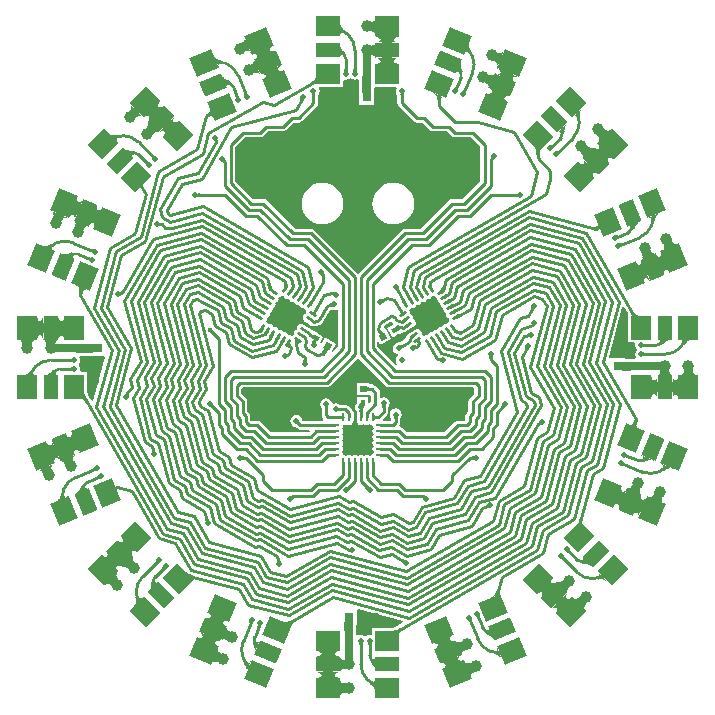
<source format=gtl>
G04*
G04 #@! TF.GenerationSoftware,Altium Limited,Altium Designer,20.2.6 (244)*
G04*
G04 Layer_Physical_Order=1*
G04 Layer_Color=255*
%FSLAX24Y24*%
%MOIN*%
G70*
G04*
G04 #@! TF.SameCoordinates,8D7CF149-CDE5-45B4-86FF-19C455488765*
G04*
G04*
G04 #@! TF.FilePolarity,Positive*
G04*
G01*
G75*
%ADD14R,0.0315X0.0315*%
G04:AMPARAMS|DCode=15|XSize=51.2mil|YSize=78.7mil|CornerRadius=0mil|HoleSize=0mil|Usage=FLASHONLY|Rotation=67.500|XOffset=0mil|YOffset=0mil|HoleType=Round|Shape=Rectangle|*
%AMROTATEDRECTD15*
4,1,4,0.0266,-0.0387,-0.0462,-0.0086,-0.0266,0.0387,0.0462,0.0086,0.0266,-0.0387,0.0*
%
%ADD15ROTATEDRECTD15*%

G04:AMPARAMS|DCode=16|XSize=66.9mil|YSize=78.7mil|CornerRadius=0mil|HoleSize=0mil|Usage=FLASHONLY|Rotation=67.500|XOffset=0mil|YOffset=0mil|HoleType=Round|Shape=Rectangle|*
%AMROTATEDRECTD16*
4,1,4,0.0236,-0.0460,-0.0492,-0.0159,-0.0236,0.0460,0.0492,0.0159,0.0236,-0.0460,0.0*
%
%ADD16ROTATEDRECTD16*%

G04:AMPARAMS|DCode=17|XSize=51.2mil|YSize=78.7mil|CornerRadius=0mil|HoleSize=0mil|Usage=FLASHONLY|Rotation=337.500|XOffset=0mil|YOffset=0mil|HoleType=Round|Shape=Rectangle|*
%AMROTATEDRECTD17*
4,1,4,-0.0387,-0.0266,-0.0086,0.0462,0.0387,0.0266,0.0086,-0.0462,-0.0387,-0.0266,0.0*
%
%ADD17ROTATEDRECTD17*%

G04:AMPARAMS|DCode=18|XSize=66.9mil|YSize=78.7mil|CornerRadius=0mil|HoleSize=0mil|Usage=FLASHONLY|Rotation=337.500|XOffset=0mil|YOffset=0mil|HoleType=Round|Shape=Rectangle|*
%AMROTATEDRECTD18*
4,1,4,-0.0460,-0.0236,-0.0159,0.0492,0.0460,0.0236,0.0159,-0.0492,-0.0460,-0.0236,0.0*
%
%ADD18ROTATEDRECTD18*%

G04:AMPARAMS|DCode=19|XSize=51.2mil|YSize=78.7mil|CornerRadius=0mil|HoleSize=0mil|Usage=FLASHONLY|Rotation=45.000|XOffset=0mil|YOffset=0mil|HoleType=Round|Shape=Rectangle|*
%AMROTATEDRECTD19*
4,1,4,0.0097,-0.0459,-0.0459,0.0097,-0.0097,0.0459,0.0459,-0.0097,0.0097,-0.0459,0.0*
%
%ADD19ROTATEDRECTD19*%

G04:AMPARAMS|DCode=20|XSize=66.9mil|YSize=78.7mil|CornerRadius=0mil|HoleSize=0mil|Usage=FLASHONLY|Rotation=45.000|XOffset=0mil|YOffset=0mil|HoleType=Round|Shape=Rectangle|*
%AMROTATEDRECTD20*
4,1,4,0.0042,-0.0515,-0.0515,0.0042,-0.0042,0.0515,0.0515,-0.0042,0.0042,-0.0515,0.0*
%
%ADD20ROTATEDRECTD20*%

G04:AMPARAMS|DCode=21|XSize=51.2mil|YSize=78.7mil|CornerRadius=0mil|HoleSize=0mil|Usage=FLASHONLY|Rotation=315.000|XOffset=0mil|YOffset=0mil|HoleType=Round|Shape=Rectangle|*
%AMROTATEDRECTD21*
4,1,4,-0.0459,-0.0097,0.0097,0.0459,0.0459,0.0097,-0.0097,-0.0459,-0.0459,-0.0097,0.0*
%
%ADD21ROTATEDRECTD21*%

G04:AMPARAMS|DCode=22|XSize=66.9mil|YSize=78.7mil|CornerRadius=0mil|HoleSize=0mil|Usage=FLASHONLY|Rotation=315.000|XOffset=0mil|YOffset=0mil|HoleType=Round|Shape=Rectangle|*
%AMROTATEDRECTD22*
4,1,4,-0.0515,-0.0042,0.0042,0.0515,0.0515,0.0042,-0.0042,-0.0515,-0.0515,-0.0042,0.0*
%
%ADD22ROTATEDRECTD22*%

G04:AMPARAMS|DCode=23|XSize=51.2mil|YSize=78.7mil|CornerRadius=0mil|HoleSize=0mil|Usage=FLASHONLY|Rotation=22.500|XOffset=0mil|YOffset=0mil|HoleType=Round|Shape=Rectangle|*
%AMROTATEDRECTD23*
4,1,4,-0.0086,-0.0462,-0.0387,0.0266,0.0086,0.0462,0.0387,-0.0266,-0.0086,-0.0462,0.0*
%
%ADD23ROTATEDRECTD23*%

G04:AMPARAMS|DCode=24|XSize=66.9mil|YSize=78.7mil|CornerRadius=0mil|HoleSize=0mil|Usage=FLASHONLY|Rotation=22.500|XOffset=0mil|YOffset=0mil|HoleType=Round|Shape=Rectangle|*
%AMROTATEDRECTD24*
4,1,4,-0.0159,-0.0492,-0.0460,0.0236,0.0159,0.0492,0.0460,-0.0236,-0.0159,-0.0492,0.0*
%
%ADD24ROTATEDRECTD24*%

G04:AMPARAMS|DCode=25|XSize=51.2mil|YSize=78.7mil|CornerRadius=0mil|HoleSize=0mil|Usage=FLASHONLY|Rotation=292.500|XOffset=0mil|YOffset=0mil|HoleType=Round|Shape=Rectangle|*
%AMROTATEDRECTD25*
4,1,4,-0.0462,0.0086,0.0266,0.0387,0.0462,-0.0086,-0.0266,-0.0387,-0.0462,0.0086,0.0*
%
%ADD25ROTATEDRECTD25*%

G04:AMPARAMS|DCode=26|XSize=66.9mil|YSize=78.7mil|CornerRadius=0mil|HoleSize=0mil|Usage=FLASHONLY|Rotation=292.500|XOffset=0mil|YOffset=0mil|HoleType=Round|Shape=Rectangle|*
%AMROTATEDRECTD26*
4,1,4,-0.0492,0.0159,0.0236,0.0460,0.0492,-0.0159,-0.0236,-0.0460,-0.0492,0.0159,0.0*
%
%ADD26ROTATEDRECTD26*%

%ADD27R,0.0512X0.0787*%
%ADD28R,0.0669X0.0787*%
%ADD29R,0.0787X0.0512*%
%ADD30R,0.0787X0.0669*%
%ADD31R,0.0315X0.0315*%
%ADD32R,0.0157X0.0197*%
G04:AMPARAMS|DCode=33|XSize=15.7mil|YSize=19.7mil|CornerRadius=0mil|HoleSize=0mil|Usage=FLASHONLY|Rotation=60.000|XOffset=0mil|YOffset=0mil|HoleType=Round|Shape=Rectangle|*
%AMROTATEDRECTD33*
4,1,4,0.0046,-0.0117,-0.0125,-0.0019,-0.0046,0.0117,0.0125,0.0019,0.0046,-0.0117,0.0*
%
%ADD33ROTATEDRECTD33*%

G04:AMPARAMS|DCode=34|XSize=15.7mil|YSize=19.7mil|CornerRadius=0mil|HoleSize=0mil|Usage=FLASHONLY|Rotation=300.000|XOffset=0mil|YOffset=0mil|HoleType=Round|Shape=Rectangle|*
%AMROTATEDRECTD34*
4,1,4,-0.0125,0.0019,0.0046,0.0117,0.0125,-0.0019,-0.0046,-0.0117,-0.0125,0.0019,0.0*
%
%ADD34ROTATEDRECTD34*%

%ADD35O,0.0315X0.0098*%
%ADD36O,0.0098X0.0315*%
%ADD37R,0.0839X0.0839*%
G04:AMPARAMS|DCode=38|XSize=9.8mil|YSize=31.5mil|CornerRadius=0mil|HoleSize=0mil|Usage=FLASHONLY|Rotation=330.000|XOffset=0mil|YOffset=0mil|HoleType=Round|Shape=Round|*
%AMOVALD38*
21,1,0.0217,0.0098,0.0000,0.0000,60.0*
1,1,0.0098,-0.0054,-0.0094*
1,1,0.0098,0.0054,0.0094*
%
%ADD38OVALD38*%

G04:AMPARAMS|DCode=39|XSize=9.8mil|YSize=31.5mil|CornerRadius=0mil|HoleSize=0mil|Usage=FLASHONLY|Rotation=240.000|XOffset=0mil|YOffset=0mil|HoleType=Round|Shape=Round|*
%AMOVALD39*
21,1,0.0217,0.0098,0.0000,0.0000,330.0*
1,1,0.0098,-0.0094,0.0054*
1,1,0.0098,0.0094,-0.0054*
%
%ADD39OVALD39*%

%ADD40P,0.1186X4X285.0*%
G04:AMPARAMS|DCode=41|XSize=9.8mil|YSize=31.5mil|CornerRadius=0mil|HoleSize=0mil|Usage=FLASHONLY|Rotation=210.000|XOffset=0mil|YOffset=0mil|HoleType=Round|Shape=Round|*
%AMOVALD41*
21,1,0.0217,0.0098,0.0000,0.0000,300.0*
1,1,0.0098,-0.0054,0.0094*
1,1,0.0098,0.0054,-0.0094*
%
%ADD41OVALD41*%

G04:AMPARAMS|DCode=42|XSize=9.8mil|YSize=31.5mil|CornerRadius=0mil|HoleSize=0mil|Usage=FLASHONLY|Rotation=120.000|XOffset=0mil|YOffset=0mil|HoleType=Round|Shape=Round|*
%AMOVALD42*
21,1,0.0217,0.0098,0.0000,0.0000,210.0*
1,1,0.0098,0.0094,0.0054*
1,1,0.0098,-0.0094,-0.0054*
%
%ADD42OVALD42*%

%ADD43P,0.1186X4X165.0*%
%ADD44R,0.0217X0.0217*%
%ADD45P,0.0306X4X375.0*%
%ADD46P,0.0306X4X255.0*%
%ADD82C,0.0100*%
%ADD83C,0.0280*%
%ADD84C,0.0160*%
%ADD85C,0.0197*%
%ADD86C,0.0300*%
%ADD87C,0.0394*%
%ADD88C,0.0177*%
G36*
X-592Y11137D02*
X-587Y11105D01*
X-578Y11074D01*
X-566Y11045D01*
X-550Y11017D01*
X-531Y10990D01*
X-508Y10965D01*
X-482Y10941D01*
X-452Y10918D01*
X-419Y10897D01*
X-425Y10777D01*
X-457Y10794D01*
X-486Y10806D01*
X-511Y10813D01*
X-533Y10814D01*
X-552Y10809D01*
X-567Y10800D01*
X-579Y10785D01*
X-587Y10764D01*
X-592Y10738D01*
X-594Y10707D01*
Y11170D01*
X-592Y11137D01*
D02*
G37*
G36*
X591Y10727D02*
X588Y10757D01*
X579Y10783D01*
X564Y10807D01*
X543Y10827D01*
X516Y10845D01*
X483Y10859D01*
X445Y10870D01*
X400Y10877D01*
X349Y10882D01*
X293Y10884D01*
Y11164D01*
X349Y11165D01*
X400Y11170D01*
X445Y11178D01*
X483Y11189D01*
X516Y11203D01*
X543Y11220D01*
X564Y11240D01*
X579Y11264D01*
X588Y11290D01*
X591Y11320D01*
Y10727D01*
D02*
G37*
G36*
X1124Y10922D02*
X1132Y10832D01*
X1145Y10752D01*
X1160Y10690D01*
X1374D01*
X1326Y10686D01*
X1284Y10672D01*
X1246Y10649D01*
X1213Y10618D01*
X1200Y10598D01*
X1213Y10576D01*
X1246Y10539D01*
X1284Y10512D01*
X1326Y10496D01*
X1374Y10491D01*
X1152D01*
X1145Y10468D01*
X1132Y10400D01*
X1124Y10322D01*
X1122Y10236D01*
X842D01*
X839Y10322D01*
X832Y10400D01*
X819Y10468D01*
X812Y10491D01*
X589D01*
X637Y10496D01*
X680Y10512D01*
X718Y10539D01*
X751Y10576D01*
X764Y10598D01*
X751Y10618D01*
X718Y10649D01*
X680Y10672D01*
X637Y10686D01*
X589Y10690D01*
X803D01*
X819Y10752D01*
X832Y10832D01*
X839Y10922D01*
X842Y11024D01*
X1122D01*
X1124Y10922D01*
D02*
G37*
G36*
X4647Y9675D02*
X4656Y9704D01*
X4658Y9732D01*
X4653Y9759D01*
X4641Y9786D01*
X4623Y9812D01*
X4598Y9838D01*
X4567Y9863D01*
X4529Y9887D01*
X4484Y9911D01*
X4432Y9934D01*
X4539Y10193D01*
X4592Y10172D01*
X4641Y10157D01*
X4685Y10148D01*
X4725Y10143D01*
X4760Y10143D01*
X4792Y10149D01*
X4819Y10160D01*
X4841Y10176D01*
X4860Y10197D01*
X4874Y10223D01*
X4647Y9675D01*
D02*
G37*
G36*
X-3556Y10129D02*
X-3570Y10156D01*
X-3589Y10177D01*
X-3611Y10193D01*
X-3638Y10204D01*
X-3670Y10209D01*
X-3705Y10210D01*
X-3745Y10205D01*
X-3790Y10195D01*
X-3838Y10180D01*
X-3891Y10160D01*
X-3998Y10419D01*
X-3947Y10442D01*
X-3902Y10465D01*
X-3863Y10490D01*
X-3832Y10515D01*
X-3807Y10540D01*
X-3789Y10566D01*
X-3777Y10593D01*
X-3773Y10620D01*
X-3774Y10648D01*
X-3783Y10677D01*
X-3556Y10129D01*
D02*
G37*
G36*
X3710Y10507D02*
X3703Y10476D01*
X3699Y10444D01*
X3699Y10412D01*
X3703Y10380D01*
X3711Y10348D01*
X3722Y10316D01*
X3738Y10284D01*
X3757Y10251D01*
X3779Y10219D01*
X3728Y10110D01*
X3705Y10139D01*
X3682Y10161D01*
X3661Y10177D01*
X3641Y10186D01*
X3622Y10189D01*
X3605Y10186D01*
X3588Y10177D01*
X3572Y10161D01*
X3557Y10139D01*
X3544Y10111D01*
X3721Y10539D01*
X3710Y10507D01*
D02*
G37*
G36*
X-592Y10437D02*
X-587Y10403D01*
X-579Y10370D01*
X-568Y10339D01*
X-553Y10308D01*
X-535Y10277D01*
X-513Y10248D01*
X-488Y10220D01*
X-460Y10192D01*
X-429Y10165D01*
X-461Y10025D01*
X-486Y10043D01*
X-509Y10057D01*
X-529Y10065D01*
X-546Y10069D01*
X-561Y10067D01*
X-573Y10060D01*
X-582Y10048D01*
X-589Y10031D01*
X-593Y10009D01*
X-594Y9982D01*
Y10471D01*
X-592Y10437D01*
D02*
G37*
G36*
X-4807Y10055D02*
X-4790Y10027D01*
X-4770Y10002D01*
X-4747Y9980D01*
X-4722Y9960D01*
X-4694Y9943D01*
X-4663Y9928D01*
X-4630Y9916D01*
X-4593Y9907D01*
X-4554Y9900D01*
X-4514Y9787D01*
X-4550Y9790D01*
X-4582Y9790D01*
X-4608Y9787D01*
X-4628Y9779D01*
X-4644Y9768D01*
X-4655Y9753D01*
X-4660Y9735D01*
X-4660Y9712D01*
X-4655Y9687D01*
X-4644Y9657D01*
X-4821Y10085D01*
X-4807Y10055D01*
D02*
G37*
G36*
X5251Y9746D02*
X5215Y9652D01*
X5187Y9565D01*
X5168Y9486D01*
X5159Y9423D01*
X5357Y9341D01*
X5311Y9356D01*
X5266Y9359D01*
X5223Y9353D01*
X5180Y9336D01*
X5161Y9323D01*
X5164Y9298D01*
X5180Y9251D01*
X5205Y9212D01*
X5239Y9181D01*
X5281Y9157D01*
X5075Y9243D01*
X5060Y9224D01*
X5022Y9166D01*
X4985Y9097D01*
X4950Y9019D01*
X4691Y9126D01*
X4722Y9206D01*
X4745Y9281D01*
X4759Y9348D01*
X4761Y9372D01*
X4556Y9458D01*
X4602Y9444D01*
X4648Y9443D01*
X4693Y9453D01*
X4738Y9475D01*
X4758Y9490D01*
X4753Y9513D01*
X4735Y9555D01*
X4709Y9590D01*
X4674Y9619D01*
X4632Y9642D01*
X4830Y9560D01*
X4868Y9611D01*
X4910Y9680D01*
X4952Y9761D01*
X4993Y9853D01*
X5251Y9746D01*
D02*
G37*
G36*
X-51Y9582D02*
X-49Y9563D01*
X-48Y9554D01*
X-46Y9547D01*
X-44Y9540D01*
X-42Y9534D01*
X-39Y9528D01*
X-35Y9523D01*
X-32Y9519D01*
X-170D01*
X-166Y9523D01*
X-163Y9528D01*
X-160Y9534D01*
X-158Y9540D01*
X-155Y9547D01*
X-154Y9554D01*
X-152Y9563D01*
X-152Y9572D01*
X-151Y9593D01*
X-51D01*
X-51Y9582D01*
D02*
G37*
G36*
X-346Y9582D02*
X-344Y9563D01*
X-343Y9554D01*
X-341Y9547D01*
X-339Y9540D01*
X-337Y9534D01*
X-334Y9528D01*
X-331Y9523D01*
X-327Y9519D01*
X-465D01*
X-461Y9523D01*
X-458Y9528D01*
X-455Y9534D01*
X-453Y9540D01*
X-451Y9547D01*
X-449Y9554D01*
X-448Y9563D01*
X-447Y9572D01*
X-446Y9593D01*
X-346D01*
X-346Y9582D01*
D02*
G37*
G36*
X589Y9982D02*
X812D01*
X819Y10005D01*
X832Y10073D01*
X839Y10150D01*
X842Y10236D01*
X1122D01*
X1124Y10150D01*
X1132Y10073D01*
X1145Y10005D01*
X1152Y9982D01*
X1374D01*
X1326Y9976D01*
X1284Y9960D01*
X1246Y9934D01*
X1213Y9896D01*
X1200Y9874D01*
X1213Y9855D01*
X1246Y9823D01*
X1284Y9800D01*
X1326Y9787D01*
X1374Y9782D01*
X1160D01*
X1145Y9720D01*
X1132Y9641D01*
X1124Y9550D01*
X1122Y9449D01*
X842D01*
X839Y9550D01*
X832Y9641D01*
X819Y9720D01*
X803Y9782D01*
X589D01*
X637Y9787D01*
X680Y9800D01*
X718Y9823D01*
X751Y9855D01*
X764Y9874D01*
X751Y9896D01*
X718Y9934D01*
X680Y9960D01*
X637Y9976D01*
X589Y9982D01*
X586Y10003D01*
X578Y10023D01*
X563Y10040D01*
X542Y10055D01*
X515Y10068D01*
X483Y10078D01*
X444Y10086D01*
X400Y10092D01*
X349Y10095D01*
X293Y10096D01*
Y10376D01*
X349Y10377D01*
X444Y10387D01*
X483Y10395D01*
X515Y10405D01*
X542Y10418D01*
X563Y10432D01*
X578Y10450D01*
X586Y10469D01*
X589Y10491D01*
Y9982D01*
D02*
G37*
G36*
X-3272Y9440D02*
X-3283Y9459D01*
X-3299Y9474D01*
X-3319Y9484D01*
X-3344Y9490D01*
X-3373Y9491D01*
X-3407Y9488D01*
X-3446Y9481D01*
X-3489Y9469D01*
X-3537Y9453D01*
X-3590Y9432D01*
X-3697Y9691D01*
X-3645Y9714D01*
X-3561Y9759D01*
X-3529Y9781D01*
X-3502Y9803D01*
X-3483Y9825D01*
X-3469Y9846D01*
X-3462Y9868D01*
X-3461Y9889D01*
X-3467Y9911D01*
X-3272Y9440D01*
D02*
G37*
G36*
X3442Y9860D02*
X3434Y9827D01*
X3429Y9794D01*
X3428Y9760D01*
X3430Y9726D01*
X3435Y9691D01*
X3444Y9656D01*
X3456Y9620D01*
X3471Y9583D01*
X3490Y9546D01*
X3407Y9429D01*
X3391Y9456D01*
X3375Y9477D01*
X3360Y9492D01*
X3345Y9502D01*
X3331Y9506D01*
X3317Y9504D01*
X3304Y9497D01*
X3291Y9484D01*
X3279Y9465D01*
X3267Y9440D01*
X3453Y9893D01*
X3442Y9860D01*
D02*
G37*
G36*
X-209Y9282D02*
X-178Y9262D01*
X-101Y9247D01*
X-23Y9262D01*
X-2Y9276D01*
X48Y9250D01*
Y9050D01*
X44Y8919D01*
X35D01*
Y8829D01*
X35Y8829D01*
X35Y8828D01*
Y8822D01*
X35Y8818D01*
X35Y8814D01*
Y8404D01*
X550D01*
Y8814D01*
X551Y8818D01*
X551Y8819D01*
X551Y8821D01*
X550Y8845D01*
Y8919D01*
X548D01*
X547Y8978D01*
X581Y9014D01*
X1279D01*
X1306Y8964D01*
X1287Y8936D01*
X1272Y8858D01*
X1287Y8781D01*
X1321Y8730D01*
X1321Y8465D01*
X1333Y8406D01*
X1366Y8356D01*
X1858Y7864D01*
X1908Y7831D01*
X1966Y7819D01*
X2142Y7819D01*
X2392Y7569D01*
X2442Y7536D01*
X2500Y7524D01*
X2985Y7524D01*
X3138Y7372D01*
X3187Y7339D01*
X3246Y7327D01*
X3773D01*
X4080Y7021D01*
X4080Y5872D01*
X3478Y5271D01*
X3147Y5271D01*
X3089Y5259D01*
X3039Y5226D01*
X2100Y4287D01*
X1572D01*
X1514Y4275D01*
X1464Y4242D01*
X-2Y2775D01*
X-1469Y4242D01*
X-1519Y4275D01*
X-1577Y4287D01*
X-2104D01*
X-3044Y5226D01*
X-3093Y5259D01*
X-3152Y5271D01*
X-3483Y5271D01*
X-4084Y5872D01*
X-4084Y7021D01*
X-3778Y7327D01*
X-3250D01*
X-3192Y7339D01*
X-3142Y7372D01*
X-2990Y7524D01*
X-2505Y7524D01*
X-2446Y7536D01*
X-2397Y7569D01*
X-2146Y7819D01*
X-1971D01*
X-1912Y7831D01*
X-1863Y7864D01*
X-1371Y8356D01*
X-1337Y8406D01*
X-1326Y8465D01*
X-1326Y8730D01*
X-1292Y8781D01*
X-1276Y8858D01*
X-1292Y8936D01*
X-1311Y8964D01*
X-1284Y9014D01*
X-493D01*
Y9219D01*
X-443Y9256D01*
X-396Y9247D01*
X-319Y9262D01*
X-288Y9282D01*
X-248Y9303D01*
X-209Y9282D01*
D02*
G37*
G36*
X-1379Y9115D02*
X-1381Y9124D01*
X-1386Y9129D01*
X-1395Y9131D01*
X-1407Y9131D01*
X-1422Y9127D01*
X-1441Y9121D01*
X-1464Y9111D01*
X-1519Y9083D01*
X-1552Y9064D01*
Y9180D01*
X-1519Y9201D01*
X-1490Y9223D01*
X-1464Y9247D01*
X-1441Y9272D01*
X-1422Y9298D01*
X-1406Y9326D01*
X-1394Y9356D01*
X-1385Y9387D01*
X-1380Y9419D01*
X-1378Y9453D01*
X-1379Y9115D01*
D02*
G37*
G36*
X-4537Y9408D02*
X-4520Y9379D01*
X-4499Y9352D01*
X-4477Y9327D01*
X-4451Y9304D01*
X-4423Y9283D01*
X-4392Y9264D01*
X-4358Y9247D01*
X-4322Y9233D01*
X-4283Y9220D01*
X-4259Y9078D01*
X-4289Y9085D01*
X-4315Y9089D01*
X-4337Y9090D01*
X-4354Y9086D01*
X-4367Y9079D01*
X-4376Y9068D01*
X-4380Y9053D01*
X-4379Y9035D01*
X-4375Y9013D01*
X-4365Y8987D01*
X-4552Y9440D01*
X-4537Y9408D01*
D02*
G37*
G36*
X-3138Y10514D02*
X-3096Y10433D01*
X-3054Y10364D01*
X-3016Y10313D01*
X-2818Y10395D01*
X-2860Y10373D01*
X-2895Y10344D01*
X-2921Y10308D01*
X-2939Y10266D01*
X-2944Y10244D01*
X-2924Y10228D01*
X-2879Y10206D01*
X-2834Y10196D01*
X-2788Y10198D01*
X-2742Y10211D01*
X-2948Y10126D01*
X-2945Y10102D01*
X-2931Y10034D01*
X-2908Y9960D01*
X-2877Y9879D01*
D01*
X-2842Y9800D01*
X-2806Y9732D01*
X-2768Y9674D01*
X-2753Y9655D01*
X-2547Y9740D01*
X-2589Y9717D01*
X-2623Y9686D01*
X-2647Y9647D01*
X-2663Y9600D01*
X-2667Y9574D01*
X-2648Y9562D01*
X-2605Y9545D01*
X-2561Y9538D01*
X-2517Y9542D01*
X-2470Y9556D01*
X-2668Y9474D01*
X-2659Y9411D01*
X-2640Y9333D01*
X-2613Y9246D01*
X-2576Y9152D01*
X-2835Y9044D01*
X-2876Y9137D01*
X-2918Y9218D01*
X-2960Y9287D01*
X-2998Y9338D01*
X-3196Y9256D01*
X-3153Y9278D01*
X-3119Y9307D01*
X-3092Y9343D01*
X-3074Y9385D01*
X-3070Y9407D01*
X-3090Y9423D01*
X-3135Y9445D01*
X-3180Y9455D01*
X-3226Y9453D01*
X-3272Y9440D01*
X-3066Y9525D01*
X-3069Y9549D01*
X-3083Y9617D01*
X-3105Y9691D01*
X-3136Y9772D01*
X-3007Y9825D01*
X-3136Y9772D01*
X-3171Y9851D01*
X-3208Y9919D01*
X-3246Y9977D01*
X-3261Y9996D01*
X-3467Y9911D01*
X-3425Y9934D01*
X-3391Y9965D01*
X-3366Y10004D01*
X-3350Y10051D01*
X-3347Y10077D01*
X-3366Y10089D01*
X-3409Y10106D01*
X-3452Y10113D01*
X-3497Y10109D01*
X-3543Y10095D01*
X-3345Y10177D01*
X-3354Y10240D01*
X-3373Y10318D01*
X-3401Y10405D01*
X-3437Y10499D01*
X-3179Y10607D01*
X-3138Y10514D01*
D02*
G37*
G36*
X4290Y9445D02*
X4381Y9417D01*
X4420Y9410D01*
X4454Y9407D01*
X4484Y9408D01*
X4509Y9414D01*
X4529Y9424D01*
X4545Y9439D01*
X4556Y9458D01*
X4361Y8987D01*
X4366Y9008D01*
X4366Y9030D01*
X4358Y9051D01*
X4345Y9073D01*
X4325Y9095D01*
X4299Y9117D01*
X4266Y9139D01*
X4228Y9161D01*
X4182Y9184D01*
X4131Y9206D01*
X4238Y9465D01*
X4290Y9445D01*
D02*
G37*
G36*
X3348Y8986D02*
X3344Y8976D01*
X3338Y8958D01*
X3336Y8949D01*
X3334Y8942D01*
X3334Y8934D01*
X3334Y8928D01*
X3334Y8921D01*
X3335Y8916D01*
X3337Y8911D01*
X3210Y8963D01*
X3214Y8966D01*
X3219Y8969D01*
X3224Y8973D01*
X3229Y8978D01*
X3233Y8983D01*
X3238Y8990D01*
X3242Y8997D01*
X3247Y9005D01*
X3255Y9024D01*
X3348Y8986D01*
D02*
G37*
G36*
X4950Y9019D02*
X4919Y8938D01*
X4897Y8864D01*
X4883Y8796D01*
X4880Y8772D01*
X5086Y8687D01*
X5040Y8700D01*
X4994Y8702D01*
X4949Y8692D01*
X4904Y8670D01*
X4883Y8654D01*
X4888Y8632D01*
X4906Y8590D01*
X4933Y8554D01*
X4967Y8525D01*
X5010Y8503D01*
X4812Y8584D01*
X4774Y8533D01*
X4732Y8464D01*
X4690Y8384D01*
X4649Y8291D01*
X4390Y8398D01*
X4426Y8493D01*
X4454Y8579D01*
X4473Y8658D01*
X4482Y8721D01*
X4284Y8803D01*
X4330Y8789D01*
X4375Y8785D01*
X4419Y8791D01*
X4462Y8808D01*
X4481Y8821D01*
X4477Y8846D01*
X4461Y8893D01*
X4437Y8933D01*
X4403Y8964D01*
X4361Y8987D01*
X4567Y8902D01*
X4582Y8921D01*
X4620Y8979D01*
X4656Y9047D01*
X4691Y9126D01*
X4950Y9019D01*
D02*
G37*
G36*
X449Y8818D02*
X137D01*
X140Y8823D01*
X143Y8840D01*
X145Y8868D01*
X151Y9092D01*
X153Y9378D01*
X433D01*
X449Y8818D01*
D02*
G37*
G36*
X3620Y8873D02*
X3617Y8863D01*
X3611Y8845D01*
X3609Y8836D01*
X3607Y8829D01*
X3606Y8821D01*
X3606Y8815D01*
X3607Y8808D01*
X3608Y8803D01*
X3610Y8798D01*
X3482Y8850D01*
X3487Y8853D01*
X3492Y8856D01*
X3497Y8860D01*
X3502Y8865D01*
X3506Y8870D01*
X3511Y8877D01*
X3515Y8884D01*
X3519Y8892D01*
X3528Y8911D01*
X3620Y8873D01*
D02*
G37*
G36*
X-3710Y8826D02*
X-3702Y8809D01*
X-3697Y8802D01*
X-3693Y8795D01*
X-3688Y8789D01*
X-3683Y8785D01*
X-3679Y8781D01*
X-3674Y8777D01*
X-3669Y8775D01*
X-3796Y8722D01*
X-3795Y8727D01*
X-3793Y8733D01*
X-3793Y8739D01*
X-3793Y8746D01*
X-3794Y8753D01*
X-3795Y8761D01*
X-3797Y8769D01*
X-3800Y8778D01*
X-3807Y8797D01*
X-3715Y8836D01*
X-3710Y8826D01*
D02*
G37*
G36*
X1539Y8784D02*
X1536Y8779D01*
X1533Y8774D01*
X1531Y8767D01*
X1529Y8760D01*
X1527Y8753D01*
X1526Y8744D01*
X1525Y8735D01*
X1524Y8714D01*
X1424D01*
X1424Y8725D01*
X1422Y8744D01*
X1421Y8753D01*
X1419Y8760D01*
X1417Y8767D01*
X1415Y8774D01*
X1412Y8779D01*
X1409Y8784D01*
X1405Y8788D01*
X1543Y8788D01*
X1539Y8784D01*
D02*
G37*
G36*
X-1410Y8788D02*
X-1413Y8784D01*
X-1417Y8779D01*
X-1419Y8774D01*
X-1422Y8767D01*
X-1424Y8760D01*
X-1426Y8753D01*
X-1427Y8744D01*
X-1428Y8735D01*
X-1429Y8714D01*
X-1529D01*
X-1529Y8725D01*
X-1530Y8744D01*
X-1532Y8753D01*
X-1533Y8760D01*
X-1536Y8767D01*
X-1538Y8774D01*
X-1541Y8779D01*
X-1544Y8784D01*
X-1548Y8788D01*
X-1410Y8788D01*
D02*
G37*
G36*
X2901Y8655D02*
X2873Y8665D01*
X2847Y8670D01*
X2825Y8669D01*
X2805Y8663D01*
X2788Y8652D01*
X2775Y8635D01*
X2764Y8613D01*
X2757Y8586D01*
X2752Y8554D01*
X2751Y8516D01*
X2651Y8558D01*
X2649Y8597D01*
X2645Y8633D01*
X2637Y8666D01*
X2627Y8697D01*
X2613Y8724D01*
X2597Y8749D01*
X2578Y8771D01*
X2555Y8791D01*
X2530Y8807D01*
X2501Y8821D01*
X2901Y8655D01*
D02*
G37*
G36*
X-3983Y8713D02*
X-3974Y8696D01*
X-3970Y8689D01*
X-3965Y8682D01*
X-3961Y8676D01*
X-3956Y8672D01*
X-3951Y8668D01*
X-3947Y8664D01*
X-3942Y8662D01*
X-4069Y8609D01*
X-4067Y8614D01*
X-4066Y8620D01*
X-4066Y8626D01*
X-4066Y8633D01*
X-4067Y8640D01*
X-4068Y8648D01*
X-4070Y8656D01*
X-4073Y8665D01*
X-4080Y8684D01*
X-3987Y8723D01*
X-3983Y8713D01*
D02*
G37*
G36*
X-1795Y8568D02*
X-1800Y8567D01*
X-1805Y8564D01*
X-1810Y8561D01*
X-1816Y8557D01*
X-1821Y8552D01*
X-1826Y8546D01*
X-1832Y8539D01*
X-1837Y8532D01*
X-1848Y8514D01*
X-1935Y8564D01*
X-1929Y8573D01*
X-1921Y8591D01*
X-1918Y8599D01*
X-1916Y8606D01*
X-1914Y8613D01*
X-1913Y8620D01*
X-1913Y8626D01*
X-1913Y8632D01*
X-1914Y8637D01*
X-1795Y8568D01*
D02*
G37*
G36*
X-7174Y8011D02*
X-7197Y8029D01*
X-7223Y8042D01*
X-7250Y8048D01*
X-7279Y8048D01*
X-7310Y8041D01*
X-7343Y8028D01*
X-7378Y8008D01*
X-7415Y7982D01*
X-7454Y7950D01*
X-7495Y7911D01*
X-7693Y8109D01*
X-7655Y8150D01*
X-7622Y8189D01*
X-7596Y8226D01*
X-7576Y8261D01*
X-7563Y8294D01*
X-7556Y8325D01*
X-7556Y8354D01*
X-7562Y8382D01*
X-7575Y8407D01*
X-7594Y8430D01*
X-7174Y8011D01*
D02*
G37*
G36*
X-4789Y7961D02*
X-4801Y7986D01*
X-4817Y8007D01*
X-4834Y8023D01*
X-4854Y8034D01*
X-4876Y8041D01*
X-4900Y8042D01*
X-4927Y8039D01*
X-4956Y8031D01*
X-4987Y8018D01*
X-5021Y8000D01*
X-5059Y8093D01*
X-5027Y8114D01*
X-4999Y8135D01*
X-4976Y8157D01*
X-4957Y8180D01*
X-4943Y8204D01*
X-4934Y8228D01*
X-4929Y8253D01*
X-4929Y8279D01*
X-4934Y8306D01*
X-4943Y8334D01*
X-4789Y7961D01*
D02*
G37*
G36*
X7461Y8298D02*
X7442Y8272D01*
X7427Y8244D01*
X7415Y8214D01*
X7406Y8184D01*
X7401Y8151D01*
X7399Y8117D01*
X7401Y8082D01*
X7406Y8045D01*
X7414Y8006D01*
X7325Y7926D01*
X7315Y7960D01*
X7303Y7989D01*
X7289Y8012D01*
X7275Y8028D01*
X7258Y8038D01*
X7241Y8042D01*
X7222Y8040D01*
X7201Y8031D01*
X7180Y8016D01*
X7156Y7996D01*
X7484Y8323D01*
X7461Y8298D01*
D02*
G37*
G36*
X-6648Y7482D02*
X-6665Y7496D01*
X-6685Y7503D01*
X-6708Y7505D01*
X-6733Y7501D01*
X-6761Y7491D01*
X-6791Y7475D01*
X-6824Y7454D01*
X-6860Y7426D01*
X-6898Y7393D01*
X-6939Y7354D01*
X-7137Y7552D01*
X-7098Y7593D01*
X-7037Y7666D01*
X-7015Y7699D01*
X-7000Y7729D01*
X-6990Y7757D01*
X-6986Y7782D01*
X-6987Y7805D01*
X-6995Y7825D01*
X-7008Y7843D01*
X-6648Y7482D01*
D02*
G37*
G36*
X6966Y7803D02*
X6946Y7776D01*
X6929Y7747D01*
X6914Y7716D01*
X6903Y7684D01*
X6895Y7650D01*
X6889Y7614D01*
X6886Y7576D01*
X6887Y7536D01*
X6890Y7495D01*
X6768Y7419D01*
X6763Y7450D01*
X6757Y7475D01*
X6749Y7496D01*
X6739Y7510D01*
X6727Y7519D01*
X6714Y7523D01*
X6699Y7521D01*
X6682Y7514D01*
X6664Y7501D01*
X6643Y7482D01*
X6989Y7828D01*
X6966Y7803D01*
D02*
G37*
G36*
X-6935Y8526D02*
X-6866Y8467D01*
X-6800Y8420D01*
X-6745Y8387D01*
X-6594Y8539D01*
X-6625Y8501D01*
X-6645Y8461D01*
X-6656Y8419D01*
X-6657Y8373D01*
X-6653Y8350D01*
X-6628Y8344D01*
X-6578Y8341D01*
X-6532Y8349D01*
X-6491Y8368D01*
X-6453Y8398D01*
X-6611Y8240D01*
X-6599Y8219D01*
X-6560Y8162D01*
X-6511Y8102D01*
X-6451Y8039D01*
X-6389Y7980D01*
X-6329Y7931D01*
X-6272Y7891D01*
X-6250Y7880D01*
X-6093Y8037D01*
X-6123Y8000D01*
X-6142Y7958D01*
X-6150Y7913D01*
X-6147Y7863D01*
X-6140Y7838D01*
X-6118Y7834D01*
X-6072Y7834D01*
X-6029Y7845D01*
X-5989Y7866D01*
X-5952Y7897D01*
X-6103Y7745D01*
X-6071Y7690D01*
X-6023Y7625D01*
X-5964Y7556D01*
X-5895Y7482D01*
X-6093Y7284D01*
X-6166Y7354D01*
X-6235Y7413D01*
X-6301Y7460D01*
X-6356Y7493D01*
X-6507Y7342D01*
X-6476Y7379D01*
X-6456Y7419D01*
X-6445Y7461D01*
X-6444Y7507D01*
X-6448Y7530D01*
X-6473Y7536D01*
X-6523Y7540D01*
X-6569Y7532D01*
X-6610Y7513D01*
X-6648Y7482D01*
X-6490Y7640D01*
X-6502Y7661D01*
X-6541Y7718D01*
X-6590Y7778D01*
X-6649Y7841D01*
X-6712Y7900D01*
X-6772Y7949D01*
X-6829Y7989D01*
X-6851Y8000D01*
X-7008Y7843D01*
X-6978Y7880D01*
X-6959Y7922D01*
X-6951Y7968D01*
X-6954Y8017D01*
X-6961Y8042D01*
X-6983Y8046D01*
X-7029Y8046D01*
X-7072Y8035D01*
X-7112Y8014D01*
X-7149Y7984D01*
X-6998Y8135D01*
X-7030Y8190D01*
X-7078Y8255D01*
X-7136Y8324D01*
X-7206Y8398D01*
X-7008Y8596D01*
X-6935Y8526D01*
D02*
G37*
G36*
X8147Y7652D02*
X8187Y7620D01*
X8224Y7594D01*
X8259Y7574D01*
X8292Y7561D01*
X8323Y7554D01*
X8352Y7554D01*
X8379Y7560D01*
X8404Y7572D01*
X8427Y7591D01*
X8008Y7172D01*
X8027Y7195D01*
X8040Y7220D01*
X8046Y7247D01*
X8045Y7276D01*
X8039Y7308D01*
X8025Y7341D01*
X8006Y7376D01*
X7980Y7413D01*
X7947Y7452D01*
X7908Y7493D01*
X8106Y7691D01*
X8147Y7652D01*
D02*
G37*
G36*
X-8300Y7464D02*
X-8274Y7445D01*
X-8246Y7429D01*
X-8217Y7417D01*
X-8186Y7409D01*
X-8153Y7403D01*
X-8119Y7401D01*
X-8084Y7403D01*
X-8047Y7408D01*
X-8009Y7417D01*
X-7928Y7328D01*
X-7963Y7317D01*
X-7991Y7305D01*
X-8014Y7292D01*
X-8030Y7277D01*
X-8040Y7261D01*
X-8044Y7243D01*
X-8042Y7224D01*
X-8033Y7204D01*
X-8019Y7182D01*
X-7998Y7159D01*
X-8325Y7486D01*
X-8300Y7464D01*
D02*
G37*
G36*
X6188Y7029D02*
X6160Y7031D01*
X6134Y7025D01*
X6112Y7011D01*
X6093Y6988D01*
X6076Y6957D01*
X6063Y6918D01*
X6052Y6870D01*
X6045Y6815D01*
X6040Y6751D01*
X6039Y6678D01*
X5939Y6762D01*
X5938Y6823D01*
X5933Y6878D01*
X5926Y6928D01*
X5915Y6971D01*
X5902Y7009D01*
X5885Y7041D01*
X5866Y7068D01*
X5844Y7089D01*
X5818Y7103D01*
X5790Y7113D01*
X6188Y7029D01*
D02*
G37*
G36*
X8594Y7006D02*
X8524Y6933D01*
X8465Y6863D01*
X8417Y6798D01*
X8385Y6743D01*
X8536Y6592D01*
X8499Y6622D01*
X8459Y6643D01*
X8416Y6654D01*
X8371Y6654D01*
X8348Y6650D01*
X8341Y6625D01*
X8338Y6576D01*
X8346Y6530D01*
X8365Y6488D01*
X8395Y6451D01*
X8238Y6608D01*
X8216Y6597D01*
X8159Y6558D01*
X8099Y6508D01*
X8037Y6449D01*
X7839Y6647D01*
X7898Y6710D01*
X7947Y6770D01*
X7986Y6827D01*
X7998Y6848D01*
X7840Y7006D01*
X7878Y6976D01*
X7920Y6957D01*
X7965Y6949D01*
X8015Y6952D01*
X8040Y6958D01*
X8044Y6981D01*
X8043Y7027D01*
X8033Y7070D01*
X8012Y7110D01*
X7981Y7147D01*
X8133Y6995D01*
X8187Y7028D01*
X8253Y7075D01*
X8322Y7134D01*
X8396Y7204D01*
X8594Y7006D01*
D02*
G37*
G36*
X6544Y7032D02*
X6536Y7024D01*
X6524Y7010D01*
X6519Y7003D01*
X6515Y6996D01*
X6511Y6990D01*
X6508Y6984D01*
X6506Y6978D01*
X6505Y6972D01*
X6505Y6967D01*
X6408Y7064D01*
X6413Y7064D01*
X6419Y7066D01*
X6425Y7067D01*
X6431Y7070D01*
X6437Y7074D01*
X6444Y7078D01*
X6451Y7083D01*
X6458Y7089D01*
X6473Y7103D01*
X6544Y7032D01*
D02*
G37*
G36*
X6752Y6823D02*
X6745Y6816D01*
X6733Y6801D01*
X6728Y6794D01*
X6723Y6787D01*
X6720Y6781D01*
X6717Y6775D01*
X6715Y6769D01*
X6714Y6763D01*
X6714Y6758D01*
X6616Y6855D01*
X6622Y6856D01*
X6627Y6857D01*
X6633Y6859D01*
X6640Y6861D01*
X6646Y6865D01*
X6653Y6869D01*
X6660Y6874D01*
X6667Y6880D01*
X6682Y6894D01*
X6752Y6823D01*
D02*
G37*
G36*
X7590Y7095D02*
X7664Y7035D01*
X7697Y7013D01*
X7727Y6997D01*
X7755Y6987D01*
X7780Y6983D01*
X7803Y6985D01*
X7823Y6992D01*
X7840Y7006D01*
X7480Y6646D01*
X7493Y6663D01*
X7501Y6683D01*
X7503Y6706D01*
X7498Y6731D01*
X7488Y6759D01*
X7473Y6789D01*
X7451Y6822D01*
X7424Y6858D01*
X7391Y6896D01*
X7352Y6936D01*
X7550Y7134D01*
X7590Y7095D01*
D02*
G37*
G36*
X-7806Y6968D02*
X-7779Y6948D01*
X-7750Y6931D01*
X-7719Y6916D01*
X-7687Y6905D01*
X-7652Y6897D01*
X-7616Y6891D01*
X-7579Y6889D01*
X-7539Y6889D01*
X-7497Y6892D01*
X-7421Y6770D01*
X-7452Y6766D01*
X-7478Y6759D01*
X-7498Y6751D01*
X-7513Y6741D01*
X-7522Y6730D01*
X-7525Y6716D01*
X-7523Y6701D01*
X-7516Y6684D01*
X-7503Y6666D01*
X-7485Y6646D01*
X-7832Y6991D01*
X-7806Y6968D01*
D02*
G37*
G36*
X-6818Y6747D02*
X-6803Y6735D01*
X-6796Y6730D01*
X-6790Y6726D01*
X-6783Y6722D01*
X-6777Y6720D01*
X-6771Y6718D01*
X-6766Y6716D01*
X-6760Y6716D01*
X-6858Y6619D01*
X-6858Y6624D01*
X-6859Y6630D01*
X-6861Y6636D01*
X-6864Y6642D01*
X-6867Y6648D01*
X-6871Y6655D01*
X-6877Y6662D01*
X-6882Y6669D01*
X-6896Y6684D01*
X-6826Y6755D01*
X-6818Y6747D01*
D02*
G37*
G36*
X8037Y6449D02*
X7978Y6386D01*
X7928Y6326D01*
X7889Y6269D01*
X7878Y6248D01*
X8035Y6090D01*
X7997Y6121D01*
X7956Y6140D01*
X7910Y6148D01*
X7861Y6144D01*
X7836Y6138D01*
X7831Y6115D01*
X7832Y6070D01*
X7843Y6027D01*
X7864Y5987D01*
X7894Y5950D01*
X7743Y6101D01*
X7688Y6068D01*
X7623Y6021D01*
X7553Y5962D01*
X7480Y5892D01*
X7282Y6090D01*
X7352Y6164D01*
X7410Y6233D01*
X7458Y6299D01*
X7491Y6353D01*
X7339Y6505D01*
X7376Y6474D01*
X7416Y6453D01*
X7459Y6442D01*
X7505Y6442D01*
X7527Y6446D01*
X7534Y6471D01*
X7537Y6521D01*
X7529Y6566D01*
X7510Y6608D01*
X7480Y6646D01*
X7638Y6488D01*
X7659Y6499D01*
X7716Y6539D01*
X7776Y6588D01*
X7839Y6647D01*
X8037Y6449D01*
D02*
G37*
G36*
X-7027Y6539D02*
X-7012Y6526D01*
X-7005Y6521D01*
X-6999Y6517D01*
X-6992Y6513D01*
X-6986Y6511D01*
X-6980Y6509D01*
X-6974Y6508D01*
X-6969Y6507D01*
X-7066Y6410D01*
X-7067Y6415D01*
X-7068Y6421D01*
X-7070Y6427D01*
X-7073Y6433D01*
X-7076Y6439D01*
X-7080Y6446D01*
X-7085Y6453D01*
X-7091Y6460D01*
X-7105Y6475D01*
X-7034Y6546D01*
X-7027Y6539D01*
D02*
G37*
G36*
X-5341Y5479D02*
X-5337Y5475D01*
X-5331Y5473D01*
X-5325Y5470D01*
X-5318Y5468D01*
X-5310Y5466D01*
X-5302Y5465D01*
X-5292Y5464D01*
X-5272Y5463D01*
Y5363D01*
X-5283Y5363D01*
X-5302Y5362D01*
X-5310Y5360D01*
X-5318Y5359D01*
X-5325Y5357D01*
X-5331Y5354D01*
X-5337Y5351D01*
X-5341Y5348D01*
X-5345Y5344D01*
Y5482D01*
X-5341Y5479D01*
D02*
G37*
G36*
X-9358Y5313D02*
X-9362Y5269D01*
X-9355Y5225D01*
X-9338Y5182D01*
X-9326Y5163D01*
X-9300Y5167D01*
X-9253Y5183D01*
X-9214Y5207D01*
X-9183Y5241D01*
X-9160Y5283D01*
X-9245Y5077D01*
X-9226Y5062D01*
X-9168Y5024D01*
X-9100Y4988D01*
X-9021Y4952D01*
X-9128Y4694D01*
X-9209Y4724D01*
X-9283Y4747D01*
X-9351Y4761D01*
X-9375Y4764D01*
X-9460Y4558D01*
X-9447Y4604D01*
X-9445Y4650D01*
X-9455Y4695D01*
X-9477Y4740D01*
X-9493Y4760D01*
X-9515Y4756D01*
X-9557Y4738D01*
X-9593Y4711D01*
X-9622Y4677D01*
X-9644Y4634D01*
X-9562Y4832D01*
X-9613Y4870D01*
X-9682Y4912D01*
X-9763Y4954D01*
X-9856Y4995D01*
X-9748Y5254D01*
X-9654Y5217D01*
X-9567Y5190D01*
X-9489Y5171D01*
X-9426Y5162D01*
X-9344Y5359D01*
X-9358Y5313D01*
D02*
G37*
G36*
X-8702Y5042D02*
X-8704Y4996D01*
X-8694Y4951D01*
X-8672Y4906D01*
X-8656Y4886D01*
X-8634Y4891D01*
X-8592Y4909D01*
X-8556Y4935D01*
X-8527Y4969D01*
X-8505Y5012D01*
X-8587Y4814D01*
X-8536Y4776D01*
X-8467Y4734D01*
X-8386Y4692D01*
X-8293Y4651D01*
X-8401Y4392D01*
X-8495Y4429D01*
X-8582Y4456D01*
X-8660Y4475D01*
X-8723Y4484D01*
X-8805Y4287D01*
X-8791Y4333D01*
X-8787Y4378D01*
X-8794Y4421D01*
X-8811Y4464D01*
X-8823Y4483D01*
X-8849Y4480D01*
X-8896Y4464D01*
X-8935Y4439D01*
X-8966Y4405D01*
X-8989Y4363D01*
X-8904Y4569D01*
X-8923Y4584D01*
X-8981Y4622D01*
X-9049Y4658D01*
X-9128Y4694D01*
X-9021Y4952D01*
X-8940Y4922D01*
X-8866Y4899D01*
X-8798Y4885D01*
X-8774Y4882D01*
X-8689Y5088D01*
X-8702Y5042D01*
D02*
G37*
G36*
X-9678Y4649D02*
X-9706Y4658D01*
X-9734Y4660D01*
X-9762Y4655D01*
X-9789Y4644D01*
X-9815Y4626D01*
X-9840Y4601D01*
X-9865Y4569D01*
X-9889Y4531D01*
X-9913Y4486D01*
X-9936Y4434D01*
X-10195Y4541D01*
X-10175Y4594D01*
X-10160Y4643D01*
X-10150Y4687D01*
X-10145Y4727D01*
X-10146Y4763D01*
X-10151Y4794D01*
X-10162Y4821D01*
X-10178Y4844D01*
X-10199Y4862D01*
X-10226Y4876D01*
X-9678Y4649D01*
D02*
G37*
G36*
X10053Y4802D02*
X10025Y4785D01*
X10000Y4765D01*
X9978Y4743D01*
X9958Y4718D01*
X9941Y4690D01*
X9926Y4659D01*
X9914Y4626D01*
X9904Y4590D01*
X9898Y4552D01*
X9784Y4511D01*
X9788Y4547D01*
X9788Y4578D01*
X9784Y4604D01*
X9777Y4624D01*
X9766Y4640D01*
X9751Y4650D01*
X9733Y4655D01*
X9711Y4655D01*
X9685Y4650D01*
X9656Y4640D01*
X10083Y4817D01*
X10053Y4802D01*
D02*
G37*
G36*
X-8989Y4363D02*
X-9011Y4369D01*
X-9032Y4368D01*
X-9054Y4361D01*
X-9075Y4347D01*
X-9097Y4327D01*
X-9119Y4301D01*
X-9141Y4269D01*
X-9164Y4230D01*
X-9186Y4185D01*
X-9209Y4133D01*
X-9468Y4240D01*
X-9447Y4293D01*
X-9419Y4384D01*
X-9412Y4422D01*
X-9409Y4457D01*
X-9410Y4486D01*
X-9416Y4511D01*
X-9426Y4531D01*
X-9441Y4547D01*
X-9460Y4558D01*
X-8989Y4363D01*
D02*
G37*
G36*
X-6619Y4494D02*
X-6614Y4491D01*
X-6608Y4488D01*
X-6602Y4486D01*
X-6595Y4484D01*
X-6587Y4482D01*
X-6579Y4481D01*
X-6570Y4480D01*
X-6549Y4479D01*
Y4379D01*
X-6560Y4379D01*
X-6579Y4377D01*
X-6587Y4376D01*
X-6595Y4374D01*
X-6602Y4372D01*
X-6608Y4370D01*
X-6614Y4367D01*
X-6619Y4364D01*
X-6623Y4360D01*
Y4498D01*
X-6619Y4494D01*
D02*
G37*
G36*
X9405Y4537D02*
X9377Y4519D01*
X9350Y4499D01*
X9325Y4476D01*
X9302Y4450D01*
X9281Y4422D01*
X9262Y4391D01*
X9245Y4357D01*
X9230Y4320D01*
X9218Y4280D01*
X9075Y4256D01*
X9083Y4287D01*
X9087Y4313D01*
X9087Y4335D01*
X9084Y4352D01*
X9077Y4365D01*
X9066Y4373D01*
X9051Y4377D01*
X9033Y4377D01*
X9010Y4372D01*
X8985Y4363D01*
X9436Y4551D01*
X9405Y4537D01*
D02*
G37*
G36*
X8104Y4228D02*
X8097Y4243D01*
X8088Y4254D01*
X8077Y4263D01*
X8065Y4269D01*
X8052Y4272D01*
X8036Y4272D01*
X8019Y4269D01*
X8001Y4263D01*
X7981Y4254D01*
X7959Y4243D01*
X7909Y4329D01*
X7932Y4344D01*
X7952Y4358D01*
X7969Y4373D01*
X7983Y4388D01*
X7994Y4403D01*
X8001Y4418D01*
X8006Y4433D01*
X8007Y4449D01*
X8005Y4464D01*
X8000Y4480D01*
X8104Y4228D01*
D02*
G37*
G36*
X8720Y3985D02*
X8711Y3981D01*
X8694Y3972D01*
X8686Y3968D01*
X8680Y3963D01*
X8674Y3959D01*
X8669Y3954D01*
X8665Y3949D01*
X8662Y3944D01*
X8660Y3939D01*
X8607Y4067D01*
X8612Y4065D01*
X8618Y4064D01*
X8624Y4063D01*
X8631Y4063D01*
X8638Y4064D01*
X8646Y4066D01*
X8654Y4068D01*
X8663Y4070D01*
X8682Y4077D01*
X8720Y3985D01*
D02*
G37*
G36*
X8833Y3712D02*
X8824Y3708D01*
X8807Y3699D01*
X8799Y3695D01*
X8793Y3690D01*
X8787Y3686D01*
X8782Y3681D01*
X8778Y3676D01*
X8775Y3672D01*
X8773Y3667D01*
X8720Y3794D01*
X8725Y3792D01*
X8731Y3791D01*
X8737Y3791D01*
X8744Y3791D01*
X8751Y3791D01*
X8759Y3793D01*
X8767Y3795D01*
X8776Y3797D01*
X8795Y3805D01*
X8833Y3712D01*
D02*
G37*
G36*
X-10113Y3730D02*
X-10141Y3707D01*
X-10163Y3685D01*
X-10179Y3664D01*
X-10188Y3644D01*
X-10192Y3625D01*
X-10188Y3607D01*
X-10179Y3590D01*
X-10163Y3574D01*
X-10142Y3560D01*
X-10113Y3546D01*
X-10541Y3723D01*
X-10510Y3712D01*
X-10478Y3705D01*
X-10446Y3701D01*
X-10415Y3702D01*
X-10383Y3705D01*
X-10351Y3713D01*
X-10318Y3725D01*
X-10286Y3740D01*
X-10254Y3759D01*
X-10221Y3782D01*
X-10113Y3730D01*
D02*
G37*
G36*
X10439Y3944D02*
X10463Y3899D01*
X10487Y3861D01*
X10512Y3829D01*
X10538Y3805D01*
X10564Y3786D01*
X10591Y3775D01*
X10618Y3770D01*
X10646Y3772D01*
X10675Y3781D01*
X10127Y3554D01*
X10153Y3568D01*
X10174Y3586D01*
X10190Y3609D01*
X10201Y3636D01*
X10207Y3668D01*
X10207Y3703D01*
X10203Y3743D01*
X10193Y3787D01*
X10178Y3836D01*
X10158Y3889D01*
X10416Y3996D01*
X10439Y3944D01*
D02*
G37*
G36*
X-8865Y3619D02*
X-8847Y3613D01*
X-8839Y3611D01*
X-8831Y3610D01*
X-8824Y3609D01*
X-8817Y3609D01*
X-8811Y3609D01*
X-8805Y3610D01*
X-8800Y3612D01*
X-8853Y3485D01*
X-8855Y3490D01*
X-8858Y3494D01*
X-8862Y3499D01*
X-8867Y3504D01*
X-8873Y3508D01*
X-8879Y3513D01*
X-8887Y3517D01*
X-8895Y3522D01*
X-8913Y3530D01*
X-8875Y3623D01*
X-8865Y3619D01*
D02*
G37*
G36*
X-9431Y3409D02*
X-9458Y3393D01*
X-9479Y3377D01*
X-9495Y3362D01*
X-9505Y3347D01*
X-9509Y3333D01*
X-9507Y3319D01*
X-9499Y3306D01*
X-9486Y3294D01*
X-9467Y3281D01*
X-9442Y3270D01*
X-9895Y3456D01*
X-9863Y3444D01*
X-9830Y3436D01*
X-9797Y3431D01*
X-9763Y3430D01*
X-9728Y3432D01*
X-9693Y3437D01*
X-9658Y3446D01*
X-9622Y3458D01*
X-9585Y3474D01*
X-9548Y3493D01*
X-9431Y3409D01*
D02*
G37*
G36*
X10174Y3343D02*
X10237Y3352D01*
X10316Y3371D01*
X10403Y3399D01*
X10497Y3435D01*
X10604Y3176D01*
X10512Y3135D01*
X10431Y3094D01*
X10362Y3051D01*
X10311Y3013D01*
X10393Y2816D01*
X10370Y2858D01*
X10341Y2893D01*
X10306Y2919D01*
X10264Y2937D01*
X10241Y2942D01*
X10226Y2921D01*
X10204Y2877D01*
X10194Y2831D01*
X10195Y2786D01*
X10209Y2739D01*
X10123Y2945D01*
X10099Y2943D01*
X10032Y2928D01*
X9957Y2906D01*
X9877Y2875D01*
X9770Y3134D01*
X9848Y3169D01*
X9917Y3206D01*
X9975Y3243D01*
X9994Y3259D01*
X9908Y3465D01*
X9932Y3422D01*
X9963Y3389D01*
X10002Y3364D01*
X10049Y3348D01*
X10074Y3344D01*
X10087Y3364D01*
X10104Y3406D01*
X10110Y3450D01*
X10107Y3495D01*
X10092Y3541D01*
X10174Y3343D01*
D02*
G37*
G36*
X9711Y3643D02*
X9756Y3559D01*
X9778Y3526D01*
X9800Y3500D01*
X9822Y3480D01*
X9844Y3467D01*
X9866Y3460D01*
X9887Y3459D01*
X9908Y3465D01*
X9438Y3270D01*
X9457Y3281D01*
X9471Y3296D01*
X9481Y3317D01*
X9487Y3342D01*
X9489Y3371D01*
X9486Y3405D01*
X9478Y3444D01*
X9467Y3487D01*
X9451Y3535D01*
X9430Y3587D01*
X9689Y3695D01*
X9711Y3643D01*
D02*
G37*
G36*
X-8978Y3346D02*
X-8960Y3340D01*
X-8952Y3338D01*
X-8944Y3337D01*
X-8937Y3336D01*
X-8930Y3336D01*
X-8924Y3336D01*
X-8918Y3338D01*
X-8913Y3339D01*
X-8966Y3212D01*
X-8968Y3217D01*
X-8971Y3222D01*
X-8975Y3226D01*
X-8980Y3231D01*
X-8986Y3236D01*
X-8992Y3240D01*
X-9000Y3245D01*
X-9008Y3249D01*
X-9026Y3258D01*
X-8988Y3350D01*
X-8978Y3346D01*
D02*
G37*
G36*
X9523Y3064D02*
X9547Y3066D01*
X9615Y3081D01*
X9689Y3103D01*
X9770Y3134D01*
X9877Y2875D01*
X9798Y2840D01*
X9730Y2803D01*
X9672Y2766D01*
X9653Y2750D01*
X9738Y2544D01*
X9715Y2587D01*
X9684Y2620D01*
X9644Y2645D01*
X9597Y2661D01*
X9572Y2664D01*
X9559Y2645D01*
X9542Y2603D01*
X9536Y2559D01*
X9540Y2514D01*
X9554Y2468D01*
X9472Y2666D01*
X9409Y2657D01*
X9330Y2638D01*
X9244Y2610D01*
X9149Y2574D01*
X9042Y2832D01*
X9135Y2874D01*
X9215Y2915D01*
X9284Y2957D01*
X9335Y2996D01*
X9254Y3193D01*
X9276Y3151D01*
X9305Y3116D01*
X9341Y3090D01*
X9382Y3072D01*
X9405Y3067D01*
X9421Y3088D01*
X9443Y3132D01*
X9453Y3177D01*
X9451Y3223D01*
X9438Y3270D01*
X9523Y3064D01*
D02*
G37*
G36*
X-1110Y2702D02*
X-1210Y2680D01*
X-1210Y2691D01*
X-1212Y2710D01*
X-1213Y2717D01*
X-1215Y2724D01*
X-1217Y2729D01*
X-1220Y2733D01*
X-1223Y2736D01*
X-1227Y2738D01*
X-1231Y2739D01*
X-1127Y2817D01*
X-1110Y2702D01*
D02*
G37*
G36*
X2482Y2516D02*
X2473Y2479D01*
X2461Y2413D01*
X2458Y2385D01*
X2458Y2359D01*
X2460Y2336D01*
X2465Y2316D01*
X2471Y2298D01*
X2480Y2284D01*
X2492Y2272D01*
X2344Y2395D01*
X2344Y2397D01*
X2346Y2402D01*
X2360Y2449D01*
X2385Y2542D01*
X2482Y2516D01*
D02*
G37*
G36*
X-2348Y2395D02*
X-2500Y2265D01*
X-2488Y2278D01*
X-2477Y2295D01*
X-2469Y2314D01*
X-2464Y2336D01*
X-2461Y2361D01*
X-2461Y2389D01*
X-2463Y2420D01*
X-2468Y2453D01*
X-2475Y2490D01*
X-2485Y2529D01*
X-2388Y2555D01*
X-2348Y2395D01*
D02*
G37*
G36*
X-9016Y2245D02*
X-9043Y2254D01*
X-9068Y2258D01*
X-9092Y2257D01*
X-9114Y2251D01*
X-9134Y2240D01*
X-9152Y2223D01*
X-9169Y2202D01*
X-9184Y2176D01*
X-9197Y2145D01*
X-9208Y2108D01*
X-9301Y2147D01*
X-9293Y2184D01*
X-9288Y2219D01*
X-9287Y2251D01*
X-9290Y2280D01*
X-9297Y2307D01*
X-9308Y2331D01*
X-9322Y2352D01*
X-9341Y2370D01*
X-9363Y2386D01*
X-9389Y2399D01*
X-9016Y2245D01*
D02*
G37*
G36*
X1359Y2300D02*
X1359Y2294D01*
X1359Y2288D01*
X1360Y2281D01*
X1362Y2274D01*
X1364Y2267D01*
X1367Y2259D01*
X1371Y2250D01*
X1381Y2232D01*
X1294Y2182D01*
X1289Y2191D01*
X1278Y2207D01*
X1272Y2214D01*
X1267Y2220D01*
X1262Y2225D01*
X1256Y2229D01*
X1251Y2232D01*
X1246Y2235D01*
X1241Y2236D01*
X1360Y2305D01*
X1359Y2300D01*
D02*
G37*
G36*
X-7839Y2099D02*
X-7895Y2083D01*
X-7921Y2182D01*
X-7921Y2182D01*
X-7919Y2182D01*
X-7912Y2184D01*
X-7865Y2196D01*
X-7839Y2099D01*
D02*
G37*
G36*
X-2903Y2419D02*
X-2886Y2373D01*
X-2867Y2331D01*
X-2846Y2294D01*
X-2824Y2262D01*
X-2799Y2234D01*
X-2773Y2212D01*
X-2745Y2194D01*
X-2715Y2180D01*
X-2684Y2171D01*
X-2932Y2220D01*
X-2931Y2202D01*
X-2933Y2193D01*
X-2936Y2193D01*
X-2942Y2203D01*
X-2949Y2221D01*
X-2959Y2249D01*
X-3016Y2449D01*
X-2918Y2470D01*
X-2903Y2419D01*
D02*
G37*
G36*
X2956Y2424D02*
X2927Y2274D01*
X2926Y2259D01*
X2927Y2247D01*
X2928Y2239D01*
X2653Y2154D01*
X2685Y2183D01*
X2741Y2241D01*
X2766Y2269D01*
X2787Y2298D01*
X2806Y2326D01*
X2823Y2355D01*
X2837Y2383D01*
X2848Y2411D01*
X2857Y2439D01*
X2966Y2459D01*
X2956Y2424D01*
D02*
G37*
G36*
X-816Y2172D02*
X-799Y2164D01*
X-791Y2161D01*
X-784Y2159D01*
X-777Y2157D01*
X-770Y2156D01*
X-764Y2156D01*
X-758Y2156D01*
X-753Y2157D01*
X-822Y2038D01*
X-823Y2043D01*
X-826Y2048D01*
X-829Y2053D01*
X-833Y2059D01*
X-838Y2064D01*
X-844Y2069D01*
X-851Y2075D01*
X-858Y2080D01*
X-876Y2091D01*
X-826Y2178D01*
X-816Y2172D01*
D02*
G37*
G36*
X2600Y2003D02*
X2643Y1982D01*
X2640Y1934D01*
X2659Y1877D01*
X2698Y1833D01*
X2742Y1811D01*
X2738Y1763D01*
X2757Y1707D01*
X2797Y1662D01*
X2840Y1641D01*
X2837Y1593D01*
X2856Y1537D01*
X2895Y1492D01*
X2938Y1471D01*
X2935Y1422D01*
X2954Y1366D01*
X2993Y1321D01*
X3037Y1300D01*
X3034Y1252D01*
X3051Y1199D01*
X3010Y1163D01*
X2988Y1119D01*
X2940Y1122D01*
X2884Y1103D01*
X2839Y1064D01*
X2818Y1021D01*
X2770Y1024D01*
X2713Y1005D01*
X2669Y966D01*
X2647Y922D01*
X2599Y926D01*
X2543Y906D01*
X2498Y867D01*
X2477Y824D01*
X2429Y827D01*
X2372Y808D01*
X2328Y769D01*
X2306Y726D01*
X2258Y729D01*
X2206Y711D01*
X2169Y753D01*
X2126Y774D01*
X2129Y822D01*
X2110Y878D01*
X2071Y923D01*
X2017Y949D01*
X1958Y953D01*
X1929Y943D01*
X1923Y940D01*
X1923Y941D01*
X1902Y934D01*
X1812Y882D01*
X1808Y881D01*
X1683Y809D01*
X1638Y769D01*
X1612Y716D01*
X1608Y702D01*
X1613Y693D01*
X1604Y688D01*
X1588Y627D01*
X1588Y627D01*
X1579Y592D01*
X1406Y493D01*
X1406Y493D01*
X1373Y499D01*
X1296Y484D01*
X1230Y440D01*
X1186Y374D01*
X1171Y297D01*
X1186Y219D01*
X1230Y154D01*
X1296Y110D01*
X1329Y103D01*
X1339Y50D01*
X1319Y37D01*
X1275Y-29D01*
X1260Y-106D01*
X1275Y-184D01*
X1315Y-243D01*
X1276Y-274D01*
X643Y359D01*
Y496D01*
X691Y509D01*
X753Y400D01*
X1114Y609D01*
X958Y878D01*
X957Y882D01*
X955Y885D01*
X906Y969D01*
X899Y965D01*
X856Y998D01*
X871Y1055D01*
X1086Y1179D01*
X1153Y1162D01*
X1154Y1159D01*
X1169Y1142D01*
X1186Y1116D01*
X1171Y1066D01*
X987Y960D01*
X1166Y650D01*
X1351Y757D01*
X1417Y770D01*
X1483Y814D01*
X1499Y838D01*
X1532Y836D01*
X1588Y855D01*
X1764Y957D01*
X1767Y959D01*
X1857Y1012D01*
X1874Y1026D01*
X1873Y1027D01*
X1878Y1030D01*
X1902Y1051D01*
X1928Y1104D01*
X1932Y1163D01*
X1913Y1219D01*
X1874Y1264D01*
X1830Y1285D01*
X1833Y1334D01*
X1814Y1390D01*
X1775Y1434D01*
X1732Y1456D01*
X1735Y1504D01*
X1717Y1557D01*
X1759Y1593D01*
X1780Y1637D01*
X1829Y1634D01*
X1885Y1653D01*
X1929Y1692D01*
X1951Y1735D01*
X1999Y1732D01*
X2055Y1751D01*
X2100Y1790D01*
X2121Y1834D01*
X2170Y1830D01*
X2226Y1849D01*
X2270Y1889D01*
X2292Y1932D01*
X2340Y1929D01*
X2396Y1948D01*
X2441Y1987D01*
X2462Y2030D01*
X2511Y2027D01*
X2563Y2045D01*
X2600Y2003D01*
D02*
G37*
G36*
X890Y1866D02*
X881Y1861D01*
X866Y1850D01*
X859Y1845D01*
X853Y1839D01*
X848Y1834D01*
X844Y1829D01*
X840Y1823D01*
X838Y1818D01*
X836Y1813D01*
X767Y1932D01*
X773Y1931D01*
X778Y1931D01*
X785Y1931D01*
X791Y1932D01*
X798Y1934D01*
X806Y1936D01*
X814Y1939D01*
X822Y1943D01*
X840Y1953D01*
X890Y1866D01*
D02*
G37*
G36*
X-856Y1685D02*
X-861Y1687D01*
X-866Y1689D01*
X-873Y1690D01*
X-879Y1691D01*
X-886Y1691D01*
X-894Y1691D01*
X-903Y1690D01*
X-912Y1689D01*
X-932Y1684D01*
X-958Y1781D01*
X-948Y1784D01*
X-930Y1790D01*
X-922Y1793D01*
X-915Y1797D01*
X-909Y1801D01*
X-903Y1805D01*
X-899Y1809D01*
X-895Y1813D01*
X-892Y1818D01*
X-856Y1685D01*
D02*
G37*
G36*
X5902Y1625D02*
X5896Y1623D01*
X5891Y1620D01*
X5886Y1617D01*
X5881Y1613D01*
X5875Y1608D01*
X5870Y1602D01*
X5865Y1595D01*
X5859Y1588D01*
X5848Y1570D01*
X5762Y1620D01*
X5767Y1630D01*
X5775Y1647D01*
X5778Y1655D01*
X5781Y1662D01*
X5782Y1669D01*
X5783Y1676D01*
X5784Y1682D01*
X5783Y1688D01*
X5782Y1693D01*
X5902Y1625D01*
D02*
G37*
G36*
X9198Y1517D02*
X9221Y1487D01*
X9244Y1461D01*
X9269Y1439D01*
X9296Y1419D01*
X9324Y1404D01*
X9354Y1391D01*
X9385Y1383D01*
X9417Y1377D01*
X9451Y1376D01*
X9113Y1377D01*
X9121Y1378D01*
X9127Y1384D01*
X9129Y1392D01*
X9128Y1404D01*
X9125Y1420D01*
X9118Y1439D01*
X9109Y1462D01*
X9081Y1517D01*
X9062Y1550D01*
X9178D01*
X9198Y1517D01*
D02*
G37*
G36*
X-9785Y1163D02*
X-9723Y1147D01*
X-9643Y1134D01*
X-9552Y1127D01*
X-9451Y1124D01*
Y844D01*
X-9552Y842D01*
X-9643Y834D01*
X-9723Y822D01*
X-9785Y806D01*
Y592D01*
X-9789Y640D01*
X-9803Y683D01*
X-9825Y721D01*
X-9857Y753D01*
X-9876Y766D01*
X-9899Y753D01*
X-9936Y721D01*
X-9963Y683D01*
X-9979Y640D01*
X-9984Y592D01*
X-10006Y589D01*
X-10025Y580D01*
X-10042Y565D01*
X-10057Y544D01*
X-10070Y518D01*
X-10080Y485D01*
X-10088Y446D01*
X-10094Y402D01*
X-10097Y352D01*
X-10099Y295D01*
X-10379D01*
X-10380Y352D01*
X-10389Y446D01*
X-10397Y485D01*
X-10407Y518D01*
X-10420Y544D01*
X-10435Y565D01*
X-10452Y580D01*
X-10471Y589D01*
X-10493Y592D01*
X-10499Y640D01*
X-10515Y683D01*
X-10541Y721D01*
X-10579Y753D01*
X-10601Y766D01*
X-10620Y753D01*
X-10652Y721D01*
X-10674Y683D01*
X-10688Y640D01*
X-10693Y592D01*
Y806D01*
X-10754Y822D01*
X-10834Y834D01*
X-10925Y842D01*
X-11026Y844D01*
Y1124D01*
X-10925Y1127D01*
X-10834Y1134D01*
X-10754Y1147D01*
X-10693Y1163D01*
Y1377D01*
X-10688Y1329D01*
X-10674Y1286D01*
X-10652Y1248D01*
X-10620Y1215D01*
X-10601Y1202D01*
X-10579Y1215D01*
X-10541Y1248D01*
X-10515Y1286D01*
X-10499Y1329D01*
X-10493Y1377D01*
Y1154D01*
X-10470Y1147D01*
X-10402Y1134D01*
X-10325Y1127D01*
X-10239Y1124D01*
Y844D01*
X-10325Y842D01*
X-10402Y834D01*
X-10470Y822D01*
X-10493Y815D01*
Y592D01*
X-9984D01*
Y815D01*
X-10007Y822D01*
X-10075Y834D01*
X-10152Y842D01*
X-10239Y844D01*
Y1124D01*
X-10152Y1127D01*
X-10075Y1134D01*
X-10007Y1147D01*
X-9984Y1154D01*
Y1377D01*
X-9979Y1329D01*
X-9963Y1286D01*
X-9936Y1248D01*
X-9899Y1215D01*
X-9876Y1202D01*
X-9857Y1215D01*
X-9825Y1248D01*
X-9803Y1286D01*
X-9789Y1329D01*
X-9785Y1377D01*
Y1163D01*
D02*
G37*
G36*
X3221Y996D02*
X3228Y979D01*
X3238Y963D01*
X3253Y947D01*
X3272Y932D01*
X3294Y918D01*
X3321Y905D01*
X3352Y892D01*
X3386Y880D01*
X3425Y869D01*
X3399Y773D01*
X3351Y785D01*
X3207Y834D01*
X3213Y835D01*
X3226Y835D01*
X3218Y1014D01*
X3221Y996D01*
D02*
G37*
G36*
X-4828Y888D02*
X-4827Y884D01*
X-4825Y880D01*
X-4822Y875D01*
X-4819Y870D01*
X-4815Y864D01*
X-4805Y852D01*
X-4792Y839D01*
X-4863Y768D01*
X-4870Y775D01*
X-4888Y791D01*
X-4894Y795D01*
X-4899Y798D01*
X-4904Y801D01*
X-4908Y803D01*
X-4912Y804D01*
X-4916Y804D01*
X-4828Y892D01*
X-4828Y888D01*
D02*
G37*
G36*
X744Y935D02*
X778Y885D01*
X793Y866D01*
X808Y851D01*
X822Y839D01*
X835Y831D01*
X847Y827D01*
X859Y827D01*
X869Y831D01*
X683Y724D01*
X692Y731D01*
X697Y741D01*
X700Y753D01*
X700Y768D01*
X697Y786D01*
X691Y807D01*
X682Y830D01*
X671Y856D01*
X639Y916D01*
X725Y966D01*
X744Y935D01*
D02*
G37*
G36*
X5725Y671D02*
X5721Y673D01*
X5715Y675D01*
X5709Y676D01*
X5702Y677D01*
X5695Y677D01*
X5687Y677D01*
X5679Y676D01*
X5670Y675D01*
X5650Y670D01*
X5624Y767D01*
X5634Y770D01*
X5652Y776D01*
X5660Y779D01*
X5667Y783D01*
X5673Y787D01*
X5678Y791D01*
X5683Y795D01*
X5687Y799D01*
X5690Y804D01*
X5725Y671D01*
D02*
G37*
G36*
X-1549Y769D02*
X-1503Y747D01*
X-1491Y743D01*
X-1481Y741D01*
X-1472Y740D01*
X-1465Y741D01*
X-1460Y743D01*
X-1456Y747D01*
X-1534Y613D01*
X-1532Y618D01*
X-1533Y624D01*
X-1536Y630D01*
X-1541Y637D01*
X-1548Y645D01*
X-1558Y653D01*
X-1569Y662D01*
X-1600Y682D01*
X-1618Y693D01*
X-1568Y780D01*
X-1549Y769D01*
D02*
G37*
G36*
X-1899Y476D02*
X-1912Y483D01*
X-1925Y486D01*
X-1939Y486D01*
X-1952Y483D01*
X-1966Y476D01*
X-1979Y467D01*
X-1992Y455D01*
X-2006Y439D01*
X-2019Y421D01*
X-2033Y399D01*
X-2119Y449D01*
X-2107Y472D01*
X-2098Y493D01*
X-2091Y512D01*
X-2087Y530D01*
X-2086Y546D01*
X-2087Y561D01*
X-2091Y574D01*
X-2098Y585D01*
X-2107Y595D01*
X-2119Y604D01*
X-1899Y476D01*
D02*
G37*
G36*
X-1419Y524D02*
X-1417Y505D01*
X-1416Y497D01*
X-1414Y489D01*
X-1412Y482D01*
X-1410Y476D01*
X-1407Y470D01*
X-1404Y465D01*
X-1400Y461D01*
X-1538D01*
X-1534Y465D01*
X-1531Y470D01*
X-1528Y476D01*
X-1526Y482D01*
X-1524Y489D01*
X-1522Y497D01*
X-1521Y505D01*
X-1520Y514D01*
X-1519Y535D01*
X-1419D01*
X-1419Y524D01*
D02*
G37*
G36*
X10434Y590D02*
X10401Y585D01*
X10368Y577D01*
X10336Y565D01*
X10305Y550D01*
X10275Y532D01*
X10246Y511D01*
X10217Y486D01*
X10190Y458D01*
X10163Y426D01*
X10022Y458D01*
X10041Y484D01*
X10055Y506D01*
X10063Y526D01*
X10066Y544D01*
X10065Y558D01*
X10058Y570D01*
X10046Y580D01*
X10029Y586D01*
X10007Y590D01*
X9979Y592D01*
X10469D01*
X10434Y590D01*
D02*
G37*
G36*
X11135Y590D02*
X11102Y585D01*
X11072Y576D01*
X11042Y564D01*
X11014Y548D01*
X10988Y529D01*
X10963Y506D01*
X10939Y480D01*
X10916Y450D01*
X10895Y417D01*
X10775Y423D01*
X10792Y455D01*
X10804Y484D01*
X10810Y509D01*
X10811Y531D01*
X10807Y550D01*
X10797Y565D01*
X10782Y577D01*
X10762Y585D01*
X10736Y590D01*
X10705Y592D01*
X11168D01*
X11135Y590D01*
D02*
G37*
G36*
X2000Y326D02*
X1991Y320D01*
X1975Y309D01*
X1968Y304D01*
X1963Y298D01*
X1958Y293D01*
X1953Y288D01*
X1950Y283D01*
X1948Y278D01*
X1946Y272D01*
X1877Y392D01*
X1882Y391D01*
X1888Y390D01*
X1894Y391D01*
X1901Y392D01*
X1908Y393D01*
X1915Y396D01*
X1923Y399D01*
X1932Y402D01*
X1950Y412D01*
X2000Y326D01*
D02*
G37*
G36*
X1523Y326D02*
X1514Y320D01*
X1498Y309D01*
X1491Y304D01*
X1485Y298D01*
X1480Y293D01*
X1476Y288D01*
X1473Y283D01*
X1470Y278D01*
X1469Y272D01*
X1400Y392D01*
X1405Y391D01*
X1411Y390D01*
X1417Y391D01*
X1424Y392D01*
X1431Y393D01*
X1438Y396D01*
X1446Y399D01*
X1455Y402D01*
X1473Y412D01*
X1523Y326D01*
D02*
G37*
G36*
X9521Y459D02*
X9526Y456D01*
X9531Y453D01*
X9537Y450D01*
X9544Y448D01*
X9552Y447D01*
X9561Y445D01*
X9570Y444D01*
X9590Y444D01*
Y344D01*
X9580Y344D01*
X9561Y342D01*
X9552Y341D01*
X9544Y339D01*
X9537Y337D01*
X9531Y334D01*
X9526Y332D01*
X9521Y328D01*
X9517Y325D01*
X9517Y463D01*
X9521Y459D01*
D02*
G37*
G36*
X-2245Y554D02*
X-2251Y538D01*
X-2254Y519D01*
X-2255Y499D01*
X-2252Y478D01*
X-2247Y455D01*
X-2240Y430D01*
X-2229Y404D01*
X-2216Y376D01*
X-2200Y347D01*
X-2286Y297D01*
X-2293Y306D01*
X-2300Y315D01*
X-2309Y322D01*
X-2318Y328D01*
X-2329Y333D01*
X-2340Y337D01*
X-2353Y340D01*
X-2367Y342D01*
X-2382Y342D01*
X-2397Y342D01*
X-2236Y570D01*
X-2245Y554D01*
D02*
G37*
G36*
X-10759Y590D02*
X-10786Y581D01*
X-10809Y566D01*
X-10830Y545D01*
X-10847Y519D01*
X-10861Y486D01*
X-10872Y447D01*
X-10880Y402D01*
X-10884Y352D01*
X-10886Y295D01*
X-11166D01*
X-11168Y352D01*
X-11172Y402D01*
X-11180Y447D01*
X-11191Y486D01*
X-11205Y519D01*
X-11222Y545D01*
X-11243Y566D01*
X-11266Y581D01*
X-11293Y590D01*
X-11322Y593D01*
X-10729D01*
X-10759Y590D01*
D02*
G37*
G36*
X-972Y232D02*
X-983Y236D01*
X-994Y236D01*
X-1006Y232D01*
X-1019Y224D01*
X-1033Y212D01*
X-1048Y197D01*
X-1063Y178D01*
X-1080Y155D01*
X-1116Y97D01*
X-1202Y147D01*
X-1185Y179D01*
X-1159Y233D01*
X-1150Y256D01*
X-1144Y277D01*
X-1141Y295D01*
X-1141Y310D01*
X-1144Y322D01*
X-1149Y332D01*
X-1158Y339D01*
X-972Y232D01*
D02*
G37*
G36*
X5693Y267D02*
X5688Y266D01*
X5683Y263D01*
X5678Y260D01*
X5673Y255D01*
X5667Y250D01*
X5662Y245D01*
X5657Y238D01*
X5651Y230D01*
X5640Y213D01*
X5554Y263D01*
X5559Y272D01*
X5567Y290D01*
X5570Y298D01*
X5573Y305D01*
X5574Y312D01*
X5575Y319D01*
X5576Y325D01*
X5575Y331D01*
X5574Y336D01*
X5693Y267D01*
D02*
G37*
G36*
X-2515Y2027D02*
X-2467Y2030D01*
X-2446Y1987D01*
X-2401Y1948D01*
X-2345Y1929D01*
X-2296Y1932D01*
X-2275Y1889D01*
X-2230Y1849D01*
X-2174Y1830D01*
X-2126Y1834D01*
X-2105Y1790D01*
X-2060Y1751D01*
X-2004Y1732D01*
X-1956Y1735D01*
X-1934Y1692D01*
X-1889Y1653D01*
X-1833Y1634D01*
X-1785Y1637D01*
X-1764Y1593D01*
X-1722Y1557D01*
X-1740Y1504D01*
X-1737Y1456D01*
X-1780Y1434D01*
X-1819Y1390D01*
X-1838Y1334D01*
X-1834Y1274D01*
X-1808Y1221D01*
X-1785Y1201D01*
X-1780Y1197D01*
X-1780Y1197D01*
X-1763Y1182D01*
X-1673Y1130D01*
X-1670Y1127D01*
X-1546Y1055D01*
X-1514Y1044D01*
X-1489Y1036D01*
X-1429Y1040D01*
X-1416Y1044D01*
X-1411Y1053D01*
X-1401Y1048D01*
X-1252Y1088D01*
X-1198Y1114D01*
X-1159Y1159D01*
X-928Y1559D01*
X-883Y1583D01*
X-806Y1567D01*
X-729Y1583D01*
X-697Y1603D01*
X-647Y1577D01*
Y359D01*
X-830Y176D01*
X-870Y207D01*
X-727Y454D01*
X-1088Y663D01*
X-1202Y464D01*
X-1258Y468D01*
X-1266Y486D01*
X-1150Y687D01*
X-1402Y833D01*
X-1405Y835D01*
X-1409Y837D01*
X-1476Y875D01*
X-1493Y910D01*
X-1538Y950D01*
X-1714Y1051D01*
X-1718Y1052D01*
X-1808Y1105D01*
X-1829Y1112D01*
X-1830Y1111D01*
X-1835Y1114D01*
X-1864Y1124D01*
X-1924Y1120D01*
X-1977Y1094D01*
X-2016Y1049D01*
X-2035Y993D01*
X-2032Y944D01*
X-2075Y923D01*
X-2114Y878D01*
X-2133Y822D01*
X-2130Y774D01*
X-2174Y753D01*
X-2210Y711D01*
X-2263Y729D01*
X-2311Y726D01*
X-2332Y769D01*
X-2377Y808D01*
X-2433Y827D01*
X-2482Y824D01*
X-2503Y867D01*
X-2548Y906D01*
X-2604Y926D01*
X-2652Y922D01*
X-2673Y966D01*
X-2718Y1005D01*
X-2774Y1024D01*
X-2823Y1021D01*
X-2844Y1064D01*
X-2889Y1103D01*
X-2945Y1122D01*
X-2993Y1119D01*
X-3014Y1163D01*
X-3056Y1199D01*
X-3038Y1252D01*
X-3041Y1300D01*
X-2998Y1321D01*
X-2959Y1366D01*
X-2940Y1422D01*
X-2943Y1471D01*
X-2900Y1492D01*
X-2861Y1537D01*
X-2841Y1593D01*
X-2845Y1641D01*
X-2801Y1662D01*
X-2762Y1707D01*
X-2743Y1763D01*
X-2746Y1811D01*
X-2703Y1833D01*
X-2664Y1877D01*
X-2645Y1934D01*
X-2648Y1982D01*
X-2604Y2003D01*
X-2568Y2045D01*
X-2515Y2027D01*
D02*
G37*
G36*
X-8820Y139D02*
X-8826Y142D01*
X-8842Y145D01*
X-8870Y147D01*
X-9094Y154D01*
X-9380Y155D01*
Y435D01*
X-8820Y452D01*
Y139D01*
D02*
G37*
G36*
X9521Y164D02*
X9526Y161D01*
X9531Y158D01*
X9537Y155D01*
X9544Y153D01*
X9552Y151D01*
X9561Y150D01*
X9570Y149D01*
X9590Y148D01*
Y48D01*
X9580Y48D01*
X9561Y47D01*
X9552Y45D01*
X9544Y44D01*
X9537Y42D01*
X9531Y39D01*
X9526Y36D01*
X9521Y33D01*
X9517Y30D01*
Y167D01*
X9521Y164D01*
D02*
G37*
G36*
X4491Y24D02*
X4488Y19D01*
X4485Y14D01*
X4482Y7D01*
X4480Y0D01*
X4479Y-7D01*
X4477Y-16D01*
X4476Y-25D01*
X4476Y-45D01*
X4376D01*
X4375Y-35D01*
X4374Y-16D01*
X4373Y-7D01*
X4371Y0D01*
X4369Y7D01*
X4366Y14D01*
X4364Y19D01*
X4360Y24D01*
X4357Y28D01*
X4495Y28D01*
X4491Y24D01*
D02*
G37*
G36*
X8996Y1459D02*
X9012Y1427D01*
Y1381D01*
X9011Y1377D01*
X9012Y1373D01*
Y491D01*
X9217D01*
X9253Y441D01*
X9244Y394D01*
X9260Y316D01*
X9303Y251D01*
X9303Y251D01*
Y241D01*
X9260Y176D01*
X9244Y98D01*
X9260Y21D01*
X9274Y-1D01*
X9247Y-51D01*
X9047D01*
X8917Y-47D01*
Y-38D01*
X8827D01*
X8827Y-38D01*
X8825Y-38D01*
X8819D01*
X8815Y-37D01*
X8812Y-38D01*
X8412D01*
X8370Y-1D01*
X8818Y1674D01*
X8868Y1680D01*
X8996Y1459D01*
D02*
G37*
G36*
X2717Y-23D02*
X2735Y-27D01*
X2744Y-28D01*
X2752Y-28D01*
X2759Y-28D01*
X2766Y-27D01*
X2772Y-26D01*
X2777Y-24D01*
X2782Y-22D01*
X2747Y-155D01*
X2744Y-150D01*
X2740Y-146D01*
X2735Y-142D01*
X2730Y-138D01*
X2724Y-134D01*
X2717Y-130D01*
X2709Y-127D01*
X2700Y-123D01*
X2680Y-117D01*
X2706Y-21D01*
X2717Y-23D01*
D02*
G37*
G36*
X-1715Y-103D02*
X-1713Y-122D01*
X-1712Y-131D01*
X-1710Y-138D01*
X-1708Y-145D01*
X-1706Y-152D01*
X-1703Y-157D01*
X-1700Y-162D01*
X-1696Y-166D01*
X-1834D01*
X-1830Y-162D01*
X-1827Y-157D01*
X-1824Y-152D01*
X-1822Y-145D01*
X-1820Y-138D01*
X-1818Y-131D01*
X-1817Y-122D01*
X-1816Y-113D01*
X-1815Y-92D01*
X-1715D01*
X-1715Y-103D01*
D02*
G37*
G36*
X-9521Y-167D02*
X-9526Y-164D01*
X-9530Y-161D01*
X-9536Y-158D01*
X-9542Y-155D01*
X-9549Y-153D01*
X-9557Y-151D01*
X-9565Y-150D01*
X-9574Y-149D01*
X-9595Y-148D01*
Y-48D01*
X-9584Y-48D01*
X-9565Y-47D01*
X-9557Y-45D01*
X-9549Y-44D01*
X-9542Y-42D01*
X-9536Y-39D01*
X-9530Y-36D01*
X-9526Y-33D01*
X-9521Y-30D01*
X-9521Y-167D01*
D02*
G37*
G36*
X8821Y-142D02*
X8838Y-145D01*
X8866Y-147D01*
X9090Y-154D01*
X9375Y-155D01*
Y-435D01*
X8815Y-452D01*
Y-139D01*
X8821Y-142D01*
D02*
G37*
G36*
X-9521Y-463D02*
X-9526Y-459D01*
X-9530Y-456D01*
X-9536Y-453D01*
X-9542Y-451D01*
X-9549Y-448D01*
X-9557Y-447D01*
X-9565Y-445D01*
X-9574Y-444D01*
X-9595Y-444D01*
Y-344D01*
X-9584Y-344D01*
X-9565Y-342D01*
X-9557Y-341D01*
X-9549Y-339D01*
X-9542Y-337D01*
X-9536Y-334D01*
X-9530Y-332D01*
X-9526Y-328D01*
X-9521Y-325D01*
Y-463D01*
D02*
G37*
G36*
X10375Y-352D02*
X10384Y-446D01*
X10392Y-485D01*
X10403Y-518D01*
X10415Y-544D01*
X10430Y-565D01*
X10447Y-580D01*
X10467Y-589D01*
X10489Y-592D01*
X9979D01*
X10001Y-589D01*
X10020Y-580D01*
X10038Y-565D01*
X10053Y-544D01*
X10065Y-518D01*
X10076Y-485D01*
X10084Y-446D01*
X10089Y-402D01*
X10093Y-352D01*
X10094Y-295D01*
X10374D01*
X10375Y-352D01*
D02*
G37*
G36*
X-10027Y-458D02*
X-10046Y-484D01*
X-10059Y-506D01*
X-10068Y-526D01*
X-10071Y-544D01*
X-10069Y-558D01*
X-10063Y-570D01*
X-10051Y-580D01*
X-10033Y-586D01*
X-10011Y-590D01*
X-9984Y-592D01*
X-10473D01*
X-10439Y-590D01*
X-10405Y-585D01*
X-10373Y-577D01*
X-10341Y-565D01*
X-10310Y-550D01*
X-10280Y-532D01*
X-10250Y-511D01*
X-10222Y-486D01*
X-10194Y-458D01*
X-10167Y-426D01*
X-10027Y-458D01*
D02*
G37*
G36*
X-10780Y-423D02*
X-10797Y-455D01*
X-10808Y-484D01*
X-10815Y-509D01*
X-10816Y-531D01*
X-10812Y-550D01*
X-10802Y-565D01*
X-10787Y-577D01*
X-10767Y-585D01*
X-10741Y-590D01*
X-10710Y-592D01*
X-11173D01*
X-11139Y-590D01*
X-11107Y-585D01*
X-11076Y-576D01*
X-11047Y-564D01*
X-11019Y-548D01*
X-10992Y-529D01*
X-10967Y-506D01*
X-10943Y-480D01*
X-10921Y-450D01*
X-10899Y-417D01*
X-10780Y-423D01*
D02*
G37*
G36*
X11163Y-352D02*
X11168Y-402D01*
X11175Y-447D01*
X11186Y-486D01*
X11200Y-519D01*
X11218Y-545D01*
X11238Y-566D01*
X11261Y-581D01*
X11288Y-590D01*
X11318Y-593D01*
X10725D01*
X10755Y-590D01*
X10781Y-581D01*
X10805Y-566D01*
X10825Y-545D01*
X10842Y-519D01*
X10856Y-486D01*
X10867Y-447D01*
X10875Y-402D01*
X10880Y-352D01*
X10881Y-295D01*
X11161D01*
X11163Y-352D01*
D02*
G37*
G36*
X284Y-967D02*
X289Y-976D01*
X299Y-985D01*
X312Y-992D01*
X329Y-999D01*
X350Y-1004D01*
X374Y-1008D01*
X402Y-1011D01*
X470Y-1013D01*
Y-1113D01*
X434Y-1114D01*
X374Y-1118D01*
X350Y-1122D01*
X329Y-1127D01*
X312Y-1134D01*
X299Y-1141D01*
X289Y-1150D01*
X284Y-1159D01*
X282Y-1170D01*
Y-956D01*
X284Y-967D01*
D02*
G37*
G36*
X9784Y-640D02*
X9798Y-683D01*
X9821Y-721D01*
X9853Y-753D01*
X9872Y-766D01*
X9894Y-753D01*
X9931Y-721D01*
X9958Y-683D01*
X9974Y-640D01*
X9979Y-592D01*
Y-815D01*
X10002Y-822D01*
X10070Y-834D01*
X10148Y-842D01*
X10234Y-844D01*
Y-1124D01*
X10148Y-1127D01*
X10070Y-1134D01*
X10002Y-1147D01*
X9979Y-1154D01*
Y-1377D01*
X9974Y-1329D01*
X9958Y-1286D01*
X9931Y-1248D01*
X9894Y-1215D01*
X9872Y-1202D01*
X9853Y-1215D01*
X9821Y-1248D01*
X9798Y-1286D01*
X9784Y-1329D01*
X9780Y-1377D01*
Y-1163D01*
X9718Y-1147D01*
X9638Y-1134D01*
X9548Y-1127D01*
X9446Y-1124D01*
Y-844D01*
X9548Y-842D01*
X9638Y-834D01*
X9718Y-822D01*
X9780Y-806D01*
Y-592D01*
X9784Y-640D01*
D02*
G37*
G36*
X10494Y-640D02*
X10510Y-683D01*
X10537Y-721D01*
X10574Y-753D01*
X10596Y-766D01*
X10615Y-753D01*
X10647Y-721D01*
X10670Y-683D01*
X10683Y-640D01*
X10688Y-592D01*
Y-806D01*
X10750Y-822D01*
X10830Y-834D01*
X10920Y-842D01*
X11021Y-844D01*
Y-1124D01*
X10920Y-1127D01*
X10830Y-1134D01*
X10750Y-1147D01*
X10688Y-1163D01*
Y-1377D01*
X10683Y-1329D01*
X10670Y-1286D01*
X10647Y-1248D01*
X10615Y-1215D01*
X10596Y-1202D01*
X10574Y-1215D01*
X10537Y-1248D01*
X10510Y-1286D01*
X10494Y-1329D01*
X10489Y-1377D01*
Y-1154D01*
X10465Y-1147D01*
X10397Y-1134D01*
X10320Y-1127D01*
X10234Y-1124D01*
Y-844D01*
X10320Y-842D01*
X10397Y-834D01*
X10465Y-822D01*
X10489Y-815D01*
Y-592D01*
X10494Y-640D01*
D02*
G37*
G36*
X-8921Y47D02*
Y38D01*
X-8832D01*
X-8831Y38D01*
X-8830Y38D01*
X-8824D01*
X-8820Y37D01*
X-8816Y38D01*
X-8460D01*
X-8430Y-2D01*
X-8820Y-1456D01*
X-8869Y-1462D01*
X-8951Y-1321D01*
X-8960Y-1304D01*
X-8986Y-1251D01*
X-9007Y-1202D01*
X-9017Y-1173D01*
Y-491D01*
X-9222D01*
X-9258Y-441D01*
X-9249Y-394D01*
X-9264Y-316D01*
X-9285Y-286D01*
X-9308Y-241D01*
X-9264Y-176D01*
X-9249Y-98D01*
X-9264Y-21D01*
X-9279Y1D01*
X-9252Y51D01*
X-9052D01*
X-8921Y47D01*
D02*
G37*
G36*
X-9132Y-972D02*
X-9140Y-1009D01*
X-9142Y-1049D01*
X-9140Y-1092D01*
X-9132Y-1138D01*
X-9120Y-1187D01*
X-9102Y-1238D01*
X-9079Y-1293D01*
X-9051Y-1350D01*
X-9018Y-1411D01*
X-9053Y-1550D01*
X-9091Y-1487D01*
X-9160Y-1392D01*
X-9190Y-1360D01*
X-9219Y-1337D01*
X-9245Y-1325D01*
X-9269Y-1322D01*
X-9290Y-1330D01*
X-9309Y-1348D01*
X-9326Y-1376D01*
X-9119Y-938D01*
X-9132Y-972D01*
D02*
G37*
G36*
X190Y-1571D02*
X186Y-1576D01*
X181Y-1581D01*
X178Y-1586D01*
X176Y-1590D01*
X174Y-1595D01*
X173Y-1599D01*
X172Y-1603D01*
X173Y-1606D01*
X174Y-1610D01*
X176Y-1613D01*
X48Y-1588D01*
X120Y-1500D01*
X190Y-1571D01*
D02*
G37*
G36*
X929Y-1610D02*
X926Y-1615D01*
X923Y-1620D01*
X921Y-1626D01*
X919Y-1633D01*
X917Y-1641D01*
X916Y-1650D01*
X915Y-1659D01*
X914Y-1679D01*
X814D01*
X814Y-1669D01*
X812Y-1650D01*
X811Y-1641D01*
X809Y-1633D01*
X807Y-1626D01*
X805Y-1620D01*
X802Y-1615D01*
X798Y-1610D01*
X795Y-1606D01*
X933Y-1606D01*
X929Y-1610D01*
D02*
G37*
G36*
X4915Y-1673D02*
X4910Y-1674D01*
X4904Y-1675D01*
X4898Y-1677D01*
X4892Y-1679D01*
X4886Y-1683D01*
X4879Y-1687D01*
X4872Y-1692D01*
X4865Y-1698D01*
X4850Y-1712D01*
X4779Y-1641D01*
X4786Y-1634D01*
X4799Y-1619D01*
X4804Y-1612D01*
X4808Y-1605D01*
X4812Y-1599D01*
X4814Y-1593D01*
X4816Y-1587D01*
X4817Y-1581D01*
X4818Y-1576D01*
X4915Y-1673D01*
D02*
G37*
G36*
X-990Y-1649D02*
X-994Y-1654D01*
X-997Y-1660D01*
X-999Y-1666D01*
X-1001Y-1673D01*
X-1003Y-1680D01*
X-1004Y-1689D01*
X-1005Y-1698D01*
X-1006Y-1719D01*
X-1106D01*
X-1106Y-1708D01*
X-1107Y-1689D01*
X-1109Y-1680D01*
X-1111Y-1673D01*
X-1113Y-1666D01*
X-1115Y-1660D01*
X-1118Y-1654D01*
X-1121Y-1649D01*
X-1125Y-1645D01*
X-987Y-1645D01*
X-990Y-1649D01*
D02*
G37*
G36*
X-637Y-1668D02*
X-632Y-1672D01*
X-627Y-1675D01*
X-620Y-1677D01*
X-614Y-1679D01*
X-606Y-1681D01*
X-597Y-1682D01*
X-588Y-1683D01*
X-568Y-1684D01*
X-570Y-1784D01*
X-580Y-1784D01*
X-599Y-1786D01*
X-608Y-1787D01*
X-616Y-1789D01*
X-623Y-1791D01*
X-629Y-1793D01*
X-635Y-1796D01*
X-639Y-1799D01*
X-643Y-1802D01*
X-641Y-1665D01*
X-637Y-1668D01*
D02*
G37*
G36*
X164Y-1748D02*
X161Y-1752D01*
X158Y-1758D01*
X155Y-1764D01*
X153Y-1771D01*
X151Y-1779D01*
X150Y-1787D01*
X149Y-1797D01*
X148Y-1817D01*
X48D01*
X48Y-1806D01*
X47Y-1787D01*
X45Y-1779D01*
X44Y-1771D01*
X42Y-1764D01*
X39Y-1758D01*
X36Y-1752D01*
X33Y-1748D01*
X30Y-1744D01*
X167D01*
X164Y-1748D01*
D02*
G37*
G36*
X1326Y-1982D02*
X1323Y-1986D01*
X1320Y-1991D01*
X1317Y-1997D01*
X1314Y-2003D01*
X1312Y-2010D01*
X1311Y-2017D01*
X1309Y-2026D01*
X1308Y-2035D01*
X1308Y-2056D01*
X1208D01*
X1207Y-2045D01*
X1206Y-2026D01*
X1204Y-2017D01*
X1203Y-2010D01*
X1201Y-2003D01*
X1198Y-1997D01*
X1195Y-1991D01*
X1192Y-1986D01*
X1189Y-1982D01*
X1326Y-1982D01*
D02*
G37*
G36*
X535Y-1895D02*
X539Y-1908D01*
X545Y-1920D01*
X555Y-1930D01*
X567Y-1938D01*
X581Y-1945D01*
X599Y-1951D01*
X619Y-1955D01*
X642Y-1957D01*
X667Y-1958D01*
Y-2058D01*
X642Y-2059D01*
X619Y-2061D01*
X599Y-2065D01*
X581Y-2070D01*
X567Y-2077D01*
X555Y-2086D01*
X545Y-2096D01*
X539Y-2108D01*
X535Y-2121D01*
X533Y-2135D01*
X533Y-1880D01*
X535Y-1895D01*
D02*
G37*
G36*
X9296Y-2147D02*
X9288Y-2184D01*
X9283Y-2219D01*
X9283Y-2251D01*
X9286Y-2280D01*
X9292Y-2307D01*
X9303Y-2331D01*
X9318Y-2352D01*
X9336Y-2370D01*
X9358Y-2386D01*
X9384Y-2399D01*
X9011Y-2245D01*
X9038Y-2254D01*
X9064Y-2258D01*
X9087Y-2257D01*
X9109Y-2251D01*
X9129Y-2240D01*
X9148Y-2223D01*
X9164Y-2202D01*
X9179Y-2176D01*
X9192Y-2145D01*
X9203Y-2108D01*
X9296Y-2147D01*
D02*
G37*
G36*
X-1951Y-2132D02*
X-1950Y-2138D01*
X-1948Y-2144D01*
X-1945Y-2150D01*
X-1942Y-2157D01*
X-1937Y-2163D01*
X-1932Y-2170D01*
X-1927Y-2177D01*
X-1913Y-2192D01*
X-1983Y-2263D01*
X-1991Y-2256D01*
X-2005Y-2243D01*
X-2012Y-2238D01*
X-2019Y-2234D01*
X-2025Y-2230D01*
X-2032Y-2228D01*
X-2038Y-2226D01*
X-2043Y-2225D01*
X-2049Y-2224D01*
X-1951Y-2127D01*
X-1951Y-2132D01*
D02*
G37*
G36*
X932Y-954D02*
X982Y-987D01*
X1040Y-999D01*
X3835Y-999D01*
X3881Y-1045D01*
X3881Y-1215D01*
X3728Y-1368D01*
X3695Y-1418D01*
X3683Y-1476D01*
X3683Y-1807D01*
X3630Y-1860D01*
X3597Y-1910D01*
X3585Y-1969D01*
Y-2102D01*
X3576Y-2111D01*
X3344D01*
X3286Y-2122D01*
X3236Y-2156D01*
X2887Y-2505D01*
X1636D01*
X1484Y-2352D01*
X1434Y-2319D01*
X1398Y-2312D01*
X1389Y-2302D01*
X1376Y-2266D01*
X1376Y-2258D01*
X1399Y-2224D01*
X1410Y-2165D01*
Y-2040D01*
X1444Y-1989D01*
X1460Y-1912D01*
X1444Y-1834D01*
X1401Y-1769D01*
X1335Y-1725D01*
X1258Y-1710D01*
X1180Y-1725D01*
X1114Y-1769D01*
X1071Y-1834D01*
X1055Y-1912D01*
X1071Y-1989D01*
X1105Y-2040D01*
Y-2102D01*
X1096Y-2111D01*
X846D01*
X826Y-2065D01*
X972Y-1919D01*
X1005Y-1870D01*
X1017Y-1811D01*
X1017Y-1664D01*
X1051Y-1613D01*
X1066Y-1535D01*
X1051Y-1458D01*
X1007Y-1392D01*
X941Y-1349D01*
X864Y-1333D01*
X791Y-1348D01*
X778Y-1345D01*
X741Y-1326D01*
Y-1181D01*
X729Y-1123D01*
X696Y-1073D01*
X578Y-955D01*
X529Y-922D01*
X470Y-910D01*
X443D01*
X409Y-909D01*
X387Y-907D01*
X383Y-906D01*
Y-855D01*
X286D01*
X282Y-854D01*
X278Y-855D01*
X-33D01*
Y-1271D01*
X278D01*
X282Y-1272D01*
X286Y-1271D01*
X383D01*
Y-1271D01*
X426Y-1289D01*
X435Y-1295D01*
Y-1486D01*
X380Y-1541D01*
X334Y-1522D01*
Y-1337D01*
X-24D01*
Y-1504D01*
X-39Y-1526D01*
X-45Y-1530D01*
X-88Y-1596D01*
X-96Y-1633D01*
X-82D01*
X-88Y-1634D01*
X-92Y-1637D01*
X-96Y-1643D01*
X-99Y-1649D01*
X-104Y-1673D01*
X-88Y-1751D01*
X-55Y-1801D01*
Y-1892D01*
X-56Y-1900D01*
Y-2004D01*
X-57Y-2008D01*
X-56Y-2012D01*
Y-2116D01*
X-52Y-2138D01*
X-51D01*
X-51Y-2144D01*
X-44Y-2174D01*
X-11Y-2224D01*
X38Y-2257D01*
X96Y-2268D01*
X154Y-2257D01*
X195Y-2230D01*
X235Y-2257D01*
X293Y-2268D01*
X351Y-2257D01*
X391Y-2230D01*
X432Y-2257D01*
X486Y-2268D01*
X497Y-2322D01*
X524Y-2362D01*
X497Y-2402D01*
X485Y-2461D01*
X497Y-2519D01*
X524Y-2559D01*
X497Y-2599D01*
X485Y-2657D01*
X497Y-2716D01*
X524Y-2756D01*
X497Y-2796D01*
X485Y-2854D01*
X497Y-2913D01*
X524Y-2953D01*
X497Y-2993D01*
X485Y-3051D01*
X497Y-3109D01*
X524Y-3150D01*
X497Y-3190D01*
X486Y-3244D01*
X432Y-3255D01*
X391Y-3282D01*
X351Y-3255D01*
X293Y-3244D01*
X235Y-3255D01*
X195Y-3282D01*
X154Y-3255D01*
X96Y-3244D01*
X38Y-3255D01*
X-2Y-3282D01*
X-43Y-3255D01*
X-101Y-3244D01*
X-159Y-3255D01*
X-199Y-3282D01*
X-239Y-3255D01*
X-298Y-3244D01*
X-356Y-3255D01*
X-396Y-3282D01*
X-436Y-3255D01*
X-491Y-3244D01*
X-502Y-3190D01*
X-528Y-3150D01*
X-502Y-3109D01*
X-490Y-3051D01*
X-502Y-2993D01*
X-528Y-2953D01*
X-502Y-2913D01*
X-490Y-2854D01*
X-502Y-2796D01*
X-528Y-2756D01*
X-502Y-2716D01*
X-490Y-2657D01*
X-502Y-2599D01*
X-528Y-2559D01*
X-502Y-2519D01*
X-490Y-2461D01*
X-502Y-2402D01*
X-528Y-2362D01*
X-502Y-2322D01*
X-491Y-2268D01*
X-436Y-2257D01*
X-396Y-2230D01*
X-356Y-2257D01*
X-298Y-2268D01*
X-239Y-2257D01*
X-190Y-2224D01*
X-157Y-2174D01*
X-151Y-2144D01*
X-151Y-2138D01*
X-150D01*
X-145Y-2116D01*
Y-2012D01*
X-145Y-2008D01*
X-145Y-1864D01*
X-156Y-1806D01*
X-189Y-1756D01*
X-199Y-1746D01*
X-210D01*
X-210Y-1735D01*
X-320Y-1626D01*
X-369Y-1593D01*
X-428Y-1581D01*
X-582Y-1581D01*
X-635Y-1545D01*
X-713Y-1530D01*
X-790Y-1545D01*
X-806Y-1556D01*
X-862Y-1533D01*
X-869Y-1497D01*
X-913Y-1432D01*
X-978Y-1388D01*
X-1056Y-1373D01*
X-1133Y-1388D01*
X-1199Y-1432D01*
X-1243Y-1497D01*
X-1258Y-1575D01*
X-1243Y-1652D01*
X-1209Y-1703D01*
X-1209Y-1939D01*
X-1197Y-1998D01*
X-1164Y-2047D01*
X-1147Y-2065D01*
X-1166Y-2111D01*
X-1848D01*
X-1851Y-2109D01*
X-1863Y-2049D01*
X-1907Y-1983D01*
X-1972Y-1939D01*
X-2050Y-1924D01*
X-2127Y-1939D01*
X-2193Y-1983D01*
X-2236Y-2049D01*
X-2252Y-2126D01*
X-2236Y-2203D01*
X-2193Y-2269D01*
X-2127Y-2313D01*
X-2067Y-2325D01*
X-2020Y-2372D01*
X-1970Y-2405D01*
X-1912Y-2417D01*
X-1618D01*
X-1599Y-2463D01*
X-1640Y-2505D01*
X-2892Y-2505D01*
X-3241Y-2156D01*
X-3290Y-2122D01*
X-3349Y-2111D01*
X-3581Y-2111D01*
X-3590Y-2102D01*
Y-1969D01*
X-3601Y-1910D01*
X-3634Y-1860D01*
X-3688Y-1807D01*
Y-1476D01*
X-3700Y-1418D01*
X-3733Y-1368D01*
X-3886Y-1215D01*
X-3886Y-1045D01*
X-3839Y-999D01*
X-1045Y-999D01*
X-986Y-987D01*
X-937Y-954D01*
X-2Y-19D01*
X932Y-954D01*
D02*
G37*
G36*
X-9477Y-2666D02*
X-9414Y-2657D01*
X-9335Y-2638D01*
X-9248Y-2610D01*
X-9154Y-2574D01*
X-9047Y-2832D01*
X-9139Y-2874D01*
X-9220Y-2915D01*
X-9289Y-2957D01*
X-9340Y-2996D01*
X-9258Y-3193D01*
X-9281Y-3151D01*
X-9310Y-3116D01*
X-9345Y-3090D01*
X-9387Y-3072D01*
X-9410Y-3067D01*
X-9425Y-3088D01*
X-9447Y-3132D01*
X-9457Y-3177D01*
X-9456Y-3223D01*
X-9442Y-3270D01*
X-9528Y-3064D01*
X-9552Y-3066D01*
X-9619Y-3081D01*
X-9694Y-3103D01*
X-9774Y-3134D01*
X-9881Y-2875D01*
X-9803Y-2840D01*
X-9734Y-2803D01*
X-9676Y-2766D01*
X-9657Y-2750D01*
X-9743Y-2544D01*
X-9719Y-2587D01*
X-9688Y-2620D01*
X-9649Y-2645D01*
X-9602Y-2661D01*
X-9577Y-2664D01*
X-9564Y-2645D01*
X-9547Y-2603D01*
X-9541Y-2559D01*
X-9544Y-2514D01*
X-9559Y-2468D01*
X-9477Y-2666D01*
D02*
G37*
G36*
X-10128Y-2945D02*
X-10104Y-2943D01*
X-10036Y-2928D01*
X-9962Y-2906D01*
X-9881Y-2875D01*
X-9774Y-3134D01*
X-9853Y-3169D01*
X-9921Y-3206D01*
X-9979Y-3243D01*
X-9998Y-3259D01*
X-9913Y-3465D01*
X-9936Y-3422D01*
X-9967Y-3389D01*
X-10007Y-3364D01*
X-10054Y-3348D01*
X-10079Y-3344D01*
X-10092Y-3364D01*
X-10109Y-3406D01*
X-10115Y-3450D01*
X-10111Y-3495D01*
X-10097Y-3541D01*
X-10179Y-3343D01*
X-10242Y-3352D01*
X-10321Y-3371D01*
X-10407Y-3399D01*
X-10502Y-3435D01*
X-10609Y-3176D01*
X-10516Y-3135D01*
X-10436Y-3094D01*
X-10367Y-3051D01*
X-10316Y-3013D01*
X-10397Y-2816D01*
X-10375Y-2858D01*
X-10346Y-2893D01*
X-10310Y-2919D01*
X-10268Y-2937D01*
X-10246Y-2942D01*
X-10230Y-2921D01*
X-10208Y-2877D01*
X-10198Y-2831D01*
X-10200Y-2786D01*
X-10213Y-2739D01*
X-10128Y-2945D01*
D02*
G37*
G36*
X-6783Y-3096D02*
X-6777Y-3114D01*
X-6773Y-3121D01*
X-6769Y-3128D01*
X-6766Y-3135D01*
X-6762Y-3140D01*
X-6757Y-3145D01*
X-6753Y-3148D01*
X-6749Y-3151D01*
X-6882Y-3187D01*
X-6879Y-3182D01*
X-6877Y-3177D01*
X-6876Y-3171D01*
X-6875Y-3164D01*
X-6875Y-3157D01*
X-6876Y-3149D01*
X-6876Y-3140D01*
X-6878Y-3131D01*
X-6882Y-3111D01*
X-6786Y-3085D01*
X-6783Y-3096D01*
D02*
G37*
G36*
X8963Y-3217D02*
X8967Y-3222D01*
X8971Y-3226D01*
X8975Y-3231D01*
X8981Y-3236D01*
X8988Y-3240D01*
X8995Y-3245D01*
X9003Y-3249D01*
X9022Y-3258D01*
X8983Y-3350D01*
X8974Y-3346D01*
X8955Y-3340D01*
X8947Y-3338D01*
X8939Y-3337D01*
X8932Y-3336D01*
X8925Y-3336D01*
X8919Y-3336D01*
X8913Y-3338D01*
X8908Y-3339D01*
X8961Y-3212D01*
X8963Y-3217D01*
D02*
G37*
G36*
X3864Y-3415D02*
X3860Y-3412D01*
X3856Y-3409D01*
X3850Y-3406D01*
X3844Y-3403D01*
X3837Y-3401D01*
X3829Y-3399D01*
X3821Y-3398D01*
X3811Y-3397D01*
X3791Y-3396D01*
Y-3296D01*
X3801Y-3296D01*
X3821Y-3295D01*
X3829Y-3293D01*
X3837Y-3292D01*
X3844Y-3290D01*
X3850Y-3287D01*
X3856Y-3284D01*
X3860Y-3281D01*
X3864Y-3278D01*
Y-3415D01*
D02*
G37*
G36*
X-3865Y-3281D02*
X-3860Y-3284D01*
X-3855Y-3287D01*
X-3848Y-3290D01*
X-3841Y-3292D01*
X-3834Y-3293D01*
X-3825Y-3295D01*
X-3816Y-3296D01*
X-3796Y-3296D01*
Y-3396D01*
X-3806Y-3397D01*
X-3825Y-3398D01*
X-3834Y-3399D01*
X-3841Y-3401D01*
X-3848Y-3403D01*
X-3855Y-3406D01*
X-3860Y-3409D01*
X-3865Y-3412D01*
X-3869Y-3415D01*
Y-3278D01*
X-3865Y-3281D01*
D02*
G37*
G36*
X9890Y-3456D02*
X9858Y-3444D01*
X9825Y-3436D01*
X9792Y-3431D01*
X9758Y-3430D01*
X9724Y-3432D01*
X9689Y-3437D01*
X9653Y-3446D01*
X9617Y-3458D01*
X9581Y-3474D01*
X9544Y-3493D01*
X9426Y-3409D01*
X9453Y-3393D01*
X9475Y-3377D01*
X9490Y-3362D01*
X9500Y-3347D01*
X9504Y-3333D01*
X9502Y-3319D01*
X9495Y-3306D01*
X9481Y-3294D01*
X9462Y-3281D01*
X9438Y-3270D01*
X9890Y-3456D01*
D02*
G37*
G36*
X8850Y-3490D02*
X8854Y-3494D01*
X8858Y-3499D01*
X8862Y-3504D01*
X8868Y-3508D01*
X8875Y-3513D01*
X8882Y-3517D01*
X8890Y-3522D01*
X8909Y-3530D01*
X8870Y-3623D01*
X8861Y-3619D01*
X8842Y-3613D01*
X8834Y-3611D01*
X8826Y-3610D01*
X8819Y-3609D01*
X8812Y-3609D01*
X8806Y-3609D01*
X8800Y-3610D01*
X8795Y-3612D01*
X8848Y-3485D01*
X8850Y-3490D01*
D02*
G37*
G36*
X-9461Y-3281D02*
X-9476Y-3296D01*
X-9486Y-3317D01*
X-9492Y-3342D01*
X-9493Y-3371D01*
X-9490Y-3405D01*
X-9483Y-3444D01*
X-9471Y-3487D01*
X-9455Y-3535D01*
X-9435Y-3587D01*
X-9693Y-3695D01*
X-9716Y-3643D01*
X-9761Y-3559D01*
X-9783Y-3526D01*
X-9805Y-3500D01*
X-9827Y-3480D01*
X-9849Y-3467D01*
X-9870Y-3460D01*
X-9892Y-3459D01*
X-9913Y-3465D01*
X-9442Y-3270D01*
X-9461Y-3281D01*
D02*
G37*
G36*
X10535Y-3726D02*
X10504Y-3714D01*
X10472Y-3707D01*
X10440Y-3703D01*
X10409Y-3703D01*
X10377Y-3707D01*
X10345Y-3714D01*
X10313Y-3726D01*
X10281Y-3740D01*
X10249Y-3759D01*
X10217Y-3782D01*
X10108Y-3730D01*
X10136Y-3707D01*
X10158Y-3685D01*
X10173Y-3665D01*
X10182Y-3645D01*
X10186Y-3626D01*
X10182Y-3608D01*
X10173Y-3592D01*
X10157Y-3576D01*
X10136Y-3562D01*
X10108Y-3548D01*
X10535Y-3726D01*
D02*
G37*
G36*
X-8725Y-3794D02*
X-8730Y-3792D01*
X-8735Y-3791D01*
X-8742Y-3791D01*
X-8748Y-3791D01*
X-8756Y-3791D01*
X-8763Y-3793D01*
X-8772Y-3795D01*
X-8781Y-3797D01*
X-8800Y-3805D01*
X-8838Y-3712D01*
X-8828Y-3708D01*
X-8811Y-3699D01*
X-8804Y-3695D01*
X-8797Y-3690D01*
X-8792Y-3686D01*
X-8787Y-3681D01*
X-8783Y-3676D01*
X-8780Y-3672D01*
X-8777Y-3667D01*
X-8725Y-3794D01*
D02*
G37*
G36*
X-10158Y-3568D02*
X-10179Y-3586D01*
X-10195Y-3609D01*
X-10206Y-3636D01*
X-10212Y-3668D01*
X-10212Y-3703D01*
X-10207Y-3743D01*
X-10198Y-3787D01*
X-10182Y-3836D01*
X-10162Y-3889D01*
X-10421Y-3996D01*
X-10444Y-3944D01*
X-10468Y-3899D01*
X-10492Y-3861D01*
X-10517Y-3829D01*
X-10543Y-3805D01*
X-10569Y-3786D01*
X-10595Y-3775D01*
X-10623Y-3770D01*
X-10651Y-3772D01*
X-10679Y-3781D01*
X-10132Y-3554D01*
X-10158Y-3568D01*
D02*
G37*
G36*
X-8612Y-4067D02*
X-8617Y-4065D01*
X-8622Y-4064D01*
X-8629Y-4063D01*
X-8635Y-4063D01*
X-8643Y-4064D01*
X-8650Y-4066D01*
X-8659Y-4068D01*
X-8668Y-4070D01*
X-8687Y-4077D01*
X-8725Y-3985D01*
X-8715Y-3981D01*
X-8698Y-3972D01*
X-8691Y-3968D01*
X-8684Y-3963D01*
X-8679Y-3959D01*
X-8674Y-3954D01*
X-8670Y-3949D01*
X-8667Y-3944D01*
X-8664Y-3939D01*
X-8612Y-4067D01*
D02*
G37*
G36*
X9463Y-4240D02*
X9442Y-4293D01*
X9414Y-4384D01*
X9407Y-4422D01*
X9404Y-4457D01*
X9406Y-4486D01*
X9412Y-4511D01*
X9422Y-4531D01*
X9436Y-4547D01*
X9455Y-4558D01*
X8985Y-4363D01*
X9006Y-4369D01*
X9027Y-4368D01*
X9049Y-4361D01*
X9071Y-4347D01*
X9093Y-4327D01*
X9115Y-4301D01*
X9137Y-4269D01*
X9159Y-4230D01*
X9182Y-4185D01*
X9204Y-4133D01*
X9463Y-4240D01*
D02*
G37*
G36*
X-259Y-4363D02*
X-266Y-4370D01*
X-279Y-4385D01*
X-284Y-4392D01*
X-288Y-4398D01*
X-292Y-4405D01*
X-294Y-4411D01*
X-296Y-4417D01*
X-297Y-4422D01*
X-298Y-4428D01*
X-395Y-4330D01*
X-390Y-4330D01*
X-384Y-4329D01*
X-378Y-4327D01*
X-372Y-4324D01*
X-365Y-4321D01*
X-359Y-4317D01*
X-352Y-4312D01*
X-345Y-4306D01*
X-330Y-4292D01*
X-259Y-4363D01*
D02*
G37*
G36*
X333Y-4299D02*
X347Y-4312D01*
X354Y-4317D01*
X361Y-4321D01*
X367Y-4324D01*
X373Y-4327D01*
X379Y-4329D01*
X385Y-4330D01*
X390Y-4330D01*
X293Y-4428D01*
X293Y-4422D01*
X291Y-4417D01*
X290Y-4411D01*
X287Y-4405D01*
X283Y-4398D01*
X279Y-4392D01*
X274Y-4385D01*
X268Y-4378D01*
X254Y-4363D01*
X325Y-4292D01*
X333Y-4299D01*
D02*
G37*
G36*
X8786Y-4333D02*
X8783Y-4378D01*
X8789Y-4421D01*
X8806Y-4464D01*
X8819Y-4483D01*
X8844Y-4480D01*
X8891Y-4464D01*
X8930Y-4439D01*
X8961Y-4405D01*
X8985Y-4363D01*
X8899Y-4569D01*
X8918Y-4584D01*
X8976Y-4622D01*
X9045Y-4658D01*
X9123Y-4694D01*
X9070Y-4823D01*
X9123Y-4694D01*
X9204Y-4724D01*
X9278Y-4747D01*
X9346Y-4761D01*
X9370Y-4764D01*
X9455Y-4558D01*
X9442Y-4604D01*
X9440Y-4650D01*
X9450Y-4695D01*
X9472Y-4740D01*
X9488Y-4760D01*
X9510Y-4756D01*
X9552Y-4738D01*
X9588Y-4711D01*
X9617Y-4677D01*
X9639Y-4634D01*
X9558Y-4832D01*
X9609Y-4870D01*
X9678Y-4912D01*
X9758Y-4954D01*
X9851Y-4995D01*
X9744Y-5254D01*
X9649Y-5217D01*
X9563Y-5190D01*
X9484Y-5171D01*
X9421Y-5162D01*
X9339Y-5359D01*
X9353Y-5313D01*
X9357Y-5269D01*
X9351Y-5225D01*
X9334Y-5182D01*
X9321Y-5163D01*
X9296Y-5167D01*
X9249Y-5183D01*
X9209Y-5207D01*
X9178Y-5241D01*
X9155Y-5283D01*
X9240Y-5077D01*
X9221Y-5062D01*
X9163Y-5024D01*
X9095Y-4988D01*
X9016Y-4952D01*
D01*
X8936Y-4922D01*
X8861Y-4899D01*
X8794Y-4885D01*
X8770Y-4882D01*
X8684Y-5088D01*
X8698Y-5042D01*
X8699Y-4996D01*
X8689Y-4951D01*
X8667Y-4906D01*
X8652Y-4886D01*
X8629Y-4891D01*
X8587Y-4909D01*
X8552Y-4935D01*
X8523Y-4969D01*
X8500Y-5012D01*
X8582Y-4814D01*
X8531Y-4776D01*
X8462Y-4734D01*
X8381Y-4692D01*
X8289Y-4651D01*
X8396Y-4392D01*
X8490Y-4429D01*
X8577Y-4457D01*
X8656Y-4475D01*
X8719Y-4484D01*
X8801Y-4287D01*
X8786Y-4333D01*
D02*
G37*
G36*
X-9088Y-4287D02*
X-9092Y-4313D01*
X-9092Y-4335D01*
X-9088Y-4352D01*
X-9081Y-4365D01*
X-9070Y-4373D01*
X-9056Y-4377D01*
X-9037Y-4377D01*
X-9015Y-4372D01*
X-8989Y-4363D01*
X-9442Y-4549D01*
X-9411Y-4535D01*
X-9382Y-4517D01*
X-9355Y-4497D01*
X-9329Y-4474D01*
X-9306Y-4449D01*
X-9286Y-4421D01*
X-9267Y-4390D01*
X-9250Y-4356D01*
X-9235Y-4319D01*
X-9222Y-4280D01*
X-9080Y-4256D01*
X-9088Y-4287D01*
D02*
G37*
G36*
X10190Y-4541D02*
X10170Y-4594D01*
X10155Y-4643D01*
X10145Y-4687D01*
X10141Y-4727D01*
X10141Y-4763D01*
X10147Y-4794D01*
X10157Y-4821D01*
X10173Y-4844D01*
X10195Y-4862D01*
X10221Y-4876D01*
X9673Y-4649D01*
X9702Y-4658D01*
X9730Y-4660D01*
X9757Y-4655D01*
X9784Y-4644D01*
X9810Y-4626D01*
X9836Y-4601D01*
X9860Y-4569D01*
X9885Y-4531D01*
X9909Y-4486D01*
X9932Y-4434D01*
X10190Y-4541D01*
D02*
G37*
G36*
X-9793Y-4547D02*
X-9793Y-4578D01*
X-9789Y-4604D01*
X-9781Y-4624D01*
X-9770Y-4640D01*
X-9756Y-4650D01*
X-9737Y-4655D01*
X-9715Y-4655D01*
X-9690Y-4650D01*
X-9660Y-4640D01*
X-10088Y-4817D01*
X-10058Y-4802D01*
X-10030Y-4785D01*
X-10005Y-4765D01*
X-9983Y-4743D01*
X-9963Y-4718D01*
X-9945Y-4690D01*
X-9931Y-4659D01*
X-9919Y-4626D01*
X-9909Y-4590D01*
X-9902Y-4552D01*
X-9789Y-4511D01*
X-9793Y-4547D01*
D02*
G37*
G36*
X4369Y-5024D02*
X4365Y-5022D01*
X4359Y-5020D01*
X4353Y-5019D01*
X4346Y-5018D01*
X4339Y-5018D01*
X4331Y-5018D01*
X4323Y-5019D01*
X4314Y-5021D01*
X4293Y-5025D01*
X4268Y-4929D01*
X4278Y-4926D01*
X4296Y-4919D01*
X4304Y-4916D01*
X4311Y-4912D01*
X4317Y-4908D01*
X4322Y-4904D01*
X4327Y-4900D01*
X4331Y-4896D01*
X4334Y-4891D01*
X4369Y-5024D01*
D02*
G37*
G36*
X-4994Y-5379D02*
X-4987Y-5397D01*
X-4984Y-5404D01*
X-4980Y-5411D01*
X-4977Y-5418D01*
X-4973Y-5423D01*
X-4968Y-5428D01*
X-4964Y-5432D01*
X-4960Y-5435D01*
X-5093Y-5470D01*
X-5090Y-5465D01*
X-5088Y-5460D01*
X-5087Y-5454D01*
X-5086Y-5447D01*
X-5086Y-5440D01*
X-5086Y-5432D01*
X-5087Y-5423D01*
X-5089Y-5414D01*
X-5093Y-5394D01*
X-4997Y-5368D01*
X-4994Y-5379D01*
D02*
G37*
G36*
X7495Y-5391D02*
X7477Y-5504D01*
X7476Y-5548D01*
X7480Y-5584D01*
X7490Y-5611D01*
X7505Y-5630D01*
X7525Y-5641D01*
X7550Y-5644D01*
X7581Y-5638D01*
X7134Y-5768D01*
X7167Y-5756D01*
X7198Y-5737D01*
X7228Y-5711D01*
X7256Y-5680D01*
X7283Y-5643D01*
X7309Y-5599D01*
X7333Y-5549D01*
X7356Y-5493D01*
X7377Y-5431D01*
X7397Y-5362D01*
X7511Y-5322D01*
X7495Y-5391D01*
D02*
G37*
G36*
X-7287Y-6090D02*
X-7356Y-6164D01*
X-7415Y-6233D01*
X-7463Y-6299D01*
X-7495Y-6353D01*
X-7344Y-6505D01*
X-7381Y-6474D01*
X-7421Y-6453D01*
X-7464Y-6442D01*
X-7509Y-6442D01*
X-7532Y-6446D01*
X-7539Y-6471D01*
X-7542Y-6521D01*
X-7534Y-6566D01*
X-7515Y-6608D01*
X-7485Y-6646D01*
X-7642Y-6488D01*
X-7664Y-6499D01*
X-7721Y-6539D01*
X-7781Y-6588D01*
X-7843Y-6647D01*
X-8041Y-6449D01*
X-7982Y-6386D01*
X-7933Y-6326D01*
X-7894Y-6269D01*
X-7882Y-6248D01*
X-8040Y-6090D01*
X-8002Y-6121D01*
X-7961Y-6140D01*
X-7915Y-6148D01*
X-7865Y-6144D01*
X-7840Y-6138D01*
X-7836Y-6115D01*
X-7837Y-6070D01*
X-7848Y-6027D01*
X-7868Y-5987D01*
X-7899Y-5950D01*
X-7748Y-6101D01*
X-7693Y-6068D01*
X-7627Y-6021D01*
X-7558Y-5962D01*
X-7485Y-5892D01*
X-7287Y-6090D01*
D02*
G37*
G36*
X7062Y-6415D02*
X7063Y-6421D01*
X7065Y-6427D01*
X7068Y-6433D01*
X7071Y-6439D01*
X7076Y-6446D01*
X7081Y-6453D01*
X7086Y-6460D01*
X7100Y-6475D01*
X7030Y-6546D01*
X7022Y-6539D01*
X7007Y-6526D01*
X7001Y-6521D01*
X6994Y-6517D01*
X6988Y-6513D01*
X6981Y-6511D01*
X6975Y-6509D01*
X6970Y-6508D01*
X6964Y-6507D01*
X7062Y-6410D01*
X7062Y-6415D01*
D02*
G37*
G36*
X-7843Y-6647D02*
X-7903Y-6710D01*
X-7952Y-6770D01*
X-7991Y-6827D01*
X-8003Y-6848D01*
X-7845Y-7006D01*
X-7883Y-6976D01*
X-7924Y-6957D01*
X-7970Y-6949D01*
X-8020Y-6952D01*
X-8044Y-6958D01*
X-8049Y-6981D01*
X-8048Y-7027D01*
X-8037Y-7070D01*
X-8017Y-7110D01*
X-7986Y-7147D01*
X-8137Y-6995D01*
X-8192Y-7028D01*
X-8257Y-7075D01*
X-8327Y-7134D01*
X-8400Y-7204D01*
X-8598Y-7006D01*
X-8528Y-6933D01*
X-8470Y-6863D01*
X-8422Y-6798D01*
X-8390Y-6743D01*
X-8541Y-6592D01*
X-8504Y-6622D01*
X-8464Y-6643D01*
X-8421Y-6654D01*
X-8375Y-6654D01*
X-8353Y-6650D01*
X-8346Y-6625D01*
X-8343Y-6576D01*
X-8351Y-6530D01*
X-8370Y-6488D01*
X-8400Y-6451D01*
X-8242Y-6608D01*
X-8221Y-6597D01*
X-8164Y-6558D01*
X-8104Y-6508D01*
X-8041Y-6449D01*
X-7843Y-6647D01*
D02*
G37*
G36*
X6853Y-6624D02*
X6854Y-6630D01*
X6856Y-6636D01*
X6859Y-6642D01*
X6863Y-6648D01*
X6867Y-6655D01*
X6872Y-6662D01*
X6878Y-6669D01*
X6892Y-6684D01*
X6821Y-6755D01*
X6813Y-6747D01*
X6799Y-6735D01*
X6792Y-6730D01*
X6785Y-6726D01*
X6779Y-6722D01*
X6773Y-6720D01*
X6767Y-6718D01*
X6761Y-6716D01*
X6756Y-6716D01*
X6853Y-6619D01*
X6853Y-6624D01*
D02*
G37*
G36*
X-2607Y-6757D02*
X-2601Y-6775D01*
X-2597Y-6782D01*
X-2594Y-6789D01*
X-2590Y-6796D01*
X-2586Y-6801D01*
X-2582Y-6806D01*
X-2577Y-6809D01*
X-2573Y-6812D01*
X-2706Y-6848D01*
X-2704Y-6843D01*
X-2702Y-6838D01*
X-2700Y-6832D01*
X-2700Y-6825D01*
X-2699Y-6818D01*
X-2700Y-6810D01*
X-2701Y-6801D01*
X-2702Y-6792D01*
X-2707Y-6772D01*
X-2610Y-6746D01*
X-2607Y-6757D01*
D02*
G37*
G36*
X1525Y-6734D02*
X1542Y-6742D01*
X1550Y-6745D01*
X1558Y-6747D01*
X1565Y-6749D01*
X1572Y-6750D01*
X1578Y-6750D01*
X1584Y-6750D01*
X1589Y-6749D01*
X1520Y-6868D01*
X1518Y-6863D01*
X1516Y-6858D01*
X1512Y-6853D01*
X1508Y-6848D01*
X1503Y-6842D01*
X1497Y-6837D01*
X1491Y-6832D01*
X1483Y-6826D01*
X1466Y-6815D01*
X1516Y-6729D01*
X1525Y-6734D01*
D02*
G37*
G36*
X-6621Y-6855D02*
X-6626Y-6856D01*
X-6632Y-6857D01*
X-6638Y-6859D01*
X-6644Y-6861D01*
X-6651Y-6865D01*
X-6657Y-6869D01*
X-6664Y-6874D01*
X-6671Y-6880D01*
X-6686Y-6894D01*
X-6757Y-6823D01*
X-6750Y-6816D01*
X-6737Y-6801D01*
X-6732Y-6794D01*
X-6728Y-6787D01*
X-6725Y-6781D01*
X-6722Y-6775D01*
X-6720Y-6769D01*
X-6719Y-6763D01*
X-6718Y-6758D01*
X-6621Y-6855D01*
D02*
G37*
G36*
X7825Y-6992D02*
X7800Y-6969D01*
X7773Y-6949D01*
X7744Y-6932D01*
X7713Y-6917D01*
X7681Y-6906D01*
X7647Y-6897D01*
X7611Y-6891D01*
X7573Y-6889D01*
X7534Y-6889D01*
X7493Y-6892D01*
X7416Y-6770D01*
X7447Y-6766D01*
X7473Y-6759D01*
X7493Y-6751D01*
X7508Y-6741D01*
X7517Y-6730D01*
X7521Y-6716D01*
X7519Y-6701D01*
X7511Y-6684D01*
X7498Y-6666D01*
X7480Y-6646D01*
X7825Y-6992D01*
D02*
G37*
G36*
X-6412Y-7064D02*
X-6418Y-7064D01*
X-6423Y-7066D01*
X-6429Y-7067D01*
X-6435Y-7070D01*
X-6442Y-7074D01*
X-6448Y-7078D01*
X-6455Y-7083D01*
X-6463Y-7089D01*
X-6478Y-7103D01*
X-6548Y-7032D01*
X-6541Y-7024D01*
X-6529Y-7010D01*
X-6523Y-7003D01*
X-6519Y-6996D01*
X-6516Y-6990D01*
X-6513Y-6984D01*
X-6511Y-6978D01*
X-6510Y-6972D01*
X-6510Y-6967D01*
X-6412Y-7064D01*
D02*
G37*
G36*
X-7498Y-6663D02*
X-7506Y-6683D01*
X-7507Y-6706D01*
X-7503Y-6731D01*
X-7493Y-6759D01*
X-7477Y-6789D01*
X-7456Y-6822D01*
X-7428Y-6858D01*
X-7395Y-6896D01*
X-7356Y-6936D01*
X-7554Y-7134D01*
X-7595Y-7095D01*
X-7668Y-7035D01*
X-7701Y-7013D01*
X-7732Y-6997D01*
X-7760Y-6987D01*
X-7785Y-6983D01*
X-7807Y-6985D01*
X-7827Y-6992D01*
X-7845Y-7006D01*
X-7485Y-6646D01*
X-7498Y-6663D01*
D02*
G37*
G36*
X-5858Y-7047D02*
X-5775Y-7119D01*
X-5734Y-7150D01*
X-5653Y-7203D01*
X-5613Y-7224D01*
X-5573Y-7242D01*
X-5533Y-7258D01*
X-5494Y-7270D01*
X-5353Y-7411D01*
X-5370Y-7407D01*
X-5387Y-7404D01*
X-5402Y-7402D01*
X-5416Y-7402D01*
X-5430Y-7403D01*
X-5442Y-7405D01*
X-5453Y-7408D01*
X-5463Y-7412D01*
X-5472Y-7418D01*
X-5480Y-7425D01*
X-5901Y-7007D01*
X-5858Y-7047D01*
D02*
G37*
G36*
X8321Y-7486D02*
X8296Y-7464D01*
X8269Y-7445D01*
X8242Y-7429D01*
X8212Y-7417D01*
X8181Y-7409D01*
X8149Y-7403D01*
X8115Y-7401D01*
X8079Y-7403D01*
X8042Y-7408D01*
X8004Y-7417D01*
X7923Y-7328D01*
X7958Y-7317D01*
X7987Y-7305D01*
X8009Y-7292D01*
X8025Y-7277D01*
X8036Y-7261D01*
X8039Y-7243D01*
X8037Y-7224D01*
X8029Y-7204D01*
X8014Y-7182D01*
X7993Y-7159D01*
X8321Y-7486D01*
D02*
G37*
G36*
X7132Y-7552D02*
X7093Y-7593D01*
X7032Y-7666D01*
X7011Y-7699D01*
X6995Y-7729D01*
X6985Y-7757D01*
X6981Y-7782D01*
X6983Y-7805D01*
X6990Y-7825D01*
X7003Y-7843D01*
X6643Y-7482D01*
X6661Y-7496D01*
X6681Y-7503D01*
X6703Y-7505D01*
X6729Y-7501D01*
X6756Y-7491D01*
X6787Y-7475D01*
X6820Y-7454D01*
X6855Y-7426D01*
X6893Y-7393D01*
X6934Y-7354D01*
X7132Y-7552D01*
D02*
G37*
G36*
X-8032Y-7195D02*
X-8044Y-7220D01*
X-8050Y-7247D01*
X-8050Y-7276D01*
X-8043Y-7308D01*
X-8030Y-7341D01*
X-8010Y-7376D01*
X-7984Y-7413D01*
X-7952Y-7452D01*
X-7913Y-7493D01*
X-8111Y-7691D01*
X-8152Y-7652D01*
X-8191Y-7620D01*
X-8228Y-7594D01*
X-8263Y-7574D01*
X-8297Y-7561D01*
X-8328Y-7554D01*
X-8357Y-7554D01*
X-8384Y-7560D01*
X-8409Y-7572D01*
X-8432Y-7591D01*
X-8013Y-7172D01*
X-8032Y-7195D01*
D02*
G37*
G36*
X-6768Y-7450D02*
X-6762Y-7475D01*
X-6753Y-7496D01*
X-6744Y-7510D01*
X-6732Y-7519D01*
X-6719Y-7523D01*
X-6704Y-7521D01*
X-6687Y-7514D01*
X-6668Y-7501D01*
X-6648Y-7482D01*
X-6994Y-7828D01*
X-6971Y-7803D01*
X-6951Y-7776D01*
X-6933Y-7747D01*
X-6919Y-7716D01*
X-6908Y-7684D01*
X-6899Y-7650D01*
X-6894Y-7614D01*
X-6891Y-7576D01*
X-6891Y-7536D01*
X-6895Y-7495D01*
X-6773Y-7419D01*
X-6768Y-7450D01*
D02*
G37*
G36*
X4735Y-7737D02*
X4732Y-7752D01*
X4731Y-7768D01*
X4731Y-7784D01*
X4732Y-7801D01*
X4734Y-7817D01*
X4738Y-7834D01*
X4742Y-7851D01*
X4748Y-7869D01*
X4754Y-7886D01*
X4396Y-8036D01*
X4429Y-8021D01*
X4460Y-8002D01*
X4489Y-7982D01*
X4515Y-7959D01*
X4539Y-7933D01*
X4561Y-7905D01*
X4580Y-7875D01*
X4596Y-7842D01*
X4610Y-7807D01*
X4622Y-7770D01*
X4738Y-7721D01*
X4735Y-7737D01*
D02*
G37*
G36*
X6161Y-7354D02*
X6231Y-7413D01*
X6296Y-7460D01*
X6351Y-7493D01*
X6502Y-7342D01*
X6472Y-7379D01*
X6451Y-7419D01*
X6440Y-7461D01*
X6439Y-7507D01*
X6444Y-7530D01*
X6469Y-7536D01*
X6518Y-7540D01*
X6564Y-7532D01*
X6606Y-7513D01*
X6643Y-7482D01*
X6486Y-7640D01*
X6497Y-7661D01*
X6536Y-7718D01*
X6586Y-7778D01*
X6645Y-7841D01*
X6447Y-8039D01*
X6384Y-7980D01*
X6324Y-7931D01*
X6267Y-7891D01*
X6246Y-7880D01*
X6088Y-8037D01*
X6118Y-8000D01*
X6137Y-7958D01*
X6145Y-7913D01*
X6142Y-7863D01*
X6135Y-7838D01*
X6113Y-7834D01*
X6067Y-7834D01*
X6024Y-7845D01*
X5984Y-7866D01*
X5947Y-7897D01*
X6099Y-7745D01*
X6066Y-7690D01*
X6018Y-7625D01*
X5960Y-7556D01*
X5890Y-7482D01*
X6088Y-7284D01*
X6161Y-7354D01*
D02*
G37*
G36*
X7689Y-8109D02*
X7650Y-8150D01*
X7617Y-8189D01*
X7591Y-8226D01*
X7572Y-8261D01*
X7559Y-8294D01*
X7552Y-8325D01*
X7551Y-8354D01*
X7557Y-8382D01*
X7570Y-8407D01*
X7589Y-8430D01*
X7170Y-8011D01*
X7193Y-8029D01*
X7218Y-8042D01*
X7245Y-8048D01*
X7274Y-8048D01*
X7305Y-8041D01*
X7338Y-8028D01*
X7373Y-8008D01*
X7411Y-7982D01*
X7450Y-7950D01*
X7491Y-7911D01*
X7689Y-8109D01*
D02*
G37*
G36*
X-7319Y-7960D02*
X-7307Y-7989D01*
X-7294Y-8012D01*
X-7279Y-8028D01*
X-7263Y-8038D01*
X-7246Y-8042D01*
X-7227Y-8040D01*
X-7206Y-8031D01*
X-7184Y-8016D01*
X-7161Y-7996D01*
X-7488Y-8323D01*
X-7466Y-8298D01*
X-7447Y-8272D01*
X-7432Y-8244D01*
X-7420Y-8214D01*
X-7411Y-8184D01*
X-7406Y-8151D01*
X-7404Y-8117D01*
X-7405Y-8082D01*
X-7411Y-8045D01*
X-7419Y-8006D01*
X-7330Y-7926D01*
X-7319Y-7960D01*
D02*
G37*
G36*
X-4395Y-8398D02*
X-4431Y-8493D01*
X-4459Y-8579D01*
X-4478Y-8658D01*
X-4487Y-8721D01*
X-4289Y-8803D01*
X-4335Y-8789D01*
X-4380Y-8785D01*
X-4424Y-8791D01*
X-4466Y-8808D01*
X-4485Y-8821D01*
X-4482Y-8846D01*
X-4466Y-8893D01*
X-4441Y-8933D01*
X-4408Y-8964D01*
X-4365Y-8987D01*
X-4571Y-8902D01*
X-4587Y-8921D01*
X-4624Y-8979D01*
X-4661Y-9047D01*
X-4696Y-9126D01*
X-4955Y-9019D01*
X-4924Y-8938D01*
X-4902Y-8864D01*
X-4887Y-8796D01*
X-4885Y-8772D01*
X-5091Y-8687D01*
X-5044Y-8700D01*
X-4998Y-8702D01*
X-4953Y-8692D01*
X-4909Y-8670D01*
X-4888Y-8654D01*
X-4893Y-8632D01*
X-4911Y-8590D01*
X-4937Y-8554D01*
X-4972Y-8525D01*
X-5014Y-8503D01*
X-4817Y-8584D01*
X-4778Y-8533D01*
X-4736Y-8464D01*
X-4695Y-8384D01*
X-4653Y-8291D01*
X-4395Y-8398D01*
D02*
G37*
G36*
X6708Y-7900D02*
X6767Y-7949D01*
X6825Y-7989D01*
X6846Y-8000D01*
X7003Y-7843D01*
X6973Y-7880D01*
X6954Y-7922D01*
X6946Y-7968D01*
X6949Y-8017D01*
X6956Y-8042D01*
X6979Y-8046D01*
X7024Y-8046D01*
X7067Y-8035D01*
X7107Y-8014D01*
X7144Y-7984D01*
X6993Y-8135D01*
X7026Y-8190D01*
X7073Y-8255D01*
X7132Y-8324D01*
X7202Y-8398D01*
X7004Y-8596D01*
X6930Y-8526D01*
X6861Y-8467D01*
X6795Y-8420D01*
X6741Y-8387D01*
X6589Y-8539D01*
X6620Y-8501D01*
X6641Y-8461D01*
X6651Y-8419D01*
X6652Y-8373D01*
X6648Y-8350D01*
X6623Y-8344D01*
X6573Y-8341D01*
X6528Y-8349D01*
X6486Y-8368D01*
X6448Y-8398D01*
X6606Y-8240D01*
X6594Y-8219D01*
X6555Y-8162D01*
X6506Y-8102D01*
X6447Y-8039D01*
X6645Y-7841D01*
X6708Y-7900D01*
D02*
G37*
G36*
X4063Y-8614D02*
X4062Y-8620D01*
X4061Y-8626D01*
X4061Y-8633D01*
X4062Y-8640D01*
X4063Y-8648D01*
X4065Y-8656D01*
X4068Y-8665D01*
X4075Y-8684D01*
X3983Y-8723D01*
X3978Y-8713D01*
X3970Y-8696D01*
X3965Y-8689D01*
X3961Y-8682D01*
X3956Y-8676D01*
X3952Y-8672D01*
X3947Y-8668D01*
X3942Y-8664D01*
X3937Y-8662D01*
X4064Y-8609D01*
X4063Y-8614D01*
D02*
G37*
G36*
X-2110Y-8812D02*
X-2123Y-8820D01*
X-2136Y-8830D01*
X-2148Y-8840D01*
X-2160Y-8851D01*
X-2171Y-8864D01*
X-2181Y-8877D01*
X-2190Y-8891D01*
X-2199Y-8907D01*
X-2208Y-8923D01*
X-2215Y-8940D01*
X-2575Y-8792D01*
X-2540Y-8805D01*
X-2505Y-8814D01*
X-2470Y-8820D01*
X-2435Y-8822D01*
X-2401Y-8821D01*
X-2366Y-8817D01*
X-2331Y-8809D01*
X-2296Y-8797D01*
X-2261Y-8782D01*
X-2227Y-8764D01*
X-2110Y-8812D01*
D02*
G37*
G36*
X3790Y-8727D02*
X3789Y-8733D01*
X3788Y-8739D01*
X3788Y-8746D01*
X3789Y-8753D01*
X3790Y-8761D01*
X3792Y-8769D01*
X3795Y-8778D01*
X3802Y-8797D01*
X3710Y-8836D01*
X3706Y-8826D01*
X3697Y-8809D01*
X3692Y-8802D01*
X3688Y-8795D01*
X3683Y-8789D01*
X3679Y-8785D01*
X3674Y-8781D01*
X3669Y-8777D01*
X3664Y-8775D01*
X3792Y-8722D01*
X3790Y-8727D01*
D02*
G37*
G36*
X-3487Y-8850D02*
X-3492Y-8853D01*
X-3497Y-8856D01*
X-3502Y-8860D01*
X-3506Y-8865D01*
X-3511Y-8870D01*
X-3515Y-8877D01*
X-3520Y-8884D01*
X-3524Y-8892D01*
X-3533Y-8911D01*
X-3625Y-8873D01*
X-3621Y-8863D01*
X-3615Y-8845D01*
X-3613Y-8836D01*
X-3612Y-8829D01*
X-3611Y-8821D01*
X-3611Y-8815D01*
X-3612Y-8808D01*
X-3613Y-8803D01*
X-3614Y-8798D01*
X-3487Y-8850D01*
D02*
G37*
G36*
X-3214Y-8963D02*
X-3219Y-8966D01*
X-3224Y-8969D01*
X-3229Y-8973D01*
X-3233Y-8978D01*
X-3238Y-8983D01*
X-3243Y-8990D01*
X-3247Y-8997D01*
X-3251Y-9005D01*
X-3260Y-9024D01*
X-3352Y-8986D01*
X-3348Y-8976D01*
X-3343Y-8958D01*
X-3340Y-8949D01*
X-3339Y-8942D01*
X-3338Y-8934D01*
X-3338Y-8928D01*
X-3339Y-8921D01*
X-3340Y-8916D01*
X-3342Y-8911D01*
X-3214Y-8963D01*
D02*
G37*
G36*
X4547Y-9440D02*
X4532Y-9408D01*
X4515Y-9379D01*
X4495Y-9352D01*
X4472Y-9327D01*
X4446Y-9304D01*
X4418Y-9283D01*
X4387Y-9264D01*
X4354Y-9247D01*
X4317Y-9233D01*
X4278Y-9220D01*
X4254Y-9078D01*
X4285Y-9085D01*
X4311Y-9089D01*
X4332Y-9090D01*
X4350Y-9086D01*
X4363Y-9079D01*
X4371Y-9068D01*
X4375Y-9053D01*
X4375Y-9035D01*
X4370Y-9013D01*
X4361Y-8987D01*
X4547Y-9440D01*
D02*
G37*
G36*
X1548Y-9051D02*
X1485Y-9088D01*
X1390Y-9157D01*
X1357Y-9188D01*
X1335Y-9217D01*
X1322Y-9243D01*
X1320Y-9267D01*
X1328Y-9288D01*
X1345Y-9307D01*
X1373Y-9324D01*
X935Y-9117D01*
X970Y-9130D01*
X1007Y-9137D01*
X1047Y-9140D01*
X1090Y-9138D01*
X1136Y-9130D01*
X1184Y-9117D01*
X1236Y-9100D01*
X1291Y-9077D01*
X1348Y-9049D01*
X1409Y-9015D01*
X1548Y-9051D01*
D02*
G37*
G36*
X-4696Y-9126D02*
X-4727Y-9206D01*
X-4749Y-9281D01*
X-4764Y-9348D01*
X-4766Y-9372D01*
X-4560Y-9458D01*
X-4607Y-9444D01*
X-4652Y-9443D01*
X-4698Y-9453D01*
X-4742Y-9475D01*
X-4763Y-9490D01*
X-4758Y-9513D01*
X-4740Y-9555D01*
X-4714Y-9590D01*
X-4679Y-9619D01*
X-4637Y-9642D01*
X-4834Y-9560D01*
X-4872Y-9611D01*
X-4915Y-9680D01*
X-4956Y-9761D01*
X-4997Y-9853D01*
X-5256Y-9746D01*
X-5220Y-9652D01*
X-5192Y-9565D01*
X-5173Y-9486D01*
X-5164Y-9423D01*
X-5362Y-9341D01*
X-5316Y-9356D01*
X-5271Y-9359D01*
X-5227Y-9353D01*
X-5185Y-9336D01*
X-5165Y-9323D01*
X-5169Y-9298D01*
X-5185Y-9251D01*
X-5210Y-9212D01*
X-5243Y-9181D01*
X-5286Y-9157D01*
X-5080Y-9243D01*
X-5064Y-9224D01*
X-5027Y-9166D01*
X-4990Y-9097D01*
X-4955Y-9019D01*
X-4696Y-9126D01*
D02*
G37*
G36*
X1502Y-8789D02*
X1509Y-8839D01*
X1319Y-8948D01*
X1301Y-8958D01*
X1248Y-8984D01*
X1200Y-9004D01*
X1171Y-9014D01*
X488D01*
Y-9219D01*
X438Y-9256D01*
X391Y-9247D01*
X314Y-9262D01*
X284Y-9282D01*
X244Y-9303D01*
X204Y-9282D01*
X173Y-9262D01*
X96Y-9247D01*
X19Y-9262D01*
X-3Y-9276D01*
X-53Y-9250D01*
Y-9050D01*
X-49Y-8919D01*
X-40D01*
Y-8829D01*
X-40Y-8829D01*
X-40Y-8828D01*
Y-8822D01*
X-39Y-8818D01*
X-40Y-8814D01*
Y-8428D01*
X3Y-8387D01*
X1502Y-8789D01*
D02*
G37*
G36*
X-144Y-8823D02*
X-147Y-8840D01*
X-150Y-8868D01*
X-156Y-9092D01*
X-158Y-9378D01*
X-438D01*
X-454Y-8818D01*
X-141D01*
X-144Y-8823D01*
D02*
G37*
G36*
X-4371Y-9008D02*
X-4370Y-9030D01*
X-4363Y-9051D01*
X-4350Y-9073D01*
X-4330Y-9095D01*
X-4304Y-9117D01*
X-4271Y-9139D01*
X-4232Y-9161D01*
X-4187Y-9184D01*
X-4135Y-9206D01*
X-4243Y-9465D01*
X-4295Y-9445D01*
X-4386Y-9417D01*
X-4425Y-9410D01*
X-4459Y-9407D01*
X-4488Y-9408D01*
X-4513Y-9414D01*
X-4534Y-9424D01*
X-4549Y-9439D01*
X-4560Y-9458D01*
X-4365Y-8987D01*
X-4371Y-9008D01*
D02*
G37*
G36*
X3692Y-9691D02*
X3641Y-9714D01*
X3556Y-9759D01*
X3524Y-9781D01*
X3498Y-9803D01*
X3478Y-9825D01*
X3464Y-9846D01*
X3457Y-9868D01*
X3457Y-9889D01*
X3462Y-9911D01*
X3267Y-9440D01*
X3278Y-9459D01*
X3294Y-9474D01*
X3314Y-9484D01*
X3339Y-9490D01*
X3369Y-9491D01*
X3403Y-9488D01*
X3441Y-9481D01*
X3485Y-9469D01*
X3533Y-9453D01*
X3585Y-9432D01*
X3692Y-9691D01*
D02*
G37*
G36*
X457Y-9523D02*
X453Y-9528D01*
X451Y-9534D01*
X448Y-9540D01*
X446Y-9547D01*
X444Y-9554D01*
X443Y-9563D01*
X442Y-9572D01*
X441Y-9593D01*
X341D01*
X341Y-9582D01*
X340Y-9563D01*
X338Y-9554D01*
X337Y-9547D01*
X335Y-9540D01*
X332Y-9534D01*
X329Y-9528D01*
X326Y-9523D01*
X322Y-9519D01*
X460D01*
X457Y-9523D01*
D02*
G37*
G36*
X165Y-9519D02*
X161Y-9523D01*
X158Y-9528D01*
X155Y-9534D01*
X153Y-9540D01*
X151Y-9547D01*
X149Y-9554D01*
X148Y-9563D01*
X147Y-9572D01*
X146Y-9593D01*
X46D01*
X46Y-9582D01*
X44Y-9563D01*
X43Y-9554D01*
X41Y-9547D01*
X39Y-9540D01*
X37Y-9534D01*
X34Y-9528D01*
X31Y-9523D01*
X27Y-9519D01*
X165Y-9519D01*
D02*
G37*
G36*
X4814Y-10086D02*
X4800Y-10055D01*
X4783Y-10028D01*
X4763Y-10003D01*
X4741Y-9980D01*
X4715Y-9960D01*
X4688Y-9943D01*
X4657Y-9928D01*
X4624Y-9916D01*
X4588Y-9907D01*
X4549Y-9900D01*
X4509Y-9787D01*
X4545Y-9790D01*
X4576Y-9790D01*
X4602Y-9786D01*
X4622Y-9779D01*
X4637Y-9768D01*
X4648Y-9753D01*
X4653Y-9735D01*
X4653Y-9713D01*
X4648Y-9687D01*
X4637Y-9658D01*
X4814Y-10086D01*
D02*
G37*
G36*
X2871Y-9137D02*
X2913Y-9218D01*
X2955Y-9287D01*
X2993Y-9338D01*
X3191Y-9256D01*
X3148Y-9278D01*
X3114Y-9307D01*
X3088Y-9343D01*
X3070Y-9385D01*
X3065Y-9407D01*
X3085Y-9423D01*
X3130Y-9445D01*
X3175Y-9455D01*
X3221Y-9453D01*
X3267Y-9440D01*
X3061Y-9525D01*
X3064Y-9549D01*
X3078Y-9617D01*
X3101Y-9691D01*
X3131Y-9772D01*
X2873Y-9879D01*
X2837Y-9800D01*
X2801Y-9732D01*
X2763Y-9674D01*
X2748Y-9655D01*
X2542Y-9740D01*
X2584Y-9717D01*
X2618Y-9686D01*
X2643Y-9647D01*
X2659Y-9600D01*
X2662Y-9574D01*
X2643Y-9562D01*
X2600Y-9545D01*
X2557Y-9538D01*
X2512Y-9542D01*
X2466Y-9556D01*
X2663Y-9474D01*
X2654Y-9411D01*
X2636Y-9333D01*
X2608Y-9246D01*
X2571Y-9152D01*
X2830Y-9044D01*
X2871Y-9137D01*
D02*
G37*
G36*
X-3395Y-9456D02*
X-3380Y-9477D01*
X-3364Y-9492D01*
X-3350Y-9502D01*
X-3335Y-9506D01*
X-3322Y-9505D01*
X-3309Y-9497D01*
X-3296Y-9484D01*
X-3284Y-9465D01*
X-3272Y-9440D01*
X-3458Y-9893D01*
X-3447Y-9860D01*
X-3439Y-9827D01*
X-3434Y-9794D01*
X-3432Y-9760D01*
X-3434Y-9726D01*
X-3440Y-9691D01*
X-3449Y-9656D01*
X-3461Y-9620D01*
X-3476Y-9583D01*
X-3495Y-9546D01*
X-3412Y-9429D01*
X-3395Y-9456D01*
D02*
G37*
G36*
X589Y-10471D02*
X588Y-10437D01*
X583Y-10403D01*
X575Y-10370D01*
X563Y-10339D01*
X548Y-10308D01*
X530Y-10277D01*
X508Y-10248D01*
X483Y-10220D01*
X455Y-10192D01*
X424Y-10165D01*
X456Y-10025D01*
X481Y-10043D01*
X504Y-10057D01*
X524Y-10065D01*
X541Y-10069D01*
X556Y-10067D01*
X568Y-10060D01*
X577Y-10048D01*
X584Y-10031D01*
X588Y-10009D01*
X589Y-9982D01*
Y-10471D01*
D02*
G37*
G36*
X-3728Y-10538D02*
X-3717Y-10506D01*
X-3709Y-10474D01*
X-3706Y-10443D01*
X-3706Y-10411D01*
X-3709Y-10379D01*
X-3717Y-10347D01*
X-3728Y-10315D01*
X-3743Y-10283D01*
X-3762Y-10251D01*
X-3784Y-10219D01*
X-3732Y-10110D01*
X-3710Y-10138D01*
X-3688Y-10160D01*
X-3667Y-10176D01*
X-3647Y-10185D01*
X-3628Y-10188D01*
X-3611Y-10185D01*
X-3594Y-10175D01*
X-3579Y-10160D01*
X-3564Y-10138D01*
X-3551Y-10110D01*
X-3728Y-10538D01*
D02*
G37*
G36*
X-4660Y-9704D02*
X-4662Y-9732D01*
X-4658Y-9759D01*
X-4646Y-9786D01*
X-4628Y-9812D01*
X-4603Y-9838D01*
X-4572Y-9863D01*
X-4533Y-9887D01*
X-4488Y-9911D01*
X-4437Y-9934D01*
X-4544Y-10193D01*
X-4597Y-10172D01*
X-4645Y-10157D01*
X-4689Y-10148D01*
X-4729Y-10143D01*
X-4765Y-10143D01*
X-4796Y-10149D01*
X-4823Y-10160D01*
X-4846Y-10176D01*
X-4865Y-10197D01*
X-4879Y-10223D01*
X-4652Y-9675D01*
X-4660Y-9704D01*
D02*
G37*
G36*
X-844Y-9550D02*
X-836Y-9641D01*
X-824Y-9721D01*
X-808Y-9782D01*
X-594D01*
X-642Y-9787D01*
X-685Y-9800D01*
X-723Y-9823D01*
X-756Y-9855D01*
X-769Y-9874D01*
X-756Y-9896D01*
X-723Y-9934D01*
X-685Y-9960D01*
X-642Y-9976D01*
X-594Y-9982D01*
X-817D01*
X-824Y-10005D01*
X-836Y-10073D01*
X-844Y-10150D01*
X-847Y-10236D01*
X-1127D01*
X-1129Y-10150D01*
X-1137Y-10073D01*
X-1149Y-10005D01*
X-1156Y-9982D01*
X-1379D01*
X-1331Y-9976D01*
X-1288Y-9960D01*
X-1250Y-9934D01*
X-1217Y-9896D01*
X-1205Y-9874D01*
X-1217Y-9855D01*
X-1250Y-9823D01*
X-1288Y-9800D01*
X-1331Y-9787D01*
X-1379Y-9782D01*
X-1165D01*
X-1149Y-9721D01*
X-1137Y-9641D01*
X-1129Y-9550D01*
X-1127Y-9449D01*
X-847D01*
X-844Y-9550D01*
D02*
G37*
G36*
X-591Y-10003D02*
X-582Y-10023D01*
X-567Y-10040D01*
X-547Y-10055D01*
X-520Y-10068D01*
X-487Y-10078D01*
X-449Y-10086D01*
X-404Y-10092D01*
X-354Y-10095D01*
X-298Y-10096D01*
Y-10376D01*
X-354Y-10377D01*
X-449Y-10387D01*
X-487Y-10395D01*
X-520Y-10405D01*
X-547Y-10418D01*
X-567Y-10432D01*
X-582Y-10450D01*
X-591Y-10469D01*
X-594Y-10491D01*
X-642Y-10496D01*
X-685Y-10512D01*
X-723Y-10539D01*
X-756Y-10576D01*
X-769Y-10599D01*
X-756Y-10618D01*
X-723Y-10649D01*
X-685Y-10672D01*
X-642Y-10686D01*
X-594Y-10690D01*
X-808D01*
X-824Y-10752D01*
X-837Y-10832D01*
X-844Y-10922D01*
X-847Y-11024D01*
X-1127D01*
X-1129Y-10922D01*
X-1137Y-10832D01*
X-1149Y-10752D01*
X-1165Y-10690D01*
X-1379D01*
X-1331Y-10686D01*
X-1288Y-10672D01*
X-1250Y-10649D01*
X-1217Y-10618D01*
X-1205Y-10599D01*
X-1217Y-10576D01*
X-1250Y-10539D01*
X-1288Y-10512D01*
X-1331Y-10496D01*
X-1379Y-10491D01*
X-1156D01*
X-1149Y-10468D01*
X-1137Y-10400D01*
X-1129Y-10322D01*
X-1127Y-10236D01*
X-847D01*
X-844Y-10322D01*
X-837Y-10400D01*
X-824Y-10468D01*
X-817Y-10491D01*
X-594D01*
Y-9982D01*
X-591Y-10003D01*
D02*
G37*
G36*
X3167Y-9851D02*
X3203Y-9919D01*
X3241Y-9977D01*
X3256Y-9996D01*
X3462Y-9911D01*
X3420Y-9934D01*
X3386Y-9965D01*
X3362Y-10004D01*
X3346Y-10051D01*
X3342Y-10077D01*
X3361Y-10089D01*
X3404Y-10106D01*
X3448Y-10113D01*
X3492Y-10109D01*
X3538Y-10095D01*
X3341Y-10177D01*
X3350Y-10240D01*
X3369Y-10318D01*
X3396Y-10405D01*
X3433Y-10499D01*
X3174Y-10607D01*
X3133Y-10514D01*
X3091Y-10433D01*
X3049Y-10364D01*
X3011Y-10313D01*
X2813Y-10395D01*
X2856Y-10373D01*
X2890Y-10344D01*
X2917Y-10308D01*
X2935Y-10266D01*
X2939Y-10244D01*
X2919Y-10228D01*
X2874Y-10206D01*
X2829Y-10196D01*
X2783Y-10198D01*
X2737Y-10211D01*
X2943Y-10126D01*
X2940Y-10102D01*
X2926Y-10034D01*
X2903Y-9960D01*
X2873Y-9879D01*
X3131Y-9772D01*
X3167Y-9851D01*
D02*
G37*
G36*
X3566Y-10156D02*
X3584Y-10177D01*
X3607Y-10193D01*
X3634Y-10204D01*
X3665Y-10209D01*
X3701Y-10210D01*
X3741Y-10205D01*
X3785Y-10195D01*
X3834Y-10180D01*
X3886Y-10160D01*
X3994Y-10419D01*
X3942Y-10442D01*
X3897Y-10465D01*
X3859Y-10490D01*
X3827Y-10515D01*
X3802Y-10540D01*
X3784Y-10566D01*
X3773Y-10593D01*
X3768Y-10621D01*
X3770Y-10648D01*
X3778Y-10677D01*
X3551Y-10129D01*
X3566Y-10156D01*
D02*
G37*
G36*
X589Y-11170D02*
X588Y-11137D01*
X582Y-11105D01*
X574Y-11074D01*
X561Y-11045D01*
X546Y-11017D01*
X526Y-10990D01*
X504Y-10965D01*
X477Y-10941D01*
X448Y-10918D01*
X414Y-10897D01*
X421Y-10777D01*
X453Y-10794D01*
X481Y-10806D01*
X507Y-10813D01*
X529Y-10814D01*
X547Y-10809D01*
X562Y-10800D01*
X574Y-10785D01*
X583Y-10764D01*
X588Y-10738D01*
X589Y-10707D01*
Y-11170D01*
D02*
G37*
G36*
X-592Y-10757D02*
X-583Y-10783D01*
X-569Y-10807D01*
X-548Y-10827D01*
X-521Y-10845D01*
X-488Y-10859D01*
X-449Y-10870D01*
X-405Y-10877D01*
X-354Y-10882D01*
X-298Y-10884D01*
Y-11164D01*
X-354Y-11165D01*
X-405Y-11170D01*
X-449Y-11178D01*
X-488Y-11189D01*
X-521Y-11203D01*
X-548Y-11220D01*
X-569Y-11240D01*
X-583Y-11264D01*
X-592Y-11290D01*
X-595Y-11320D01*
Y-10727D01*
X-592Y-10757D01*
D02*
G37*
%LPC*%
G36*
X1181Y5812D02*
X1046Y5799D01*
X916Y5759D01*
X796Y5695D01*
X690Y5609D01*
X604Y5504D01*
X540Y5384D01*
X501Y5253D01*
X487Y5118D01*
X501Y4983D01*
X540Y4853D01*
X604Y4733D01*
X690Y4627D01*
X796Y4541D01*
X916Y4477D01*
X1046Y4438D01*
X1181Y4424D01*
X1316Y4438D01*
X1447Y4477D01*
X1567Y4541D01*
X1672Y4627D01*
X1758Y4733D01*
X1822Y4853D01*
X1862Y4983D01*
X1875Y5118D01*
X1862Y5253D01*
X1822Y5384D01*
X1758Y5504D01*
X1672Y5609D01*
X1567Y5695D01*
X1447Y5759D01*
X1316Y5799D01*
X1181Y5812D01*
D02*
G37*
G36*
X-1181D02*
X-1316Y5799D01*
X-1447Y5759D01*
X-1567Y5695D01*
X-1672Y5609D01*
X-1758Y5504D01*
X-1822Y5384D01*
X-1862Y5253D01*
X-1875Y5118D01*
X-1862Y4983D01*
X-1822Y4853D01*
X-1758Y4733D01*
X-1672Y4627D01*
X-1567Y4541D01*
X-1447Y4477D01*
X-1316Y4438D01*
X-1181Y4424D01*
X-1046Y4438D01*
X-916Y4477D01*
X-796Y4541D01*
X-690Y4627D01*
X-604Y4733D01*
X-540Y4853D01*
X-501Y4983D01*
X-487Y5118D01*
X-501Y5253D01*
X-540Y5384D01*
X-604Y5504D01*
X-690Y5609D01*
X-796Y5695D01*
X-916Y5759D01*
X-1046Y5799D01*
X-1181Y5812D01*
D02*
G37*
%LPD*%
D14*
X293Y-8661D02*
D03*
X-298Y-8661D02*
D03*
X293Y8661D02*
D03*
X-298D02*
D03*
D15*
X4821Y9072D02*
D03*
X3002Y9825D02*
D03*
X-4825Y-9072D02*
D03*
X-3007Y-9825D02*
D03*
D16*
X5122Y9800D02*
D03*
X4519Y8345D02*
D03*
X2701Y9098D02*
D03*
X3303Y10553D02*
D03*
X-5127Y-9800D02*
D03*
X-4524Y-8345D02*
D03*
X-2705Y-9098D02*
D03*
X-3308Y-10553D02*
D03*
D17*
X9070Y-4823D02*
D03*
X9823Y-3004D02*
D03*
X-9075Y4823D02*
D03*
X-9828Y3004D02*
D03*
D18*
X9797Y-5124D02*
D03*
X8342Y-4522D02*
D03*
X9096Y-2703D02*
D03*
X10551Y-3306D02*
D03*
X-9802Y5124D02*
D03*
X-8347Y4522D02*
D03*
X-9100Y2703D02*
D03*
X-10555Y3306D02*
D03*
D19*
X7938Y6548D02*
D03*
X6546Y7940D02*
D03*
X-7942Y-6548D02*
D03*
X-6550Y-7940D02*
D03*
D20*
X8494Y7105D02*
D03*
X7381Y5991D02*
D03*
X5989Y7383D02*
D03*
X7103Y8497D02*
D03*
X-8499Y-7105D02*
D03*
X-7386Y-5991D02*
D03*
X-5994Y-7383D02*
D03*
X-7107Y-8497D02*
D03*
D21*
X6546Y-7940D02*
D03*
X7938Y-6548D02*
D03*
X-6550Y7940D02*
D03*
X-7942Y6548D02*
D03*
D22*
X7103Y-8497D02*
D03*
X5989Y-7383D02*
D03*
X7381Y-5991D02*
D03*
X8494Y-7105D02*
D03*
X-7107Y8497D02*
D03*
X-5994Y7383D02*
D03*
X-7386Y5991D02*
D03*
X-8499Y7105D02*
D03*
D23*
X9823Y3004D02*
D03*
X9070Y4823D02*
D03*
X-9828Y-3004D02*
D03*
X-9075Y-4823D02*
D03*
D24*
X10551Y3306D02*
D03*
X9096Y2703D02*
D03*
X8342Y4522D02*
D03*
X9797Y5124D02*
D03*
X-10555Y-3306D02*
D03*
X-9100Y-2703D02*
D03*
X-8347Y-4522D02*
D03*
X-9802Y-5124D02*
D03*
D25*
X3002Y-9825D02*
D03*
X4821Y-9072D02*
D03*
X-3007Y9825D02*
D03*
X-4825Y9072D02*
D03*
D26*
X3303Y-10553D02*
D03*
X2701Y-9098D02*
D03*
X4519Y-8345D02*
D03*
X5122Y-9800D02*
D03*
X-3308Y10553D02*
D03*
X-2705Y9098D02*
D03*
X-4524Y8345D02*
D03*
X-5127Y9800D02*
D03*
D27*
X10234Y-984D02*
D03*
Y984D02*
D03*
X-10239D02*
D03*
Y-984D02*
D03*
D28*
X11021Y-984D02*
D03*
X9446Y-984D02*
D03*
X9446Y984D02*
D03*
X11021Y984D02*
D03*
X-11026Y984D02*
D03*
X-9451Y984D02*
D03*
Y-984D02*
D03*
X-11026Y-984D02*
D03*
D29*
X-987Y-10236D02*
D03*
X982Y-10236D02*
D03*
X982Y10236D02*
D03*
X-987Y10236D02*
D03*
D30*
X-987Y-11024D02*
D03*
Y-9449D02*
D03*
X982D02*
D03*
X982Y-11024D02*
D03*
X982Y11024D02*
D03*
X982Y9449D02*
D03*
X-987Y9449D02*
D03*
X-987Y11024D02*
D03*
D31*
X8659Y-295D02*
D03*
X8659Y295D02*
D03*
X-8664Y295D02*
D03*
X-8664Y-295D02*
D03*
D32*
X155Y-1535D02*
D03*
X-160Y-1535D02*
D03*
D33*
X-1411Y631D02*
D03*
X-1253Y904D02*
D03*
D34*
X1249Y904D02*
D03*
X1406Y631D02*
D03*
D35*
X-750Y-2264D02*
D03*
Y-2461D02*
D03*
Y-2657D02*
D03*
Y-2854D02*
D03*
Y-3051D02*
D03*
X-750Y-3248D02*
D03*
X746D02*
D03*
X746Y-3051D02*
D03*
Y-2854D02*
D03*
X746Y-2657D02*
D03*
X746Y-2461D02*
D03*
X746Y-2264D02*
D03*
D36*
X-494Y-3504D02*
D03*
X-298Y-3504D02*
D03*
X-101Y-3504D02*
D03*
X96Y-3504D02*
D03*
X293Y-3504D02*
D03*
X490Y-3504D02*
D03*
Y-2008D02*
D03*
X293Y-2008D02*
D03*
X96Y-2008D02*
D03*
X-101Y-2008D02*
D03*
X-298Y-2008D02*
D03*
X-494Y-2008D02*
D03*
D37*
X-2Y-2756D02*
D03*
D38*
X-1589Y1780D02*
D03*
X-1759Y1878D02*
D03*
X-1930Y1977D02*
D03*
X-2100Y2075D02*
D03*
X-2271Y2173D02*
D03*
X-2441Y2272D02*
D03*
X-3189Y976D02*
D03*
X-3019Y878D02*
D03*
X-2848Y779D02*
D03*
X-2678Y681D02*
D03*
X-2507Y582D02*
D03*
X-2337Y484D02*
D03*
D39*
X-2791Y2178D02*
D03*
X-2889Y2008D02*
D03*
X-2988Y1837D02*
D03*
X-3086Y1667D02*
D03*
X-3184Y1496D02*
D03*
X-3283Y1326D02*
D03*
X-1987Y578D02*
D03*
X-1889Y748D02*
D03*
X-1790Y919D02*
D03*
X-1692Y1089D02*
D03*
X-1594Y1260D02*
D03*
X-1495Y1430D02*
D03*
D40*
X-2389Y1378D02*
D03*
D41*
X2332Y484D02*
D03*
X2503Y582D02*
D03*
X2673Y681D02*
D03*
X2844Y779D02*
D03*
X3014Y878D02*
D03*
X3185Y976D02*
D03*
X2437Y2272D02*
D03*
X2266Y2173D02*
D03*
X2096Y2075D02*
D03*
X1925Y1977D02*
D03*
X1755Y1878D02*
D03*
X1584Y1780D02*
D03*
D42*
X3278Y1326D02*
D03*
X3180Y1496D02*
D03*
X3081Y1667D02*
D03*
X2983Y1837D02*
D03*
X2885Y2008D02*
D03*
X2786Y2178D02*
D03*
X1490Y1430D02*
D03*
X1589Y1260D02*
D03*
X1687Y1089D02*
D03*
X1786Y919D02*
D03*
X1884Y748D02*
D03*
X1983Y578D02*
D03*
D43*
X2384Y1378D02*
D03*
D44*
X-180Y-1063D02*
D03*
X175Y-1063D02*
D03*
D45*
X-834Y685D02*
D03*
X-1011Y378D02*
D03*
D46*
X1007Y378D02*
D03*
X830Y685D02*
D03*
D82*
X-1160Y2774D02*
G03*
X-1223Y2837I-63J0D01*
G01*
X-7311Y7170D02*
G03*
X-7827Y7383I-516J-516D01*
G01*
X-4004Y9405D02*
G03*
X-4399Y9800I-674J-279D01*
G01*
X-101Y10229D02*
G03*
X-314Y10745I-730J0D01*
G01*
D02*
G03*
X-987Y11024I-672J-672D01*
G01*
X9797Y4397D02*
G03*
X9797Y5124I-878J364D01*
G01*
X9402Y4002D02*
G03*
X9797Y4397I-279J674D01*
G01*
X-4399Y9800D02*
G03*
X-5127Y9800I-364J-878D01*
G01*
X-4167Y9025D02*
G03*
X-4553Y9185I-273J-113D01*
G01*
X-7827Y7383D02*
G03*
X-8499Y7105I0J-950D01*
G01*
X-7316Y6757D02*
G03*
X-7734Y6757I-209J-209D01*
G01*
X-10041Y3820D02*
G03*
X-10555Y3306I364J-878D01*
G01*
X-9482Y3820D02*
G03*
X-10041Y3820I-279J-674D01*
G01*
X-9329Y3437D02*
G03*
X-9715Y3277I-113J-273D01*
G01*
X-10748Y-312D02*
G03*
X-11026Y-984I672J-672D01*
G01*
X-10232Y-98D02*
G03*
X-10748Y-312I0J-730D01*
G01*
X-9943Y-394D02*
G03*
X-10239Y-689I0J-295D01*
G01*
X-9802Y-4397D02*
G03*
X-9802Y-5124I878J-364D01*
G01*
X-9407Y-4002D02*
G03*
X-9802Y-4397I279J-674D01*
G01*
X-9028Y-4165D02*
G03*
X-9187Y-4550I113J-273D01*
G01*
X-7386Y-7825D02*
G03*
X-7107Y-8497I950J0D01*
G01*
X-7172Y-7309D02*
G03*
X-7386Y-7825I516J-516D01*
G01*
X-6759Y-7314D02*
G03*
X-6759Y-7731I209J-209D01*
G01*
X-3823Y-10039D02*
G03*
X-3308Y-10553I878J364D01*
G01*
X-3823Y-9480D02*
G03*
X-3823Y-10039I674J-279D01*
G01*
X-3439Y-9327D02*
G03*
X-3280Y-9712I273J-113D01*
G01*
X310Y-10745D02*
G03*
X982Y-11024I672J672D01*
G01*
X96Y-10229D02*
G03*
X310Y-10745I730J0D01*
G01*
X391Y-9941D02*
G03*
X687Y-10236I295J0D01*
G01*
X4395Y-9800D02*
G03*
X5122Y-9800I364J878D01*
G01*
X4000Y-9405D02*
G03*
X4395Y-9800I674J279D01*
G01*
X4162Y-9025D02*
G03*
X4548Y-9185I273J113D01*
G01*
X7822Y-7383D02*
G03*
X8494Y-7105I0J950D01*
G01*
X7306Y-7170D02*
G03*
X7822Y-7383I516J516D01*
G01*
X7311Y-6757D02*
G03*
X7729Y-6757I209J209D01*
G01*
X10036Y-3820D02*
G03*
X10551Y-3306I-364J878D01*
G01*
X9478Y-3820D02*
G03*
X10036Y-3820I279J674D01*
G01*
X9324Y-3437D02*
G03*
X9710Y-3277I113J273D01*
G01*
X10743Y312D02*
G03*
X11021Y984I-672J672D01*
G01*
X10227Y98D02*
G03*
X10743Y312I0J730D01*
G01*
X9939Y394D02*
G03*
X10234Y689I0J295D01*
G01*
X9023Y4165D02*
G03*
X9183Y4550I-113J273D01*
G01*
X7381Y7825D02*
G03*
X7103Y8497I-950J0D01*
G01*
X7167Y7309D02*
G03*
X7381Y7825I-516J516D01*
G01*
X6755Y7314D02*
G03*
X6755Y7731I-209J209D01*
G01*
X3818Y10039D02*
G03*
X3303Y10553I-878J-364D01*
G01*
X3818Y9480D02*
G03*
X3818Y10039I-674J279D01*
G01*
X3435Y9327D02*
G03*
X3275Y9712I-273J113D01*
G01*
X-396Y9941D02*
G03*
X-691Y10236I-295J0D01*
G01*
X-8481Y-1652D02*
X-7977Y230D01*
X-7998Y266D02*
X-7977Y230D01*
X-8787Y1633D02*
X-7998Y266D01*
X-8461Y-1688D02*
X-6241Y-5534D01*
X-8481Y-1652D02*
X-8461Y-1688D01*
X-9269Y2074D02*
X-8208Y236D01*
X-8712Y-1646D02*
X-6362Y-5717D01*
X-8712Y-1646D02*
X-8208Y236D01*
X-7545Y-4455D02*
X-6630Y-6040D01*
X-6092Y-6184D02*
X-5574Y-7081D01*
X-6630Y-6040D02*
X-6092Y-6184D01*
X-5116Y-5117D02*
X-5008Y-5520D01*
X-3424Y-6321D02*
X-3290Y-6285D01*
X-4788Y-5533D02*
X-3424Y-6321D01*
X-4932Y-4996D02*
X-4788Y-5533D01*
X-101Y-2657D02*
Y-2008D01*
X-298Y-2008D02*
X-298Y-1864D01*
X-428Y-1734D02*
X-298Y-1864D01*
X-101Y-2008D02*
Y-1805D01*
X-160Y-1746D02*
X-160Y-1535D01*
X-713Y-1734D02*
X-428Y-1734D01*
X-160Y-1746D02*
X-101Y-1805D01*
X96Y-1594D02*
X155Y-1535D01*
X98Y-1673D02*
Y-1597D01*
X588Y-1549D02*
Y-1181D01*
X293Y-1844D02*
X588Y-1549D01*
X293Y-2008D02*
Y-1844D01*
X96Y-1594D02*
X98Y-1597D01*
X2644Y-56D02*
X2832Y-106D01*
X2332Y484D02*
X2644Y-56D01*
X3464Y-58D02*
X4572Y582D01*
X2764Y130D02*
X3464Y-58D01*
X2503Y582D02*
X2764Y130D01*
X1710Y491D02*
X1736Y587D01*
X1760Y676D01*
X780Y-5339D02*
X1183Y-5230D01*
X-293Y-4831D02*
X-161Y-4795D01*
X780Y-5339D01*
X-5111Y1585D02*
X-5111Y1585D01*
X765Y-5557D02*
X1168Y-5449D01*
X-306Y-5053D02*
X-171Y-5017D01*
X765Y-5557D01*
X-184Y-5237D02*
X752Y-5777D01*
X-319Y-5273D02*
X-184Y-5237D01*
X752Y-5777D02*
X1155Y-5669D01*
X-332Y-5492D02*
X-198Y-5456D01*
X739Y-5997D02*
X1140Y-5889D01*
X-198Y-5456D02*
X739Y-5997D01*
X-345Y-5712D02*
X-211Y-5676D01*
X727Y-6217D01*
X1130Y-6109D01*
X-351Y-5936D02*
X-217Y-5900D01*
X714Y-6437D01*
X1119Y-6328D01*
X-299Y-6420D02*
X-188D01*
X1373Y297D02*
X1710Y491D01*
X1760Y676D02*
X1884Y748D01*
X1610Y817D02*
X1786Y919D01*
X1588Y737D02*
X1610Y817D01*
X1406Y631D02*
X1588Y737D01*
X1406Y631D02*
X1406Y631D01*
X1610Y817D02*
X1786Y919D01*
X2673Y681D02*
X2885Y313D01*
X3451Y162D01*
X4389Y703D01*
X4609Y1526D01*
X-3277Y-6065D02*
X-2318Y-6619D01*
X-4598Y-5416D02*
X-3411Y-6101D01*
X-4742Y-4878D02*
X-4598Y-5416D01*
X-3398Y-5881D02*
X-3264Y-5845D01*
X-3411Y-6101D02*
X-3277Y-6065D01*
X-3264Y-5845D02*
X-2326Y-6387D01*
X-4565Y-4753D02*
X-4421Y-5291D01*
X-3398Y-5881D01*
X-5516Y-4431D02*
X-4742Y-4878D01*
X-5332Y-4310D02*
X-4565Y-4753D01*
X-8273Y-1620D02*
X-7768Y262D01*
X-7789Y298D02*
X-7768Y262D01*
X-8568Y1647D02*
X-7789Y298D01*
X-8252Y-1656D02*
X-6119Y-5350D01*
X-8273Y-1620D02*
X-8252Y-1656D01*
X-7700Y-1190D02*
X-7515Y-1004D01*
X-7719Y-1317D02*
X-7700Y-1299D01*
Y-1190D01*
X-7425Y4125D02*
X-7071Y5446D01*
X-7091Y5482D02*
X-7071Y5446D01*
X-7386Y5991D02*
X-7091Y5482D01*
X-8247Y3650D02*
X-7461Y4104D01*
X-7425Y4125D01*
X-7243Y4003D02*
X-6662Y6172D01*
X-6626Y6193D01*
X-5351Y6929D01*
X-7279Y3982D02*
X-7243Y4003D01*
X-8063Y3529D02*
X-7279Y3982D01*
X-7084Y3867D02*
X-6508Y6018D01*
X-6472Y6039D01*
X-5172Y6789D01*
X-7880Y3408D02*
X-7120Y3846D01*
X-7084Y3867D01*
X4427Y5413D02*
X5411D01*
X-2376Y3740D02*
X-1791Y3740D01*
X-494Y295D02*
Y2443D01*
X-1791Y3740D02*
X-494Y2443D01*
X1793Y3740D02*
X2372Y3740D01*
X490Y2437D02*
X1793Y3740D01*
X490Y295D02*
Y2437D01*
X588Y-1181D02*
X588Y-1181D01*
X470Y-1063D02*
X588Y-1181D01*
X98Y-2006D02*
Y-1673D01*
X96Y-2008D02*
X98Y-2006D01*
X-1469Y391D02*
Y573D01*
X-1411Y631D01*
X-300Y-6420D02*
X-299Y-6420D01*
X-6693Y4429D02*
X-6534D01*
X-6425Y4320D01*
X-6198D01*
X-5195Y4589D01*
X-1160Y2523D02*
Y2774D01*
X1265Y2332D02*
X1584Y1780D01*
X-2168Y4134D02*
X-1577D01*
X-101Y2657D01*
X-101Y98D01*
X-2266Y3930D02*
X-1669Y3930D01*
X-298Y2559D01*
X-298Y197D01*
X-7311Y7170D02*
X-6759Y6618D01*
X-4004Y9405D02*
X-3706Y8684D01*
X-101Y10229D02*
Y10229D01*
Y9449D02*
Y10229D01*
X-1004Y11024D02*
X-987Y11024D01*
X980Y1976D02*
X1211Y1914D01*
X741Y1838D02*
X980Y1976D01*
X1211Y1914D02*
X1490Y1430D01*
X-1765Y-236D02*
Y18D01*
X-2004Y155D02*
X-1765Y18D01*
X-2415Y30D02*
X-2304Y94D01*
X-2337Y484D02*
X-2243Y322D01*
X-2304Y94D02*
X-2243Y322D01*
X-4038Y-945D02*
X-4038Y-1279D01*
X-4235Y-1378D02*
X-4235Y-747D01*
X-4431Y-1476D02*
Y-646D01*
X-4235Y-747D02*
X-4136Y-649D01*
X-4038Y-945D02*
X-3939Y-846D01*
X-4431Y-646D02*
X-4237Y-452D01*
X-1242D02*
X-494Y295D01*
X-4237Y-452D02*
X-1242D01*
X-4136Y-649D02*
X-1143Y-649D01*
X-1045Y-846D02*
X-101Y98D01*
X-3939Y-846D02*
X-1045Y-846D01*
X-1143Y-649D02*
X-298Y197D01*
X293D02*
X1139Y-649D01*
X1040Y-846D02*
X3935Y-846D01*
X96Y98D02*
X1040Y-846D01*
X1139Y-649D02*
X4132Y-649D01*
X1237Y-452D02*
X4233D01*
X490Y295D02*
X1237Y-452D01*
X9790Y5141D02*
X9797Y5124D01*
X8681Y3703D02*
X9402Y4002D01*
X293Y197D02*
X293Y2559D01*
X4233Y-452D02*
X4427Y-646D01*
X3935Y-846D02*
X4034Y-945D01*
X4132Y-649D02*
X4230Y-747D01*
X1983Y578D02*
X2029Y497D01*
X1998Y382D02*
X2029Y497D01*
X1850Y297D02*
X1998Y382D01*
X-1589Y1780D02*
X-1160Y2523D01*
X-871Y2146D02*
X-726Y2062D01*
X-1120Y2079D02*
X-871Y2146D01*
X-1015Y1713D02*
X-806Y1770D01*
X-1291Y1235D02*
X-1015Y1713D01*
X-1912Y-2264D02*
X-750D01*
X-2050Y-2126D02*
X-1912Y-2264D01*
X1258Y-2165D02*
X1258Y-1912D01*
X1159Y-2264D02*
X1258Y-2165D01*
X746Y-2264D02*
X1159D01*
X-987Y-2008D02*
X-494D01*
X-1056Y-1939D02*
X-987Y-2008D01*
X-1056Y-1575D02*
X-1056Y-1939D01*
X-101Y-2657D02*
X-2Y-2756D01*
X1340Y957D02*
X1431Y1009D01*
X-1495Y1430D02*
X-1120Y2079D01*
X682Y941D02*
X740Y1156D01*
X1104Y1366D01*
X1231Y1332D01*
X1287Y1235D01*
X1464Y1188D01*
X1589Y1260D01*
X682Y941D02*
X830Y685D01*
X1512Y988D02*
X1687Y1089D01*
X1431Y1009D02*
X1512Y988D01*
X1007Y378D02*
X1014Y405D01*
X1406Y631D01*
X2348Y1243D02*
X2384Y1378D01*
X1786Y919D02*
X2348Y1243D01*
X1464Y1188D02*
X1589Y1260D01*
X-1469Y1188D02*
X-1291Y1235D01*
X-1594Y1260D02*
X-1469Y1188D01*
X-2255Y1414D02*
X-1692Y1089D01*
X-2389Y1378D02*
X-2255Y1414D01*
X-1253Y904D02*
X-861Y678D01*
X-1253Y904D02*
X-1253D01*
X-1159Y122D02*
X-1011Y378D01*
X-1889Y748D02*
X-1764Y676D01*
X-1717Y499D01*
X-1772Y402D02*
X-1717Y499D01*
X-1772Y402D02*
X-1738Y275D01*
X-1374Y65D01*
X-1159Y122D01*
X-2076Y424D02*
X-2004Y155D01*
X-2076Y424D02*
X-1987Y578D01*
X-1692Y1089D02*
X-1516Y988D01*
X-1436Y1009D01*
X-1253Y904D01*
X-861Y678D02*
X-834Y685D01*
X-1790Y919D02*
X-1615Y817D01*
X-1593Y737D01*
X-1411Y631D01*
X490Y-2008D02*
X667D01*
X864Y-1811D01*
X864Y-1535D02*
X864Y-1811D01*
X175Y-1063D02*
X470Y-1063D01*
X-180Y-1063D02*
X-160Y-1083D01*
X-160Y-1535D01*
X-9482Y3820D02*
X-8761Y3522D01*
X-10232Y-98D02*
X-9451Y-98D01*
X-9943Y-394D02*
X-9451D01*
X-9407Y-4002D02*
X-8686Y-3703D01*
X-7172Y-7309D02*
X-6620Y-6757D01*
X-3823Y-9480D02*
X-3524Y-8759D01*
X391Y-9941D02*
Y-9449D01*
X96Y-10229D02*
X96Y-9449D01*
X3701Y-8684D02*
X4000Y-9405D01*
X6755Y-6618D02*
X7306Y-7170D01*
X8757Y-3522D02*
X9478Y-3820D01*
X9446Y98D02*
X10227D01*
X9446Y394D02*
X9939Y394D01*
X6615Y6757D02*
X7167Y7309D01*
X3519Y8759D02*
X3818Y9480D01*
X-396Y9449D02*
Y9941D01*
X-5143Y9793D02*
X-5127Y9800D01*
X-4825Y9072D02*
X-4553Y9185D01*
X-4167Y9025D02*
X-3979Y8571D01*
X-8512Y7092D02*
X-8512Y7092D01*
X-8499Y7105D01*
X-7942Y6548D02*
X-7734Y6757D01*
X-7316D02*
X-6968Y6409D01*
X-10562Y3289D02*
X-10562Y3289D01*
X-10555Y3306D01*
X-9828Y3004D02*
X-9715Y3277D01*
X-9329Y3437D02*
X-8874Y3249D01*
X-11026Y-1002D02*
X-11026Y-1002D01*
X-11026Y-984D01*
X-10239D02*
Y-689D01*
X-9795Y-5141D02*
X-9795Y-5141D01*
X-9802Y-5124D02*
X-9795Y-5141D01*
X-9187Y-4550D02*
X-9075Y-4823D01*
X-9028Y-4165D02*
X-8573Y-3976D01*
X-7095Y-8509D02*
Y-8509D01*
X-7107Y-8497D02*
X-7095Y-8509D01*
X-6759Y-7731D02*
X-6550Y-7940D01*
X-6759Y-7314D02*
X-6411Y-6966D01*
X-3292Y-10560D02*
X-3292Y-10560D01*
X-3308Y-10553D02*
X-3292Y-10560D01*
X-3280Y-9712D02*
X-3007Y-9825D01*
X-3439Y-9327D02*
X-3251Y-8872D01*
X1000Y-11024D02*
X1000Y-11024D01*
X982Y-11024D02*
X1000D01*
X687Y-10236D02*
X982D01*
X5139Y-9793D02*
X5139D01*
X5122Y-9800D02*
X5139Y-9793D01*
X4548Y-9185D02*
X4821Y-9072D01*
X3974Y-8571D02*
X4162Y-9025D01*
X8507Y-7092D02*
Y-7092D01*
X8494Y-7105D02*
X8507Y-7092D01*
X7729Y-6757D02*
X7938Y-6548D01*
X6963Y-6409D02*
X7311Y-6757D01*
X10557Y-3289D02*
X10557Y-3289D01*
X10551Y-3306D02*
X10557Y-3289D01*
X9710Y-3277D02*
X9823Y-3004D01*
X8870Y-3249D02*
X9324Y-3437D01*
X11021Y1002D02*
Y1002D01*
X11021Y984D02*
X11021Y1002D01*
X10234Y689D02*
Y984D01*
X9790Y5141D02*
X9790Y5141D01*
X9070Y4823D02*
X9183Y4550D01*
X8568Y3976D02*
X9023Y4165D01*
X6285Y5448D02*
X6415Y5934D01*
X5942Y7396D02*
X5959Y7366D01*
X6415Y5934D02*
Y6223D01*
X5989Y6649D02*
X6415Y6223D01*
X5989Y6649D02*
Y7383D01*
X7090Y8509D02*
Y8509D01*
Y8509D02*
X7103Y8497D01*
X6546Y7940D02*
X6755Y7731D01*
X6407Y6966D02*
X6755Y7314D01*
X2701Y8363D02*
Y9098D01*
Y8363D02*
X3230Y7834D01*
X3999Y7834D01*
X3287Y10560D02*
X3287Y10560D01*
X3303Y10553D01*
X3002Y9825D02*
X3275Y9712D01*
X3246Y8872D02*
X3435Y9327D01*
X-987Y10236D02*
X-691Y10236D01*
X-1004Y11024D02*
X-1004Y11024D01*
X-2266Y-4724D02*
X-2168Y-4626D01*
X2163Y-4626D02*
X2261Y-4724D01*
X1572Y-4431D02*
X2850D01*
X1491Y-4626D02*
X2163D01*
X1294Y-4429D02*
X1491Y-4626D01*
X686Y-4429D02*
X1294Y-4429D01*
X293Y-4035D02*
X686Y-4429D01*
X4427Y6600D02*
X4522Y6696D01*
X-4530Y6594D02*
X-4431Y6496D01*
X-3152Y5118D02*
X-2168Y4134D01*
X-3546Y5118D02*
X-3152Y5118D01*
X-4237Y5809D02*
X-3546Y5118D01*
X-4237Y5809D02*
X-4237Y7084D01*
X-3841Y7480D01*
X-3250D01*
X-3054Y7677D01*
X-2505Y7677D01*
X-2210Y7972D01*
X-1971D01*
X-1479Y8465D01*
X-1479Y8858D01*
X-3257Y4921D02*
X-2266Y3930D01*
X-3644Y4921D02*
X-3257D01*
X-4431Y5709D02*
X-3644Y4921D01*
X-4431Y5709D02*
Y6496D01*
X-3349Y4713D02*
X-2376Y3740D01*
X-3731Y4713D02*
X-3349Y4713D01*
X-4431Y5413D02*
X-3731Y4713D01*
X-5416Y5413D02*
X-4431D01*
X4426Y98D02*
X4426Y-97D01*
X4624Y-295D01*
X4624Y-1575D01*
X4328Y-2461D02*
Y-2264D01*
X3935Y-2854D02*
X4328Y-2461D01*
X3639Y-2854D02*
X3935D01*
X4427Y-1772D02*
X4624Y-1575D01*
X4427Y-1772D02*
X4427Y-2165D01*
X4328Y-2264D02*
X4427Y-2165D01*
X3246Y-3248D02*
X3639Y-2854D01*
X1277Y-3248D02*
X3246D01*
X1080Y-3051D02*
X1277Y-3248D01*
X746Y-3051D02*
X1080Y-3051D01*
X746Y-2854D02*
X1179Y-2854D01*
X1376Y-3051D01*
X3147Y-3051D01*
X3541Y-2657D01*
X4132Y-2165D02*
X4230Y-2067D01*
Y-1673D01*
X4427Y-1476D01*
X2372Y3740D02*
X3344Y4713D01*
X4427Y-1476D02*
Y-646D01*
X746Y-2657D02*
X1281D01*
X1478Y-2854D01*
X3049Y-2854D01*
X3443Y-2461D01*
X3935Y-2067D02*
X4033Y-1969D01*
Y-1575D01*
X4230Y-1378D01*
X4230Y-747D02*
X4230Y-1378D01*
X293Y2559D02*
X1664Y3930D01*
X2261Y3930D01*
X3253Y4921D01*
X3639D01*
X4427Y5709D01*
X3344Y4713D02*
X3726Y4713D01*
X4427Y5413D01*
Y5709D02*
Y6600D01*
X746Y-2461D02*
X1376Y-2461D01*
X1572Y-2657D01*
X2950D01*
X3344Y-2264D01*
X3639D01*
X3443Y-2461D02*
X3738Y-2461D01*
X3935Y-2264D01*
Y-2067D01*
X3541Y-2657D02*
X3836D01*
X4132Y-2362D01*
X4132Y-2165D02*
X4132Y-2362D01*
X3639Y-2264D02*
X3738Y-2165D01*
Y-1969D01*
X3836Y-1870D01*
X3836Y-1476D02*
X3836Y-1870D01*
X3836Y-1476D02*
X4034Y-1279D01*
X4034Y-945D01*
X96Y98D02*
X96Y2657D01*
X1572Y4134D01*
X2163D01*
X3147Y5118D01*
X3542Y5118D01*
X4233Y5809D01*
X4233Y7084D02*
X4233Y5809D01*
X3836Y7480D02*
X4233Y7084D01*
X3246Y7480D02*
X3836D01*
X3049Y7677D02*
X3246Y7480D01*
X2500Y7677D02*
X3049Y7677D01*
X2205Y7972D02*
X2500Y7677D01*
X1966Y7972D02*
X2205Y7972D01*
X1474Y8465D02*
X1966Y7972D01*
X1474Y8858D02*
X1474Y8465D01*
X-4038Y-1279D02*
X-3841Y-1476D01*
Y-1870D02*
Y-1476D01*
Y-1870D02*
X-3742Y-1969D01*
Y-2165D02*
Y-1969D01*
Y-2165D02*
X-3644Y-2264D01*
X-4524Y-2565D02*
Y-2367D01*
Y-2565D02*
X-4038Y-3051D01*
X-3742D01*
X-4333Y-2461D02*
Y-2264D01*
Y-2461D02*
X-3939Y-2854D01*
X-3644D01*
X-4136Y-2362D02*
Y-2165D01*
Y-2362D02*
X-3841Y-2657D01*
X-3546D01*
X-3939Y-2264D02*
Y-2067D01*
Y-2264D02*
X-3742Y-2461D01*
X-3447Y-2461D01*
X-3644Y-2264D02*
X-3349Y-2264D01*
X-2955Y-2657D01*
X-1577Y-2657D01*
X-1380Y-2461D01*
X-750Y-2461D01*
X-4235Y-1378D02*
X-4038Y-1575D01*
X-4038Y-1969D02*
X-4038Y-1575D01*
X-4038Y-1969D02*
X-3939Y-2067D01*
X-3447Y-2461D02*
X-3054Y-2854D01*
X-1483D01*
X-1286Y-2657D01*
X-750Y-2657D01*
X-4431Y-1476D02*
X-4235Y-1673D01*
Y-2067D02*
Y-1673D01*
Y-2067D02*
X-4136Y-2165D01*
X-3546Y-2657D02*
X-3152Y-3051D01*
X-1380D01*
X-1183Y-2854D01*
X-750D01*
X-4917Y893D02*
X-4628Y604D01*
X-4628Y-1575D01*
X-4431Y-1772D01*
Y-2165D02*
Y-1772D01*
Y-2165D02*
X-4333Y-2264D01*
X-3644Y-2854D02*
X-3250Y-3248D01*
X-1282Y-3248D01*
X-1085Y-3051D01*
X-750Y-3051D01*
X96Y-4134D02*
Y-3504D01*
Y-4134D02*
X391Y-4429D01*
X293Y-4035D02*
Y-3504D01*
X490Y-3937D02*
Y-3504D01*
Y-3937D02*
X785Y-4232D01*
X1373D01*
X1572Y-4431D01*
X2850D02*
X3147Y-4134D01*
X3147Y-3937D02*
X3147Y-4134D01*
X3147Y-3937D02*
X3738Y-3346D01*
X3935D01*
X746Y-3248D02*
X982Y-3248D01*
X1179Y-3445D01*
X3344D01*
X3738Y-3051D01*
X4624Y-1867D02*
X4624Y-2263D01*
X4624Y-1867D02*
X4916Y-1575D01*
X4519Y-2367D02*
X4624Y-2263D01*
X4916Y-1575D02*
X4919D01*
X3738Y-3051D02*
X4132Y-3051D01*
X4519Y-2663D01*
X4519Y-2367D01*
X-4924Y-1575D02*
X-4921D01*
X-4628Y-2263D02*
X-4524Y-2367D01*
X-4921Y-1575D02*
X-4628Y-1867D01*
X-4628Y-2263D01*
X-3742Y-3051D02*
X-3349Y-3445D01*
X-1183Y-3445D01*
X-987Y-3248D01*
X-750D01*
X-3939Y-3346D02*
X-3742D01*
X-3152Y-3937D01*
Y-4134D02*
Y-3937D01*
Y-4134D02*
X-2854Y-4431D01*
X-1577Y-4431D01*
X-2168Y-4626D02*
X-1496Y-4626D01*
X-1577Y-4431D02*
X-1378Y-4232D01*
X-790Y-4232D01*
X-494Y-3937D01*
X-494Y-3504D02*
X-494Y-3937D01*
X-1496Y-4626D02*
X-1299Y-4429D01*
X-691D01*
X-298Y-4035D01*
Y-3504D01*
X-396Y-4429D02*
X-101Y-4134D01*
Y-3504D01*
X5680Y1379D02*
X5877Y1720D01*
X5412Y1307D02*
X5680Y1379D01*
X4772Y198D02*
X5412Y1307D01*
X4992Y185D02*
X5435Y952D01*
X5827Y1058D02*
X5880Y1150D01*
X5435Y952D02*
X5827Y1058D01*
X5550Y695D02*
X5776Y756D01*
X5221Y125D02*
X5550Y695D01*
X5221Y125D02*
X5604Y-1304D01*
X5863Y-1454D01*
X4789Y1389D02*
X4793Y1405D01*
X4609Y1526D02*
X5860Y2248D01*
X4426Y1647D02*
X5847Y2468D01*
X4242Y1769D02*
X5833Y2687D01*
X4058Y1890D02*
X5820Y2907D01*
X3875Y2011D02*
X5807Y3127D01*
X3691Y2132D02*
X4686Y2707D01*
X3319Y2359D02*
X3324Y2375D01*
X3032Y2093D02*
X3140Y2496D01*
X2952Y2601D02*
X2956Y2617D01*
X2433Y2529D02*
X2438Y2545D01*
X2060Y2768D02*
X2064Y2784D01*
X1725Y2324D02*
X1881Y2906D01*
X1495Y2328D02*
X1679Y3017D01*
X2164Y2350D02*
X2266Y2173D01*
X1944Y2337D02*
X2096Y2075D01*
X1944Y2337D02*
X2060Y2768D01*
X1725Y2324D02*
X1925Y1977D01*
X1495Y2328D02*
X1755Y1878D01*
X2164Y2350D02*
X2251Y2675D01*
X2387Y2357D02*
X2433Y2529D01*
X2387Y2357D02*
X2437Y2272D01*
X2786Y2178D02*
X2848Y2214D01*
X2952Y2601D01*
X2885Y2008D02*
X3032Y2093D01*
X3216Y1972D02*
X3319Y2359D01*
X2983Y1837D02*
X3216Y1972D01*
X3399Y1850D02*
X3507Y2254D01*
X3081Y1667D02*
X3399Y1850D01*
X3583Y1729D02*
X3691Y2132D01*
X3180Y1496D02*
X3583Y1729D01*
X3767Y1608D02*
X3875Y2011D01*
X3278Y1326D02*
X3767Y1608D01*
X3838Y1067D02*
X4058Y1890D01*
X4021Y946D02*
X4242Y1769D01*
X4205Y824D02*
X4426Y1647D01*
X3438Y381D02*
X4205Y824D01*
X4572Y582D02*
X4789Y1389D01*
X3425Y601D02*
X4021Y946D01*
X3412Y821D02*
X3838Y1067D01*
X3249Y864D02*
X3412Y821D01*
X3128Y681D02*
X3425Y601D01*
X3007Y497D02*
X3438Y381D01*
X3185Y976D02*
X3249Y864D01*
X3014Y878D02*
X3128Y681D01*
X2844Y779D02*
X3007Y497D01*
X4772Y198D02*
X5312Y-1818D01*
X4082Y-3949D02*
X5312Y-1818D01*
X3544Y-4093D02*
X4082Y-3949D01*
X3200Y-4690D02*
X3544Y-4093D01*
X2124Y-4978D02*
X3200Y-4690D01*
X1829Y-5489D02*
X2124Y-4978D01*
X1694Y-5525D02*
X1829Y-5489D01*
X1183Y-5230D02*
X1694Y-5525D01*
X-631Y-4636D02*
X-293Y-4831D01*
X-2247Y-5069D02*
X-631Y-4636D01*
X-3355Y-4429D02*
X-2247Y-5069D01*
X-3463Y-4026D02*
X-3355Y-4429D01*
X-4230Y-3583D02*
X-3463Y-4026D01*
X-4302Y-3314D02*
X-4230Y-3583D01*
X-4643Y-3117D02*
X-4302Y-3314D01*
X-5003Y-1772D02*
X-4643Y-3117D01*
X-5089Y-1723D02*
X-5003Y-1772D01*
X-5089Y-1723D02*
X-5089D01*
X-5259Y-1625D02*
X-5089Y-1723D01*
X-5295Y-1490D02*
X-5259Y-1625D01*
X-5295Y-1490D02*
X-5247Y-1407D01*
X-5248Y-1403D02*
X-5247Y-1407D01*
X-5248Y-1403D02*
X-5050Y-1060D01*
X-5121Y-795D02*
X-5050Y-1060D01*
X-5121Y-795D02*
X-4826Y-284D01*
X-5245Y1549D02*
X-5111Y1585D01*
X-5294Y1464D02*
X-4826Y-284D01*
X-5294Y1464D02*
X-5245Y1549D01*
X-5111Y1585D02*
X-4855Y1438D01*
X-4747Y1034D01*
X-4406Y838D01*
X-5183Y1854D02*
X-5183Y1854D01*
X-4671Y1559D01*
X-4999Y1976D02*
X-4999Y1976D01*
X-4487Y1680D01*
X-4815Y2097D02*
X-4815Y2097D01*
X-4304Y1802D01*
X-4632Y2218D02*
X-4632Y2218D01*
X-4120Y1923D01*
X-4196Y1398D02*
X-3855Y1201D01*
X-4304Y1802D02*
X-4196Y1398D01*
X-4379Y1277D02*
X-4038Y1080D01*
X-4487Y1680D02*
X-4379Y1277D01*
X-4563Y1156D02*
X-4222Y959D01*
X-4671Y1559D02*
X-4563Y1156D01*
X-4120Y1923D02*
X-4012Y1519D01*
X-3671Y1323D01*
X-3242Y885D02*
X-3189Y976D01*
X-3421Y837D02*
X-3242Y885D01*
X-3563Y919D02*
X-3421Y837D01*
X-3671Y1323D02*
X-3563Y919D01*
X-3087Y759D02*
X-3019Y878D01*
X-3492Y651D02*
X-3087Y759D01*
X-3747Y798D02*
X-3492Y651D01*
X-3855Y1201D02*
X-3747Y798D01*
X-2966Y575D02*
X-2848Y779D01*
X-3504Y431D02*
X-2966Y575D01*
X-3930Y677D02*
X-3504Y431D01*
X-4038Y1080D02*
X-3930Y677D01*
X-2845Y391D02*
X-2678Y681D01*
X-3517Y211D02*
X-2845Y391D01*
X-4114Y555D02*
X-3517Y211D01*
X-4222Y959D02*
X-4114Y555D01*
X-2724Y207D02*
X-2507Y582D01*
X-3531Y-9D02*
X-2724Y207D01*
X-4298Y434D02*
X-3531Y-9D01*
X-4406Y838D02*
X-4298Y434D01*
X-4081Y2582D02*
X-3569Y2287D01*
X-3897Y2703D02*
X-3386Y2408D01*
X-5248Y3710D02*
X-3202Y2529D01*
X-3530Y2946D02*
X-3018Y2650D01*
X-2185Y3306D02*
X-2185Y3306D01*
X-1674Y3011D01*
X-2369Y3185D02*
X-2369Y3185D01*
X-1857Y2889D01*
X-2552Y3063D02*
X-2552Y3063D01*
X-2041Y2768D01*
X-2742Y2945D02*
X-2742Y2945D01*
X-2230Y2650D01*
X-2948Y2837D02*
X-2948Y2837D01*
X-2436Y2542D01*
X-2910Y2247D02*
X-2791Y2178D01*
X-3094Y2126D02*
X-2889Y2008D01*
X-3202Y2529D02*
X-3094Y2126D01*
X-3018Y2650D02*
X-2910Y2247D01*
X-3386Y2408D02*
X-3277Y2005D01*
X-2988Y1837D01*
X-3461Y1883D02*
X-3086Y1667D01*
X-3569Y2287D02*
X-3461Y1883D01*
X-3753Y2165D02*
X-3645Y1762D01*
X-3184Y1496D01*
X-3937Y2044D02*
X-3828Y1641D01*
X-3283Y1326D01*
X-1674Y3011D02*
X-1494Y2338D01*
X-1759Y1878D02*
X-1494Y2338D01*
X-1857Y2889D02*
X-1713Y2352D01*
X-1930Y1977D02*
X-1713Y2352D01*
X-2041Y2768D02*
X-1933Y2365D01*
X-2100Y2075D02*
X-1933Y2365D01*
X-2230Y2650D02*
X-2156Y2372D01*
X-2271Y2173D02*
X-2156Y2372D01*
X-2441Y2272D02*
X-2389Y2363D01*
X-2436Y2542D02*
X-2389Y2363D01*
X5462Y5D02*
X5669Y363D01*
X5462Y5D02*
X5779Y-1179D01*
X4992Y185D02*
X5424Y-1428D01*
X5594Y-1527D01*
X5630Y-1661D01*
X4203Y-4133D02*
X5630Y-1661D01*
X3666Y-4277D02*
X4203Y-4133D01*
X3321Y-4874D02*
X3666Y-4277D01*
X2245Y-5162D02*
X3321Y-4874D01*
X1950Y-5673D02*
X2245Y-5162D01*
X1681Y-5745D02*
X1950Y-5673D01*
X1168Y-5449D02*
X1681Y-5745D01*
X-647Y-4856D02*
X-306Y-5053D01*
X-2260Y-5288D02*
X-647Y-4856D01*
X-3198Y-4747D02*
X-2260Y-5288D01*
X-3332Y-4783D02*
X-3198Y-4747D01*
X-3503Y-4685D02*
X-3332Y-4783D01*
X-3650Y-4135D02*
X-3503Y-4685D01*
X-4417Y-3693D02*
X-3650Y-4135D01*
X-4486Y-3435D02*
X-4417Y-3693D01*
X-4827Y-3238D02*
X-4486Y-3435D01*
X-5187Y-1894D02*
X-4827Y-3238D01*
X-5443Y-1746D02*
X-5187Y-1894D01*
X-5515Y-1477D02*
X-5443Y-1746D01*
X-5515Y-1477D02*
X-5269Y-1051D01*
X-5341Y-782D02*
X-5269Y-1051D01*
X-5341Y-782D02*
X-5046Y-271D01*
X-5586Y1746D02*
X-5046Y-271D01*
X-5586Y1746D02*
X-5488Y1917D01*
X-5353Y1953D01*
X-5183Y1854D01*
X-2065Y8238D02*
X-1819Y8664D01*
X-4217Y7661D02*
X-2065Y8238D01*
X-5202Y5955D02*
X-4217Y7661D01*
X-5874Y5775D02*
X-5202Y5955D01*
X-6369Y4918D02*
X-5874Y5775D01*
X-6369Y4918D02*
X-6333Y4784D01*
X-6253Y4738D01*
X-5168Y5028D01*
X-2185Y3306D01*
X-4768Y7297D02*
X-4732Y7164D01*
X-5321Y6144D02*
X-4732Y7164D01*
X-5992Y5964D02*
X-5321Y6144D01*
X-6584Y4939D02*
X-5992Y5964D01*
X-6584Y4939D02*
X-6512Y4670D01*
X-6255Y4521D01*
X-5182Y4809D01*
X-2369Y3185D01*
X-5195Y4589D02*
X-2552Y3063D01*
X5779Y-1179D02*
X6047Y-1333D01*
X5863Y-1454D02*
X5899Y-1589D01*
X4325Y-4317D02*
X5899Y-1589D01*
X3779Y-4463D02*
X4325Y-4317D01*
X3435Y-5059D02*
X3779Y-4463D01*
X2367Y-5346D02*
X3435Y-5059D01*
X2071Y-5857D02*
X2367Y-5346D01*
X1668Y-5965D02*
X2071Y-5857D01*
X1155Y-5669D02*
X1668Y-5965D01*
X-660Y-5076D02*
X-319Y-5273D01*
X-2273Y-5508D02*
X-660Y-5076D01*
X-3211Y-4967D02*
X-2273Y-5508D01*
X-3345Y-5003D02*
X-3211Y-4967D01*
X-3686Y-4806D02*
X-3345Y-5003D01*
X-3224Y-5186D02*
X-2285Y-5728D01*
X-3358Y-5222D02*
X-3224Y-5186D01*
X-3870Y-4927D02*
X-3358Y-5222D01*
X-3237Y-5406D02*
X-2300Y-5947D01*
X-3372Y-5442D02*
X-3237Y-5406D01*
X-4054Y-5048D02*
X-3372Y-5442D01*
X-3250Y-5626D02*
X-2307Y-6170D01*
X-3385Y-5662D02*
X-3250Y-5626D01*
X-4237Y-5170D02*
X-3385Y-5662D01*
X-3290Y-6285D02*
X-2693Y-6629D01*
X-2621Y-6898D01*
X-3830Y-4268D02*
X-3686Y-4806D01*
X-4597Y-3825D02*
X-3830Y-4268D01*
X-4670Y-3556D02*
X-4597Y-3825D01*
X-5010Y-3359D02*
X-4670Y-3556D01*
X-5561Y-769D02*
X-5462Y-598D01*
X-5561Y-769D02*
X-5488Y-1038D01*
X-5735Y-1464D02*
X-5488Y-1038D01*
X-5780Y-756D02*
X-5485Y-244D01*
X-5780Y-756D02*
X-5708Y-1025D01*
X-5954Y-1451D02*
X-5708Y-1025D01*
X6047Y-1333D02*
X6119Y-1602D01*
X4446Y-4500D02*
X6119Y-1602D01*
X3908Y-4644D02*
X4446Y-4500D01*
X3564Y-5241D02*
X3908Y-4644D01*
X2488Y-5529D02*
X3564Y-5241D01*
X2192Y-6042D02*
X2488Y-5529D01*
X1654Y-6186D02*
X2192Y-6042D01*
X1140Y-5889D02*
X1654Y-6186D01*
X1130Y-6109D02*
X1642Y-6404D01*
X-672Y-5296D02*
X-332Y-5492D01*
X-2285Y-5728D02*
X-672Y-5296D01*
X-4014Y-4389D02*
X-3870Y-4927D01*
X-4781Y-3946D02*
X-4014Y-4389D01*
X-4853Y-3678D02*
X-4781Y-3946D01*
X-5194Y-3481D02*
X-4853Y-3678D01*
X-5371Y-2015D02*
X-5010Y-3359D01*
X-5626Y-1867D02*
X-5371Y-2015D01*
X-5735Y-1464D02*
X-5626Y-1867D01*
X-5462Y-598D02*
Y-598D01*
X-5265Y-257D01*
X-5806Y1759D02*
X-5265Y-257D01*
X-5806Y1759D02*
X-5609Y2100D01*
X-5340Y2172D01*
X-4999Y1976D01*
X-5206Y4368D02*
X-2742Y2945D01*
X-6820Y3936D02*
X-5206Y4368D01*
X-7852Y2148D02*
X-6820Y3936D01*
X-5221Y4150D02*
X-2948Y2837D01*
X-6700Y3753D02*
X-5221Y4150D01*
X-7783Y1878D02*
X-6700Y3753D01*
X-6458Y3386D02*
X-5248Y3710D01*
X-7343Y1852D02*
X-6458Y3386D01*
X-6579Y3570D02*
X-5234Y3930D01*
X-3530Y2946D01*
X-7563Y1865D02*
X-6579Y3570D01*
X-5261Y3491D02*
X-3897Y2703D01*
X-6336Y3202D02*
X-5261Y3491D01*
X-7124Y1839D02*
X-6336Y3202D01*
X-5274Y3271D02*
X-4081Y2582D01*
X-6215Y3019D02*
X-5274Y3271D01*
X-6904Y1826D02*
X-6215Y3019D01*
X-5287Y3051D02*
X-3753Y2165D01*
X-6094Y2835D02*
X-5287Y3051D01*
X-6684Y1812D02*
X-6094Y2835D01*
X-5300Y2831D02*
X-3937Y2044D01*
X-5973Y2651D02*
X-5300Y2831D01*
X-6464Y1801D02*
X-5973Y2651D01*
X-5314Y2612D02*
X-4632Y2218D01*
X-5851Y2468D02*
X-5314Y2612D01*
X-6245Y1786D02*
X-5851Y2468D01*
X-5327Y2392D02*
X-4815Y2097D01*
X-5730Y2284D02*
X-5327Y2392D01*
X-6025Y1773D02*
X-5730Y2284D01*
X-6025Y1773D02*
X-5485Y-244D01*
X-5554Y-2136D02*
X-5194Y-3481D01*
X-5810Y-1989D02*
X-5554Y-2136D01*
X-5954Y-1451D02*
X-5810Y-1989D01*
X-6001Y-744D02*
X-5705Y-231D01*
X-6001Y-744D02*
X-5929Y-1013D01*
X-6174Y-1438D02*
X-5929Y-1013D01*
X-6245Y1786D02*
X-5705Y-231D01*
X-6220Y-729D02*
X-5923Y-216D01*
X-6220Y-729D02*
X-6148Y-998D01*
X-6394Y-1424D02*
X-6148Y-998D01*
X-6464Y1801D02*
X-5923Y-216D01*
X-6439Y-716D02*
X-6144Y-205D01*
X-6439Y-716D02*
X-6367Y-985D01*
X-6613Y-1411D02*
X-6367Y-985D01*
X-6659Y-703D02*
X-6364Y-191D01*
X-6659Y-703D02*
X-6587Y-972D01*
X-6833Y-1398D02*
X-6587Y-972D01*
X-6881Y-693D02*
X-6809Y-962D01*
X-7053Y-1385D02*
X-6809Y-962D01*
X-6881Y-693D02*
X-6583Y-178D01*
X-7124Y1839D02*
X-6583Y-178D01*
X-7053Y-1385D02*
X-6728Y-2595D01*
X-6473Y-2742D01*
X-6112Y-4087D01*
X-5772Y-4284D01*
X-5699Y-4553D01*
X-4932Y-4996D01*
X-4381Y-4632D02*
X-4237Y-5170D01*
X5994Y-2212D02*
X6129Y-2176D01*
X4567Y-4684D02*
X5994Y-2212D01*
X4029Y-4828D02*
X4567Y-4684D01*
X3684Y-5426D02*
X4029Y-4828D01*
X2608Y-5714D02*
X3684Y-5426D01*
X2314Y-6224D02*
X2608Y-5714D01*
X1642Y-6404D02*
X2314Y-6224D01*
X-686Y-5515D02*
X-345Y-5712D01*
X-2300Y-5947D02*
X-686Y-5515D01*
X-4198Y-4511D02*
X-4054Y-5048D01*
X-4965Y-4068D02*
X-4198Y-4511D01*
X-5037Y-3799D02*
X-4965Y-4068D01*
X-5378Y-3602D02*
X-5037Y-3799D01*
X-5738Y-2257D02*
X-5378Y-3602D01*
X-5994Y-2110D02*
X-5738Y-2257D01*
X-6174Y-1438D02*
X-5994Y-2110D01*
X4151Y-5012D02*
X4419Y-4940D01*
X3789Y-5638D02*
X4151Y-5012D01*
X2713Y-5926D02*
X3789Y-5638D01*
X2435Y-6408D02*
X2713Y-5926D01*
X1631Y-6624D02*
X2435Y-6408D01*
X1119Y-6328D02*
X1631Y-6624D01*
X-694Y-5738D02*
X-351Y-5936D01*
X-2307Y-6170D02*
X-694Y-5738D01*
X-5148Y-4189D02*
X-4381Y-4632D01*
X-5221Y-3920D02*
X-5148Y-4189D01*
X-5561Y-3723D02*
X-5221Y-3920D01*
X-5922Y-2379D02*
X-5561Y-3723D01*
X-6177Y-2231D02*
X-5922Y-2379D01*
X-6394Y-1424D02*
X-6177Y-2231D01*
X1133Y-6565D02*
X1615Y-6844D01*
X741Y-6670D02*
X1133Y-6565D01*
X-219Y-6116D02*
X741Y-6670D01*
X-365Y-6155D02*
X-219Y-6116D01*
X-713Y-5954D02*
X-365Y-6155D01*
X-2326Y-6387D02*
X-713Y-5954D01*
X-5404Y-4041D02*
X-5332Y-4310D01*
X-5745Y-3844D02*
X-5404Y-4041D01*
X-6105Y-2500D02*
X-5745Y-3844D01*
X-6361Y-2352D02*
X-6105Y-2500D01*
X-6613Y-1411D02*
X-6361Y-2352D01*
X-6684Y1812D02*
X-6144Y-205D01*
X-704Y-6187D02*
X-300Y-6420D01*
X-2318Y-6619D02*
X-704Y-6187D01*
X-5929Y-3966D02*
X-5588Y-4163D01*
X-5516Y-4431D01*
X-6289Y-2621D02*
X-5929Y-3966D01*
X-6545Y-2474D02*
X-6289Y-2621D01*
X-6833Y-1398D02*
X-6545Y-2474D01*
X-6904Y1826D02*
X-6364Y-191D01*
X-6297Y-4202D02*
X-5926Y-4416D01*
X-5852Y-4692D01*
X-5116Y-5117D01*
X-7094Y-2838D02*
X-6869Y-2968D01*
X-6797Y-3237D01*
X-6656Y-2864D02*
X-6297Y-4202D01*
X-6912Y-2716D02*
X-6656Y-2864D01*
X-7272Y-1372D02*
X-6912Y-2716D01*
X-7272Y-1372D02*
X-7025Y-944D01*
X-7097Y-677D02*
X-7025Y-944D01*
X-7098Y-676D02*
X-7097Y-677D01*
X-7098Y-676D02*
X-6803Y-165D01*
X-7343Y1852D02*
X-6803Y-165D01*
X-7491Y-1359D02*
X-7094Y-2838D01*
X-7491Y-1359D02*
X-7295Y-1020D01*
X-7367Y-749D02*
X-7295Y-1020D01*
X-7367Y-749D02*
X-7023Y-152D01*
X-7563Y1865D02*
X-7023Y-152D01*
X-7783Y1878D02*
X-7242Y-139D01*
X-7587Y-735D02*
X-7242Y-139D01*
X-7587Y-735D02*
X-7515Y-1004D01*
X-7989Y2111D02*
X-7852Y2148D01*
X-5351Y6929D02*
X-5054Y8039D01*
X-5172Y6789D02*
X-4992Y7461D01*
X5873Y2028D02*
X6142Y1956D01*
X4793Y1405D02*
X5873Y2028D01*
X4686Y2707D02*
X5794Y3346D01*
X3507Y2254D02*
X5781Y3566D01*
X3324Y2375D02*
X5768Y3786D01*
X3140Y2496D02*
X5754Y4006D01*
X2956Y2617D02*
X5741Y4225D01*
X5807Y3127D02*
X6748Y2875D01*
X5741Y4225D02*
X7355Y3793D01*
X5860Y2248D02*
X6263Y2140D01*
X5847Y2468D02*
X6384Y2324D01*
X5833Y2687D02*
X6506Y2507D01*
X5820Y2907D02*
X6627Y2691D01*
X5794Y3346D02*
X6870Y3058D01*
X5781Y3566D02*
X6991Y3242D01*
X5768Y3786D02*
X7112Y3426D01*
X5754Y4006D02*
X7233Y3609D01*
X5728Y4445D02*
X7476Y3977D01*
X2438Y2545D02*
X5728Y4445D01*
X7934Y4286D02*
X8342Y4522D01*
X5702Y4884D02*
X7934Y4286D01*
X2064Y2784D02*
X5702Y4884D01*
X7616Y4155D02*
X9446Y984D01*
X5703Y4668D02*
X7616Y4155D01*
X2251Y2675D02*
X5703Y4668D01*
X7476Y3977D02*
X8706Y1846D01*
X7355Y3793D02*
X8486Y1832D01*
X7233Y3609D02*
X8245Y1857D01*
X7112Y3426D02*
X8047Y1806D01*
X6991Y3242D02*
X7827Y1793D01*
X6870Y3058D02*
X7608Y1780D01*
X6748Y2875D02*
X7388Y1766D01*
X6627Y2691D02*
X7168Y1753D01*
X6384Y2324D02*
X6729Y1727D01*
X6189Y-290D02*
X6729Y1727D01*
X6506Y2507D02*
X6949Y1740D01*
X6263Y2140D02*
X6509Y1714D01*
X5969Y-303D02*
X6509Y1714D01*
X6142Y1956D02*
X6290Y1701D01*
X5749Y-316D02*
X6290Y1701D01*
X5749Y-316D02*
X6537Y-1680D01*
X-3172Y8512D02*
X-2787Y8409D01*
X-4992Y7461D02*
X-3172Y8512D01*
X-2787Y8409D02*
X-987Y9449D01*
X-8348Y1660D02*
X-7880Y3408D01*
X-8348Y1660D02*
X-7561Y296D01*
X-8065Y-1586D02*
X-7561Y296D01*
X-8065Y-1586D02*
X-5998Y-5166D01*
X-5460Y-5310D01*
X-4968Y-6163D01*
X-3220Y-6631D01*
X-2923Y-7146D01*
X-2390Y-7289D01*
X-938Y-6450D01*
X1617Y-7135D01*
X4515Y-5461D01*
X4695Y-4789D01*
X5547Y-4297D01*
X5979Y-2684D01*
X6320Y-2487D01*
X6537Y-1680D01*
X5969Y-303D02*
X6756Y-1667D01*
X6189Y-290D02*
X6976Y-1654D01*
X-5054Y8039D02*
X-4524Y8345D01*
X-8568Y1647D02*
X-8063Y3529D01*
X1630Y-7354D02*
X4698Y-5583D01*
X-6119Y-5350D02*
X-5581Y-5494D01*
X-5089Y-6347D01*
X-3341Y-6815D01*
X-3046Y-7326D01*
X-2374Y-7506D01*
X-925Y-6670D01*
X1630Y-7354D01*
X4698Y-5583D02*
X4878Y-4910D01*
X5731Y-4418D01*
X6163Y-2805D01*
X6504Y-2608D01*
X6756Y-1667D01*
X1679Y3017D02*
X5776Y5382D01*
X5985Y6164D01*
X1881Y2906D02*
X6285Y5448D01*
X-8787Y1633D02*
X-8247Y3650D01*
X-6241Y-5534D02*
X-5703Y-5678D01*
X-5211Y-6530D01*
X-5211Y-6530D01*
X-3463Y-6999D01*
X-3167Y-7510D01*
X-2361Y-7726D01*
X-912Y-6890D01*
X1643Y-7574D01*
X4882Y-5704D01*
X5062Y-5032D01*
X5914Y-4540D01*
X6347Y-2926D01*
X6688Y-2729D01*
X6976Y-1654D01*
X6408Y-277D02*
X6949Y1740D01*
X6408Y-277D02*
X7196Y-1641D01*
X-9269Y2074D02*
X-9100Y2703D01*
X-6362Y-5717D02*
X-5824Y-5861D01*
X-5332Y-6714D01*
X-3584Y-7182D01*
X-3289Y-7694D01*
X-2348Y-7946D01*
X-899Y-7109D01*
X1656Y-7794D01*
X5066Y-5825D01*
X5246Y-5153D01*
X6098Y-4661D01*
X6530Y-3047D01*
X6872Y-2850D01*
X7196Y-1641D01*
X1693Y-8682D02*
X5800Y-6310D01*
X-819Y-8009D02*
X1693Y-8682D01*
X1696Y-8453D02*
X5617Y-6189D01*
X-859Y-7768D02*
X1696Y-8453D01*
X-2308Y-8605D02*
X-859Y-7768D01*
X1682Y-8233D02*
X5433Y-6068D01*
X-872Y-7549D02*
X1682Y-8233D01*
X-2321Y-8385D02*
X-872Y-7549D01*
X1669Y-8013D02*
X5249Y-5946D01*
X-885Y-7329D02*
X1669Y-8013D01*
X-9451Y-984D02*
X-9298Y-1025D01*
X-6483Y-5901D01*
X-5945Y-6045D01*
X-5453Y-6898D01*
X-3705Y-7366D01*
X-3410Y-7877D01*
X-2334Y-8166D01*
X-885Y-7329D01*
X5249Y-5946D02*
X5429Y-5274D01*
X6282Y-4782D01*
X6714Y-3169D01*
X7055Y-2972D01*
X7415Y-1627D01*
X6628Y-263D02*
X7415Y-1627D01*
X6628Y-263D02*
X7168Y1753D01*
X-8347Y-4522D02*
X-8014Y-4329D01*
X-7545Y-4455D01*
X-5574Y-7081D02*
X-3827Y-7550D01*
X-3531Y-8061D01*
X-2321Y-8385D01*
X5433Y-6068D02*
X5613Y-5395D01*
X6465Y-4903D01*
X6898Y-3290D01*
X7239Y-3093D01*
X7635Y-1614D01*
X6848Y-250D02*
X7635Y-1614D01*
X6848Y-250D02*
X7388Y1766D01*
X7067Y-237D02*
X7608Y1780D01*
X-5994Y-7383D02*
X-5762Y-7250D01*
X-3946Y-7736D01*
X-3653Y-8245D01*
X-2308Y-8605D01*
X5617Y-6189D02*
X5792Y-5535D01*
X6644Y-5043D01*
X7081Y-3411D01*
X7422Y-3214D01*
X7855Y-1601D01*
X7067Y-237D02*
X7855Y-1601D01*
X-2705Y-9098D02*
X-819Y-8009D01*
X5800Y-6310D02*
X5980Y-5638D01*
X6833Y-5146D01*
X7265Y-3532D01*
X7606Y-3336D01*
X8074Y-1588D01*
X7287Y-224D02*
X8074Y-1588D01*
X7287Y-224D02*
X7827Y1793D01*
X5209Y7509D02*
X5985Y6164D01*
X3999Y7834D02*
X5209Y7509D01*
X982Y-9449D02*
X1023Y-9296D01*
X5984Y-6432D01*
X6164Y-5759D01*
X7016Y-5267D01*
X7449Y-3654D01*
X7790Y-3457D01*
X8294Y-1575D01*
X7507Y-211D02*
X8294Y-1575D01*
X7507Y-211D02*
X8047Y1806D01*
X4792Y-7327D02*
X6174Y-6530D01*
X4519Y-8345D02*
X4792Y-7327D01*
X6174Y-6530D02*
X6348Y-5881D01*
X7200Y-5388D01*
X7632Y-3775D01*
X8157Y-3699D02*
X8733Y-1548D01*
X7846Y-3879D02*
X8157Y-3699D01*
X7312Y-5872D02*
X7846Y-3879D01*
X7632Y-3775D02*
X7974Y-3578D01*
X8514Y-1562D01*
X7705Y-160D02*
X8514Y-1562D01*
X7705Y-160D02*
X8245Y1857D01*
X7312Y-5872D02*
X7381Y-5991D01*
X7946Y-184D02*
X8733Y-1548D01*
X7946Y-184D02*
X8486Y1832D01*
X9096Y-2703D02*
X9271Y-2048D01*
X8173Y-146D02*
X9271Y-2048D01*
X8173Y-146D02*
X8706Y1846D01*
D83*
X7938Y6548D02*
X8494Y7105D01*
X7938Y6548D02*
X7938Y6548D01*
X9823Y3004D02*
X10551Y3306D01*
X9823Y3004D02*
X9823Y3004D01*
X9559Y3641D02*
X9823Y3004D01*
Y3004D02*
Y3004D01*
X982Y11024D02*
X982Y10236D01*
Y10236D02*
Y10236D01*
X4821Y9072D02*
X5122Y9800D01*
X4821Y9072D02*
X4821Y9072D01*
X10234Y-984D02*
X11021Y-984D01*
X10234Y-984D02*
X10234D01*
X9070Y-4823D02*
X9333Y-4187D01*
X9070Y-4823D02*
Y-4823D01*
X6546Y-7940D02*
X6546Y-7940D01*
X7103Y-8497D01*
X3002Y-9825D02*
X3002Y-9825D01*
X3303Y-10553D01*
X3002Y-9825D02*
X3639Y-9562D01*
X3002Y-9825D02*
X3002D01*
X-3007Y9825D02*
X-3007Y9825D01*
X-3643Y9562D02*
X-3007Y9825D01*
X-6550Y7940D02*
X-6550Y7940D01*
X-7038Y7453D02*
X-6550Y7940D01*
X-9075Y4823D02*
X-9075Y4823D01*
X-9338Y4187D02*
X-9075Y4823D01*
X-9075D01*
X-9802Y5124D02*
X-9075Y4823D01*
X-10239Y984D02*
Y984D01*
X-10239Y295D02*
X-10239Y984D01*
X-10239D01*
X-11026Y984D02*
X-10239Y984D01*
X-298Y-10236D02*
X-298Y-8661D01*
X-298Y-10236D02*
Y-10236D01*
X-4825Y-9072D02*
X-4189Y-9336D01*
X-4825Y-9072D02*
X-4825Y-9072D01*
X-298Y-10236D02*
X-298D01*
X-987Y-10236D02*
X-298Y-10236D01*
X-9828Y-3004D02*
X-9828Y-3004D01*
X-9564Y-3641D01*
X-9828Y-3004D02*
X-9828Y-3004D01*
X-10555Y-3306D02*
X-9828Y-3004D01*
X-7942Y-6548D02*
X-7455Y-7035D01*
X-7942Y-6548D02*
X-7942Y-6548D01*
X-4825Y-9072D02*
Y-9072D01*
X-5127Y-9800D02*
X-4825Y-9072D01*
X-7942Y-6548D02*
X-7942Y-6548D01*
X-8499Y-7105D02*
X-7942Y-6548D01*
X-10239Y295D02*
X-8664Y295D01*
X8659Y-295D02*
X10234Y-295D01*
X293Y10236D02*
X293Y10236D01*
X293Y8661D02*
Y10236D01*
X-3945Y10289D02*
X-3308Y10553D01*
X-7594Y8010D02*
X-7107Y8497D01*
X-10066Y4488D02*
X-9802Y5124D01*
X-11026Y984D02*
X-11026Y295D01*
X-10555Y-3306D02*
X-10292Y-3942D01*
X-8499Y-7105D02*
X-8012Y-7592D01*
X-5127Y-9800D02*
X-4490Y-10063D01*
X-987Y-11024D02*
X-298Y-11024D01*
X3303Y-10553D02*
X3940Y-10289D01*
X7103Y-8497D02*
X7590Y-8010D01*
X6546Y-7940D02*
X7033Y-7453D01*
X9797Y-5124D02*
X10061Y-4488D01*
X11021Y-984D02*
Y-295D01*
X10234Y-295D02*
X10234Y-984D01*
X10287Y3942D02*
X10551Y3306D01*
X8007Y7592D02*
X8494Y7105D01*
X7451Y7035D02*
X7938Y6548D01*
X4486Y10063D02*
X5122Y9800D01*
X4184Y9336D02*
X4821Y9072D01*
X293Y10236D02*
X982Y10236D01*
X293Y11024D02*
X293Y11024D01*
X293Y11024D02*
X982Y11024D01*
X2701Y-9098D02*
X3002Y-9825D01*
X5989Y-7383D02*
X6546Y-7940D01*
X8342Y-4522D02*
X9070Y-4823D01*
X9797Y-5124D01*
X9446Y-984D02*
X10234Y-984D01*
X9096Y2703D02*
X9823Y3004D01*
X7381Y5991D02*
X7938Y6548D01*
X4519Y8345D02*
X4821Y9072D01*
X-3308Y10553D02*
X-3007Y9825D01*
X-2705Y9098D01*
X-7107Y8497D02*
X-6550Y7940D01*
X-5994Y7383D01*
X-9075Y4823D02*
X-8347Y4522D01*
X-10239Y984D02*
X-9451D01*
X-9828Y-3004D02*
X-9100Y-2703D01*
X-7942Y-6548D02*
X-7386Y-5991D01*
X-4825Y-9072D02*
X-4524Y-8345D01*
X982Y9449D02*
X982Y9449D01*
Y10236D01*
X-987Y-11024D02*
X-987Y-11024D01*
X-987Y-10236D02*
X-987Y-11024D01*
X-987Y-10236D02*
X-987Y-10236D01*
X-987Y-9449D01*
D84*
X8659Y689D02*
X8758Y787D01*
X8659Y689D02*
X8659Y295D01*
X-8762Y-787D02*
Y-394D01*
X-8664Y-295D01*
X293Y-8661D02*
X588D01*
X-593Y8661D02*
X-298D01*
D85*
X-5008Y-5520D02*
D03*
X98Y-1673D02*
D03*
X2832Y-106D02*
D03*
X-188Y-6420D02*
D03*
X-7719Y-1317D02*
D03*
X5411Y5413D02*
D03*
X-1469Y391D02*
D03*
X-6693Y4429D02*
D03*
X-2Y-551D02*
D03*
X1462Y-106D02*
D03*
X1265Y2332D02*
D03*
X0Y-157D02*
D03*
X741Y1838D02*
D03*
X-1765Y-236D02*
D03*
X-2415Y30D02*
D03*
X-2Y-354D02*
D03*
X-713Y-1732D02*
D03*
X-1223Y2837D02*
D03*
X1373Y297D02*
D03*
X1850D02*
D03*
X1258Y-1912D02*
D03*
X-1056Y-1575D02*
D03*
X-2050Y-2126D02*
D03*
X-806Y1770D02*
D03*
X-726Y2062D02*
D03*
X1340Y957D02*
D03*
X864Y-1535D02*
D03*
X-3979Y8571D02*
D03*
X-3706Y8684D02*
D03*
X-6968Y6409D02*
D03*
X-6759Y6618D02*
D03*
X-8874Y3249D02*
D03*
X-8761Y3522D02*
D03*
X-9451Y-394D02*
D03*
X-9451Y-98D02*
D03*
X-8573Y-3976D02*
D03*
X-8686Y-3703D02*
D03*
X-6411Y-6966D02*
D03*
X-6620Y-6757D02*
D03*
X-3251Y-8872D02*
D03*
X-3524Y-8759D02*
D03*
X391Y-9449D02*
D03*
X96Y-9449D02*
D03*
X3974Y-8571D02*
D03*
X3701Y-8684D02*
D03*
X6963Y-6409D02*
D03*
X6755Y-6618D02*
D03*
X8870Y-3249D02*
D03*
X8757Y-3522D02*
D03*
X9446Y394D02*
D03*
X9446Y98D02*
D03*
X8568Y3976D02*
D03*
X8681Y3703D02*
D03*
X6407Y6966D02*
D03*
X6615Y6757D02*
D03*
X3246Y8872D02*
D03*
X3519Y8759D02*
D03*
X-101Y9449D02*
D03*
X-396Y9449D02*
D03*
X-2266Y-4724D02*
D03*
X2261Y-4724D02*
D03*
X1474Y8858D02*
D03*
X4522Y6696D02*
D03*
X-1479Y8858D02*
D03*
X-4530Y6594D02*
D03*
X-5416Y5413D02*
D03*
X4426Y98D02*
D03*
X4916Y-1575D02*
D03*
X3935Y-3346D02*
D03*
X391Y-4429D02*
D03*
X-4924Y-1575D02*
D03*
X-3939Y-3346D02*
D03*
X-396Y-4429D02*
D03*
X5877Y1720D02*
D03*
X5880Y1150D02*
D03*
X5776Y756D02*
D03*
X5669Y363D02*
D03*
X-1819Y8664D02*
D03*
X-4768Y7297D02*
D03*
X-2621Y-6898D02*
D03*
X6129Y-2176D02*
D03*
X4419Y-4940D02*
D03*
X1615Y-6844D02*
D03*
X-6797Y-3237D02*
D03*
X-7989Y2111D02*
D03*
X-219Y-2539D02*
D03*
X214Y-2539D02*
D03*
X-219Y-2972D02*
D03*
X214Y-2972D02*
D03*
X-2093Y1457D02*
D03*
X-2310Y1082D02*
D03*
X-2468Y1674D02*
D03*
X-2685Y1299D02*
D03*
X2305Y1082D02*
D03*
X2089Y1457D02*
D03*
X2680Y1299D02*
D03*
X2464Y1674D02*
D03*
D86*
X8758Y787D02*
D03*
X-8762Y-787D02*
D03*
X588Y-8661D02*
D03*
X-593Y8661D02*
D03*
D87*
X-3945Y10289D02*
D03*
X-3643Y9562D02*
D03*
X-7594Y8010D02*
D03*
X-7038Y7453D02*
D03*
X-10066Y4488D02*
D03*
X-9338Y4187D02*
D03*
X-11026Y295D02*
D03*
X-10239D02*
D03*
X-10292Y-3942D02*
D03*
X-9564Y-3641D02*
D03*
X-8012Y-7592D02*
D03*
X-7455Y-7035D02*
D03*
X-4490Y-10063D02*
D03*
X-4189Y-9336D02*
D03*
X-298Y-11024D02*
D03*
Y-10236D02*
D03*
X3940Y-10289D02*
D03*
X3639Y-9562D02*
D03*
X7590Y-8010D02*
D03*
X7033Y-7453D02*
D03*
X10061Y-4488D02*
D03*
X9333Y-4187D02*
D03*
X11021Y-295D02*
D03*
X10234Y-295D02*
D03*
X10287Y3942D02*
D03*
X9559Y3641D02*
D03*
X8007Y7592D02*
D03*
X7451Y7035D02*
D03*
X4486Y10063D02*
D03*
X4184Y9336D02*
D03*
X293Y10236D02*
D03*
X293Y11024D02*
D03*
D88*
X-4917Y893D02*
D03*
M02*

</source>
